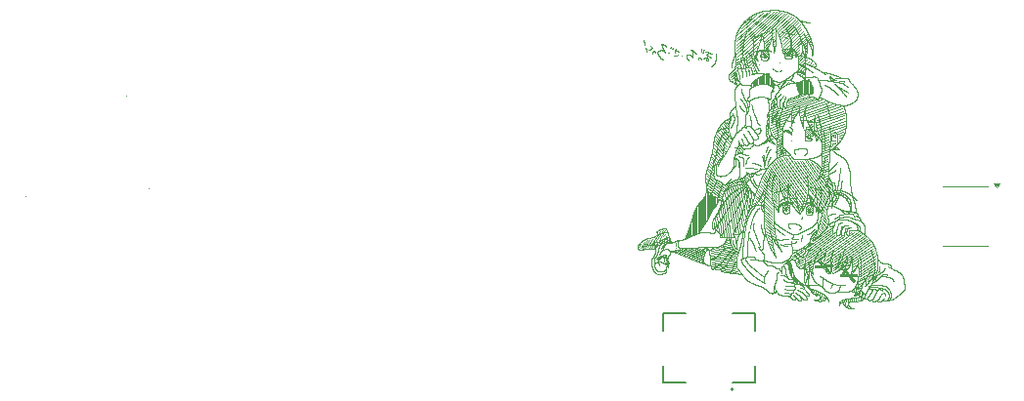
<source format=gbr>
%TF.GenerationSoftware,KiCad,Pcbnew,9.0.0+1*%
%TF.CreationDate,2025-08-24T22:54:41+08:00*%
%TF.ProjectId,cube,63756265-2e6b-4696-9361-645f70636258,rev?*%
%TF.SameCoordinates,Original*%
%TF.FileFunction,Legend,Bot*%
%TF.FilePolarity,Positive*%
%FSLAX46Y46*%
G04 Gerber Fmt 4.6, Leading zero omitted, Abs format (unit mm)*
G04 Created by KiCad (PCBNEW 9.0.0+1) date 2025-08-24 22:54:41*
%MOMM*%
%LPD*%
G01*
G04 APERTURE LIST*
%ADD10C,0.100000*%
%ADD11C,0.120000*%
%ADD12C,0.127000*%
%ADD13C,0.200000*%
G04 APERTURE END LIST*
D10*
X96885000Y-87320000D02*
X96888663Y-87318213D01*
X96892352Y-87316501D01*
X96896067Y-87314865D01*
X96899809Y-87313303D01*
X96903579Y-87311816D01*
X96907375Y-87310404D01*
X96911199Y-87309066D01*
X96915051Y-87307802D01*
X96918931Y-87306612D01*
X96922839Y-87305497D01*
X96926775Y-87304456D01*
X96930739Y-87303489D01*
X96934732Y-87302597D01*
X96938753Y-87301780D01*
X96942804Y-87301037D01*
X96946882Y-87300370D01*
X96950989Y-87299779D01*
X96955125Y-87299263D01*
X96959289Y-87298823D01*
X96963480Y-87298459D01*
X96967700Y-87298173D01*
X96971946Y-87297964D01*
X96976218Y-87297832D01*
X96980517Y-87297779D01*
X96984840Y-87297804D01*
X96989187Y-87297908D01*
X96993556Y-87298091D01*
X96997947Y-87298354D01*
X97002357Y-87298697D01*
X97006784Y-87299120D01*
X97011226Y-87299622D01*
X97015680Y-87300205D01*
X97020143Y-87300868D01*
X97024612Y-87301611D01*
X97029081Y-87302432D01*
X97033545Y-87303332D01*
X97037999Y-87304309D01*
X97042435Y-87305361D01*
X97046843Y-87306485D01*
X97051214Y-87307679D01*
X97055535Y-87308938D01*
X97059788Y-87310257D01*
X97063953Y-87311627D01*
X97068002Y-87313037D01*
X97071900Y-87314471D01*
X97075593Y-87315907D01*
X97079002Y-87317305D01*
X97081990Y-87318601D01*
X97084270Y-87319647D01*
X97085000Y-87320000D01*
X99235000Y-95120000D02*
X97585000Y-96345000D01*
X91710000Y-80970000D02*
X91711605Y-80976258D01*
X91713302Y-80982555D01*
X91715090Y-80988890D01*
X91716971Y-80995260D01*
X91718944Y-81001664D01*
X91721009Y-81008100D01*
X91723166Y-81014565D01*
X91725414Y-81021056D01*
X91727753Y-81027569D01*
X91730183Y-81034101D01*
X91732701Y-81040648D01*
X91735307Y-81047204D01*
X91737998Y-81053764D01*
X91740773Y-81060321D01*
X91743627Y-81066868D01*
X91746558Y-81073395D01*
X91749560Y-81079893D01*
X91752628Y-81086349D01*
X91755754Y-81092748D01*
X91758929Y-81099073D01*
X91762141Y-81105303D01*
X91765376Y-81111410D01*
X91768612Y-81117362D01*
X91771822Y-81123112D01*
X91774969Y-81128601D01*
X91777997Y-81133738D01*
X91780812Y-81138384D01*
X91783245Y-81142281D01*
X91785000Y-81145000D01*
X102985000Y-97582500D02*
X101610000Y-98507500D01*
X100840000Y-94290000D02*
X100836060Y-94287830D01*
X100832001Y-94285685D01*
X100827820Y-94283565D01*
X100823514Y-94281472D01*
X100819081Y-94279406D01*
X100814520Y-94277368D01*
X100809826Y-94275359D01*
X100804999Y-94273379D01*
X100800035Y-94271429D01*
X100794932Y-94269510D01*
X100789688Y-94267624D01*
X100784301Y-94265771D01*
X100778767Y-94263951D01*
X100773085Y-94262167D01*
X100767251Y-94260419D01*
X100761265Y-94258708D01*
X100755122Y-94257035D01*
X100748822Y-94255402D01*
X100742361Y-94253810D01*
X100735738Y-94252259D01*
X100728950Y-94250752D01*
X100721996Y-94249289D01*
X100714872Y-94247872D01*
X100707578Y-94246502D01*
X100700111Y-94245181D01*
X100692470Y-94243909D01*
X100684652Y-94242689D01*
X100676658Y-94241521D01*
X100668484Y-94240407D01*
X100660130Y-94239349D01*
X100651595Y-94238348D01*
X100642879Y-94237406D01*
X100633980Y-94236523D01*
X100624899Y-94235702D01*
X100615635Y-94234943D01*
X100606190Y-94234250D01*
X100596564Y-94233622D01*
X100586759Y-94233061D01*
X100576776Y-94232570D01*
X100566618Y-94232149D01*
X100556289Y-94231799D01*
X100545793Y-94231522D01*
X100535134Y-94231320D01*
X100524320Y-94231193D01*
X100513358Y-94231143D01*
X100502256Y-94231170D01*
X100491027Y-94231275D01*
X100479684Y-94231460D01*
X100468244Y-94231723D01*
X100456725Y-94232066D01*
X100445153Y-94232488D01*
X100433557Y-94232987D01*
X100421975Y-94233562D01*
X100410454Y-94234210D01*
X100399055Y-94234926D01*
X100387858Y-94235704D01*
X100376972Y-94236533D01*
X100366558Y-94237399D01*
X100356858Y-94238274D01*
X100348301Y-94239109D01*
X100341815Y-94239795D01*
X100340000Y-94240000D01*
X98610000Y-89195000D02*
X98607287Y-89206016D01*
X98604536Y-89217520D01*
X98601748Y-89229523D01*
X98598922Y-89242038D01*
X98596060Y-89255078D01*
X98593162Y-89268656D01*
X98590228Y-89282783D01*
X98587259Y-89297473D01*
X98584254Y-89312736D01*
X98581216Y-89328585D01*
X98578144Y-89345031D01*
X98575040Y-89362085D01*
X98571903Y-89379757D01*
X98568736Y-89398056D01*
X98565539Y-89416993D01*
X98562314Y-89436575D01*
X98559062Y-89456810D01*
X98555783Y-89477703D01*
X98552481Y-89499259D01*
X98549157Y-89521482D01*
X98545812Y-89544372D01*
X98542450Y-89567929D01*
X98539073Y-89592149D01*
X98535683Y-89617024D01*
X98532285Y-89642545D01*
X98528882Y-89668697D01*
X98525478Y-89695457D01*
X98522079Y-89722799D01*
X98518690Y-89750686D01*
X98515319Y-89779071D01*
X98511974Y-89807893D01*
X98508664Y-89837075D01*
X98505402Y-89866512D01*
X98502203Y-89896071D01*
X98499085Y-89925569D01*
X98496075Y-89954757D01*
X98493206Y-89983276D01*
X98490531Y-90010583D01*
X98488129Y-90035776D01*
X98486156Y-90057099D01*
X98485000Y-90070000D01*
X91385000Y-87420000D02*
X91394067Y-87438223D01*
X91403119Y-87456591D01*
X91412152Y-87475098D01*
X91421159Y-87493733D01*
X91430137Y-87512487D01*
X91439080Y-87531349D01*
X91447980Y-87550306D01*
X91456832Y-87569342D01*
X91465627Y-87588441D01*
X91474357Y-87607585D01*
X91483011Y-87626751D01*
X91491579Y-87645915D01*
X91500048Y-87665046D01*
X91508403Y-87684112D01*
X91516628Y-87703073D01*
X91524703Y-87721879D01*
X91532604Y-87740475D01*
X91540303Y-87758788D01*
X91547765Y-87776731D01*
X91554945Y-87794189D01*
X91561784Y-87811011D01*
X91568202Y-87826988D01*
X91574080Y-87841805D01*
X91579222Y-87854945D01*
X91583244Y-87865376D01*
X91585000Y-87870000D01*
X85100000Y-96305000D02*
X85100000Y-96430000D01*
X100135000Y-98795000D02*
X100155529Y-98816479D01*
X100176042Y-98838056D01*
X100196534Y-98859726D01*
X100217005Y-98881490D01*
X100237453Y-98903344D01*
X100257874Y-98925286D01*
X100278266Y-98947314D01*
X100298627Y-98969424D01*
X100318954Y-98991614D01*
X100339244Y-99013882D01*
X100359493Y-99036222D01*
X100379700Y-99058634D01*
X100399860Y-99081112D01*
X100419971Y-99103653D01*
X100440028Y-99126253D01*
X100460027Y-99148907D01*
X100479965Y-99171611D01*
X100499837Y-99194360D01*
X100519639Y-99217149D01*
X100539366Y-99239971D01*
X100559013Y-99262822D01*
X100578574Y-99285694D01*
X100598044Y-99308581D01*
X100617417Y-99331476D01*
X100636686Y-99354369D01*
X100655844Y-99377253D01*
X100674885Y-99400119D01*
X100693799Y-99422956D01*
X100712578Y-99445753D01*
X100731213Y-99468499D01*
X100749694Y-99491180D01*
X100768010Y-99513783D01*
X100786150Y-99536292D01*
X100804099Y-99558690D01*
X100821845Y-99580957D01*
X100839370Y-99603074D01*
X100856658Y-99625016D01*
X100873689Y-99646757D01*
X100890441Y-99668268D01*
X100906889Y-99689513D01*
X100923004Y-99710455D01*
X100938753Y-99731046D01*
X100954098Y-99751234D01*
X100968992Y-99770955D01*
X100983379Y-99790129D01*
X100997190Y-99808660D01*
X101010336Y-99826422D01*
X101022700Y-99843249D01*
X101034115Y-99858904D01*
X101044330Y-99873027D01*
X101052907Y-99884992D01*
X101058871Y-99893395D01*
X101060000Y-99895000D01*
X97560000Y-86920000D02*
X97554146Y-86911290D01*
X97548299Y-86902732D01*
X97542460Y-86894325D01*
X97536632Y-86886072D01*
X97530816Y-86877972D01*
X97525015Y-86870028D01*
X97519230Y-86862239D01*
X97513463Y-86854606D01*
X97507718Y-86847132D01*
X97501996Y-86839817D01*
X97496301Y-86832663D01*
X97490635Y-86825672D01*
X97485001Y-86818844D01*
X97479403Y-86812183D01*
X97473844Y-86805690D01*
X97468329Y-86799367D01*
X97462861Y-86793217D01*
X97457446Y-86787244D01*
X97452089Y-86781449D01*
X97446795Y-86775837D01*
X97441571Y-86770412D01*
X97436424Y-86765178D01*
X97431363Y-86760142D01*
X97426398Y-86755308D01*
X97421539Y-86750684D01*
X97416799Y-86746278D01*
X97412194Y-86742101D01*
X97407744Y-86738166D01*
X97403473Y-86734486D01*
X97399410Y-86731084D01*
X97395599Y-86727986D01*
X97392100Y-86725231D01*
X97389009Y-86722881D01*
X97386504Y-86721050D01*
X97385000Y-86720000D01*
X83728750Y-96132500D02*
X83260000Y-96870000D01*
X95560000Y-101045000D02*
X95548509Y-101047114D01*
X95537046Y-101049142D01*
X95525612Y-101051085D01*
X95514204Y-101052942D01*
X95502824Y-101054714D01*
X95491471Y-101056402D01*
X95480143Y-101058005D01*
X95468841Y-101059525D01*
X95457564Y-101060962D01*
X95446312Y-101062315D01*
X95435083Y-101063585D01*
X95423877Y-101064773D01*
X95412694Y-101065878D01*
X95401533Y-101066902D01*
X95390393Y-101067844D01*
X95379273Y-101068705D01*
X95368173Y-101069484D01*
X95357091Y-101070183D01*
X95346027Y-101070801D01*
X95334980Y-101071339D01*
X95323949Y-101071797D01*
X95312932Y-101072175D01*
X95301928Y-101072473D01*
X95290937Y-101072691D01*
X95279957Y-101072830D01*
X95268985Y-101072890D01*
X95258021Y-101072871D01*
X95247063Y-101072772D01*
X95236109Y-101072594D01*
X95225157Y-101072338D01*
X95214203Y-101072002D01*
X95203246Y-101071587D01*
X95192283Y-101071092D01*
X95181310Y-101070519D01*
X95170324Y-101069865D01*
X95159320Y-101069132D01*
X95148293Y-101068318D01*
X95137239Y-101067422D01*
X95126150Y-101066446D01*
X95115019Y-101065386D01*
X95103838Y-101064243D01*
X95092595Y-101063014D01*
X95081280Y-101061699D01*
X95069876Y-101060295D01*
X95058366Y-101058799D01*
X95046724Y-101057207D01*
X95034923Y-101055515D01*
X95022921Y-101053715D01*
X95010666Y-101051800D01*
X94998080Y-101049755D01*
X94985052Y-101047561D01*
X94971399Y-101045185D01*
X94956797Y-101042568D01*
X94940548Y-101039584D01*
X94919091Y-101035573D01*
X94902095Y-101032392D01*
X94893957Y-101030887D01*
X94886059Y-101029449D01*
X94878401Y-101028085D01*
X94870983Y-101026801D01*
X94863805Y-101025606D01*
X94856867Y-101024506D01*
X94850169Y-101023509D01*
X94846910Y-101023051D01*
X94843710Y-101022621D01*
X94840571Y-101022220D01*
X94837492Y-101021850D01*
X94834473Y-101021511D01*
X94831514Y-101021203D01*
X94828615Y-101020928D01*
X94825775Y-101020688D01*
X94822996Y-101020481D01*
X94820277Y-101020310D01*
X94817618Y-101020176D01*
X94815019Y-101020079D01*
X94812479Y-101020020D01*
X94810000Y-101020000D01*
X91925000Y-91705000D02*
X91905134Y-91747963D01*
X91885163Y-91790961D01*
X91865089Y-91833993D01*
X91844912Y-91877058D01*
X91824631Y-91920156D01*
X91804247Y-91963285D01*
X91783760Y-92006445D01*
X91763172Y-92049635D01*
X91742481Y-92092853D01*
X91721689Y-92136100D01*
X91700795Y-92179372D01*
X91679801Y-92222671D01*
X91658706Y-92265993D01*
X91637511Y-92309340D01*
X91616217Y-92352708D01*
X91594824Y-92396098D01*
X91573332Y-92439508D01*
X91551741Y-92482936D01*
X91530053Y-92526382D01*
X91508268Y-92569844D01*
X91486387Y-92613321D01*
X91464410Y-92656811D01*
X91442337Y-92700313D01*
X91420170Y-92743826D01*
X91397908Y-92787348D01*
X91375553Y-92830878D01*
X91353106Y-92874414D01*
X91330567Y-92917955D01*
X91307936Y-92961498D01*
X91285215Y-93005043D01*
X91262405Y-93048587D01*
X91239506Y-93092129D01*
X91216520Y-93135667D01*
X91193446Y-93179198D01*
X91170287Y-93222722D01*
X91147043Y-93266236D01*
X91123715Y-93309738D01*
X91100305Y-93353226D01*
X91076812Y-93396698D01*
X91053240Y-93440151D01*
X91029588Y-93483584D01*
X91005859Y-93526993D01*
X90982052Y-93570377D01*
X90958171Y-93613732D01*
X90934216Y-93657057D01*
X90910188Y-93700349D01*
X90886090Y-93743604D01*
X90861922Y-93786820D01*
X90837687Y-93829995D01*
X90813386Y-93873124D01*
X90789022Y-93916205D01*
X90764595Y-93959235D01*
X90740108Y-94002210D01*
X90715562Y-94045126D01*
X90690961Y-94087981D01*
X90666306Y-94130770D01*
X90641600Y-94173489D01*
X90616845Y-94216135D01*
X90592043Y-94258702D01*
X90567197Y-94301188D01*
X90542310Y-94343587D01*
X90517385Y-94385895D01*
X90492425Y-94428106D01*
X90467432Y-94470216D01*
X90442411Y-94512220D01*
X90417364Y-94554112D01*
X90392296Y-94595885D01*
X90367209Y-94637535D01*
X90342109Y-94679055D01*
X90316999Y-94720439D01*
X90291883Y-94761678D01*
X90266767Y-94802768D01*
X90241655Y-94843699D01*
X90216552Y-94884464D01*
X90191464Y-94925055D01*
X90166396Y-94965463D01*
X90141355Y-95005679D01*
X90116346Y-95045693D01*
X90091378Y-95085495D01*
X90066456Y-95125075D01*
X90041588Y-95164420D01*
X90016783Y-95203520D01*
X89992050Y-95242361D01*
X89967397Y-95280929D01*
X89942834Y-95319211D01*
X89918372Y-95357190D01*
X89894023Y-95394852D01*
X89869797Y-95432177D01*
X89845709Y-95469149D01*
X89821771Y-95505746D01*
X89797999Y-95541949D01*
X89774409Y-95577735D01*
X89751016Y-95613081D01*
X89727838Y-95647962D01*
X89704894Y-95682355D01*
X89682199Y-95716236D01*
X89659768Y-95749587D01*
X89637609Y-95782399D01*
X89615715Y-95814689D01*
X89594036Y-95846532D01*
X89572407Y-95878178D01*
X89550227Y-95910519D01*
X89541652Y-95923002D01*
X89527434Y-95943712D01*
X89521865Y-95951853D01*
X89517341Y-95958504D01*
X89513879Y-95963654D01*
X89511491Y-95967294D01*
X89510705Y-95968544D01*
X89510193Y-95969413D01*
X89510041Y-95969703D01*
X89509958Y-95969898D01*
X89509944Y-95969997D01*
X89509963Y-95970011D01*
X89510000Y-95970000D01*
X87740000Y-80415000D02*
X87738231Y-80414688D01*
X87736484Y-80414401D01*
X87734769Y-80414139D01*
X87733075Y-80413901D01*
X87731413Y-80413687D01*
X87729771Y-80413496D01*
X87728159Y-80413328D01*
X87726569Y-80413182D01*
X87725006Y-80413060D01*
X87723465Y-80412958D01*
X87721951Y-80412879D01*
X87720457Y-80412821D01*
X87718990Y-80412783D01*
X87717542Y-80412766D01*
X87716120Y-80412769D01*
X87714717Y-80412792D01*
X87713339Y-80412835D01*
X87711980Y-80412897D01*
X87710645Y-80412978D01*
X87709328Y-80413077D01*
X87708033Y-80413195D01*
X87706758Y-80413332D01*
X87705503Y-80413486D01*
X87704267Y-80413657D01*
X87703051Y-80413846D01*
X87701853Y-80414053D01*
X87700675Y-80414276D01*
X87699514Y-80414516D01*
X87698372Y-80414773D01*
X87697247Y-80415046D01*
X87696140Y-80415335D01*
X87695050Y-80415641D01*
X87693977Y-80415962D01*
X87692920Y-80416299D01*
X87691880Y-80416652D01*
X87690856Y-80417021D01*
X87689847Y-80417405D01*
X87688854Y-80417804D01*
X87687876Y-80418219D01*
X87686914Y-80418648D01*
X87685966Y-80419093D01*
X87685033Y-80419553D01*
X87683210Y-80420518D01*
X87681442Y-80421544D01*
X87679728Y-80422629D01*
X87678067Y-80423776D01*
X87676457Y-80424983D01*
X87674898Y-80426251D01*
X87673388Y-80427582D01*
X87671926Y-80428977D01*
X87670512Y-80430435D01*
X87669145Y-80431959D01*
X87667824Y-80433550D01*
X87666550Y-80435209D01*
X87665323Y-80436938D01*
X87664142Y-80438739D01*
X87663008Y-80440613D01*
X87661921Y-80442563D01*
X87660882Y-80444589D01*
X87659892Y-80446695D01*
X87658952Y-80448882D01*
X87658062Y-80451152D01*
X87657224Y-80453507D01*
X87656439Y-80455948D01*
X87655710Y-80458479D01*
X87655036Y-80461099D01*
X87654421Y-80463811D01*
X87653866Y-80466617D01*
X87653374Y-80469516D01*
X87652945Y-80472511D01*
X87652582Y-80475600D01*
X87652288Y-80478785D01*
X87652064Y-80482065D01*
X87651913Y-80485438D01*
X87651837Y-80488902D01*
X87651837Y-80492455D01*
X87651916Y-80496091D01*
X87652074Y-80499804D01*
X87652314Y-80503588D01*
X87652636Y-80507431D01*
X87653041Y-80511321D01*
X87653526Y-80515241D01*
X87654090Y-80519170D01*
X87654731Y-80523083D01*
X87655441Y-80526946D01*
X87656212Y-80530718D01*
X87657032Y-80534350D01*
X87657458Y-80536104D01*
X87657886Y-80537781D01*
X87658319Y-80539406D01*
X87658750Y-80540945D01*
X87659178Y-80542403D01*
X87659600Y-80543768D01*
X87660000Y-80545000D01*
X84960000Y-96520000D02*
X84958388Y-96519741D01*
X84956782Y-96519504D01*
X84955180Y-96519287D01*
X84953583Y-96519091D01*
X84951988Y-96518916D01*
X84950399Y-96518761D01*
X84947232Y-96518512D01*
X84944080Y-96518344D01*
X84940942Y-96518257D01*
X84937817Y-96518249D01*
X84934704Y-96518321D01*
X84931602Y-96518473D01*
X84928510Y-96518703D01*
X84925428Y-96519013D01*
X84922355Y-96519401D01*
X84919289Y-96519869D01*
X84916230Y-96520416D01*
X84913177Y-96521044D01*
X84910129Y-96521751D01*
X84907086Y-96522539D01*
X84904046Y-96523408D01*
X84901009Y-96524360D01*
X84897974Y-96525394D01*
X84894941Y-96526512D01*
X84891908Y-96527714D01*
X84888876Y-96529002D01*
X84885843Y-96530376D01*
X84882809Y-96531839D01*
X84879774Y-96533390D01*
X84876737Y-96535032D01*
X84873698Y-96536765D01*
X84870656Y-96538592D01*
X84867610Y-96540514D01*
X84864562Y-96542531D01*
X84861510Y-96544647D01*
X84858454Y-96546862D01*
X84855394Y-96549178D01*
X84852329Y-96551597D01*
X84849261Y-96554121D01*
X84846189Y-96556751D01*
X84843112Y-96559489D01*
X84840032Y-96562337D01*
X84836948Y-96565297D01*
X84833860Y-96568370D01*
X84830769Y-96571558D01*
X84827675Y-96574864D01*
X84824579Y-96578288D01*
X84821481Y-96581833D01*
X84818381Y-96585500D01*
X84815281Y-96589290D01*
X84812181Y-96593205D01*
X84809082Y-96597247D01*
X84805985Y-96601416D01*
X84802891Y-96605713D01*
X84799801Y-96610140D01*
X84796717Y-96614698D01*
X84793640Y-96619385D01*
X84790571Y-96624203D01*
X84787513Y-96629151D01*
X84784468Y-96634229D01*
X84781437Y-96639435D01*
X84778423Y-96644768D01*
X84775429Y-96650225D01*
X84772457Y-96655803D01*
X84769513Y-96661497D01*
X84766598Y-96667303D01*
X84763718Y-96673212D01*
X84760878Y-96679217D01*
X84758084Y-96685305D01*
X84755343Y-96691463D01*
X84752662Y-96697673D01*
X84750052Y-96703910D01*
X84747525Y-96710145D01*
X84745096Y-96716336D01*
X84742786Y-96722427D01*
X84740621Y-96728335D01*
X84738643Y-96733937D01*
X84736918Y-96739021D01*
X84735575Y-96743152D01*
X84735000Y-96745000D01*
X103485000Y-99395000D02*
X103499762Y-99395011D01*
X103514599Y-99395045D01*
X103527497Y-99395096D01*
X103540446Y-99395169D01*
X103552224Y-99395257D01*
X103564039Y-99395367D01*
X103575030Y-99395490D01*
X103586049Y-99395634D01*
X103596440Y-99395791D01*
X103606853Y-99395970D01*
X103616761Y-99396160D01*
X103626686Y-99396371D01*
X103636192Y-99396594D01*
X103645712Y-99396839D01*
X103654873Y-99397094D01*
X103664045Y-99397371D01*
X103672906Y-99397658D01*
X103681774Y-99397967D01*
X103690367Y-99398286D01*
X103698967Y-99398626D01*
X103707319Y-99398977D01*
X103715676Y-99399348D01*
X103723810Y-99399730D01*
X103731947Y-99400132D01*
X103739879Y-99400545D01*
X103747814Y-99400978D01*
X103755560Y-99401422D01*
X103763308Y-99401886D01*
X103770881Y-99402359D01*
X103778454Y-99402853D01*
X103785865Y-99403357D01*
X103793275Y-99403882D01*
X103800533Y-99404415D01*
X103807789Y-99404969D01*
X103814903Y-99405533D01*
X103822014Y-99406116D01*
X103828991Y-99406709D01*
X103835963Y-99407322D01*
X103842809Y-99407944D01*
X103849651Y-99408586D01*
X103856372Y-99409237D01*
X103863088Y-99409908D01*
X103869690Y-99410588D01*
X103876285Y-99411288D01*
X103882772Y-99411996D01*
X103889252Y-99412724D01*
X103895628Y-99413461D01*
X103901998Y-99414217D01*
X103908267Y-99414982D01*
X103914529Y-99415766D01*
X103920695Y-99416559D01*
X103926854Y-99417370D01*
X103932920Y-99418191D01*
X103938978Y-99419030D01*
X103944948Y-99419878D01*
X103950909Y-99420744D01*
X103956785Y-99421619D01*
X103962652Y-99422513D01*
X103968436Y-99423414D01*
X103974211Y-99424335D01*
X103979907Y-99425263D01*
X103985593Y-99426211D01*
X103991202Y-99427166D01*
X103996801Y-99428139D01*
X104002326Y-99429120D01*
X104007841Y-99430120D01*
X104013283Y-99431127D01*
X104018715Y-99432153D01*
X104024077Y-99433186D01*
X104029428Y-99434238D01*
X104034711Y-99435297D01*
X104039984Y-99436374D01*
X104045191Y-99437458D01*
X104050386Y-99438561D01*
X104055517Y-99439670D01*
X104060638Y-99440798D01*
X104065695Y-99441933D01*
X104070742Y-99443085D01*
X104075727Y-99444245D01*
X104080701Y-99445422D01*
X104085615Y-99446606D01*
X104090519Y-99447808D01*
X104095364Y-99449017D01*
X104100197Y-99450243D01*
X104104974Y-99451476D01*
X104109740Y-99452726D01*
X104114450Y-99453983D01*
X104119148Y-99455258D01*
X104123792Y-99456539D01*
X104128425Y-99457837D01*
X104133005Y-99459142D01*
X104137573Y-99460464D01*
X104142089Y-99461792D01*
X104146594Y-99463138D01*
X104151048Y-99464489D01*
X104155491Y-99465858D01*
X104159883Y-99467233D01*
X104164264Y-99468625D01*
X104168597Y-99470023D01*
X104172917Y-99471438D01*
X104177190Y-99472859D01*
X104181452Y-99474297D01*
X104185666Y-99475740D01*
X104189869Y-99477201D01*
X104194027Y-99478667D01*
X104198172Y-99480150D01*
X104202273Y-99481639D01*
X104206361Y-99483145D01*
X104210406Y-99484656D01*
X104214439Y-99486184D01*
X104218430Y-99487717D01*
X104222408Y-99489267D01*
X104226344Y-99490822D01*
X104230268Y-99492394D01*
X104234151Y-99493972D01*
X104238021Y-99495566D01*
X104241852Y-99497165D01*
X104245670Y-99498781D01*
X104249448Y-99500402D01*
X104253215Y-99502040D01*
X104256942Y-99503682D01*
X104260658Y-99505342D01*
X104264335Y-99507006D01*
X104268000Y-99508687D01*
X104271628Y-99510372D01*
X104275243Y-99512074D01*
X104278822Y-99513782D01*
X104282388Y-99515505D01*
X104285919Y-99517234D01*
X104289437Y-99518978D01*
X104292920Y-99520728D01*
X104296391Y-99522494D01*
X104299827Y-99524265D01*
X104303250Y-99526052D01*
X104306640Y-99527844D01*
X104310017Y-99529652D01*
X104313361Y-99531465D01*
X104316692Y-99533295D01*
X104319991Y-99535129D01*
X104323277Y-99536979D01*
X104326531Y-99538834D01*
X104329773Y-99540705D01*
X104332983Y-99542582D01*
X104336180Y-99544474D01*
X104339347Y-99546371D01*
X104342501Y-99548284D01*
X104345624Y-99550202D01*
X104348735Y-99552136D01*
X104351817Y-99554075D01*
X104354885Y-99556029D01*
X104357924Y-99557989D01*
X104360951Y-99559965D01*
X104363949Y-99561945D01*
X104366934Y-99563942D01*
X104369891Y-99565944D01*
X104372835Y-99567961D01*
X104375752Y-99569984D01*
X104378655Y-99572022D01*
X104381532Y-99574066D01*
X104384396Y-99576125D01*
X104387233Y-99578190D01*
X104390057Y-99580270D01*
X104392855Y-99582355D01*
X104395640Y-99584457D01*
X104398399Y-99586563D01*
X104401145Y-99588686D01*
X104403866Y-99590814D01*
X104406574Y-99592957D01*
X104409257Y-99595106D01*
X104411927Y-99597271D01*
X104414573Y-99599441D01*
X104417205Y-99601627D01*
X104419814Y-99603819D01*
X104422409Y-99606026D01*
X104424981Y-99608240D01*
X104427540Y-99610468D01*
X104430075Y-99612703D01*
X104432598Y-99614953D01*
X104435097Y-99617210D01*
X104437583Y-99619482D01*
X104440047Y-99621760D01*
X104442498Y-99624054D01*
X104444926Y-99626354D01*
X104447342Y-99628669D01*
X104449735Y-99630991D01*
X104452116Y-99633329D01*
X104454474Y-99635673D01*
X104456820Y-99638033D01*
X104459144Y-99640399D01*
X104461455Y-99642781D01*
X104463745Y-99645170D01*
X104466022Y-99647574D01*
X104468279Y-99649986D01*
X104470522Y-99652412D01*
X104472745Y-99654847D01*
X104474954Y-99657296D01*
X104477144Y-99659753D01*
X104479320Y-99662226D01*
X104481476Y-99664706D01*
X104483619Y-99667202D01*
X104485742Y-99669705D01*
X104487853Y-99672224D01*
X104489943Y-99674751D01*
X104492021Y-99677293D01*
X104494079Y-99679844D01*
X104496124Y-99682410D01*
X104498150Y-99684984D01*
X104500163Y-99687574D01*
X104502157Y-99690173D01*
X104504138Y-99692787D01*
X104506100Y-99695410D01*
X104508049Y-99698048D01*
X104509979Y-99700695D01*
X104511896Y-99703358D01*
X104513795Y-99706030D01*
X104515681Y-99708718D01*
X104517548Y-99711415D01*
X104519402Y-99714128D01*
X104521239Y-99716850D01*
X104523061Y-99719588D01*
X104524866Y-99722336D01*
X104526658Y-99725099D01*
X104528432Y-99727873D01*
X104530192Y-99730662D01*
X104531936Y-99733462D01*
X104533665Y-99736277D01*
X104535377Y-99739104D01*
X104537076Y-99741945D01*
X104538758Y-99744798D01*
X104540425Y-99747666D01*
X104542076Y-99750546D01*
X104543713Y-99753441D01*
X104545333Y-99756348D01*
X104546940Y-99759270D01*
X104548529Y-99762205D01*
X104550105Y-99765155D01*
X104551664Y-99768117D01*
X104553209Y-99771095D01*
X104554738Y-99774085D01*
X104556252Y-99777091D01*
X104557750Y-99780110D01*
X104559234Y-99783144D01*
X104560702Y-99786191D01*
X104562155Y-99789255D01*
X104563592Y-99792331D01*
X104565015Y-99795424D01*
X104566422Y-99798530D01*
X104567814Y-99801652D01*
X104569190Y-99804787D01*
X104570551Y-99807939D01*
X104571897Y-99811105D01*
X104573228Y-99814287D01*
X104574543Y-99817483D01*
X104575843Y-99820696D01*
X104577127Y-99823923D01*
X104578396Y-99827166D01*
X104579650Y-99830425D01*
X104580888Y-99833699D01*
X104582111Y-99836989D01*
X104583318Y-99840296D01*
X104585000Y-99845000D01*
X103735000Y-99195000D02*
X103729874Y-99196323D01*
X103724737Y-99197730D01*
X103719588Y-99199224D01*
X103714426Y-99200804D01*
X103709250Y-99202473D01*
X103704058Y-99204230D01*
X103698849Y-99206077D01*
X103693622Y-99208015D01*
X103688375Y-99210045D01*
X103683108Y-99212168D01*
X103677819Y-99214387D01*
X103672506Y-99216702D01*
X103667169Y-99219114D01*
X103661805Y-99221626D01*
X103656413Y-99224239D01*
X103650991Y-99226955D01*
X103645538Y-99229776D01*
X103640051Y-99232704D01*
X103634530Y-99235740D01*
X103628971Y-99238888D01*
X103623374Y-99242150D01*
X103617735Y-99245528D01*
X103612052Y-99249025D01*
X103606323Y-99252644D01*
X103600545Y-99256388D01*
X103594715Y-99260260D01*
X103588831Y-99264264D01*
X103582888Y-99268404D01*
X103576883Y-99272684D01*
X103570812Y-99277109D01*
X103564671Y-99281683D01*
X103558455Y-99286412D01*
X103552159Y-99291302D01*
X103545776Y-99296360D01*
X103539301Y-99301592D01*
X103532725Y-99307007D01*
X103526041Y-99312615D01*
X103519238Y-99318425D01*
X103512305Y-99324450D01*
X103505230Y-99330704D01*
X103497996Y-99337203D01*
X103490587Y-99343966D01*
X103482979Y-99351017D01*
X103475146Y-99358385D01*
X103467052Y-99366104D01*
X103458655Y-99374222D01*
X103449895Y-99382798D01*
X103440693Y-99391917D01*
X103430931Y-99401699D01*
X103420427Y-99412333D01*
X103408870Y-99424140D01*
X103395628Y-99437773D01*
X103378949Y-99455043D01*
X103374103Y-99460069D01*
X103356422Y-99478392D01*
X103347626Y-99487472D01*
X103338858Y-99496483D01*
X103330115Y-99505413D01*
X103321394Y-99514250D01*
X103312695Y-99522983D01*
X103304015Y-99531601D01*
X103299681Y-99535863D01*
X103295351Y-99540092D01*
X103291025Y-99544286D01*
X103286702Y-99548444D01*
X103282383Y-99552565D01*
X103278066Y-99556646D01*
X103273752Y-99560687D01*
X103269440Y-99564686D01*
X103265131Y-99568642D01*
X103260823Y-99572554D01*
X103256517Y-99576419D01*
X103252212Y-99580236D01*
X103247908Y-99584004D01*
X103243605Y-99587722D01*
X103239302Y-99591388D01*
X103235000Y-99595000D01*
X96910000Y-97345000D02*
X96060000Y-97920000D01*
X97010000Y-91895000D02*
X95035000Y-89070000D01*
X94220000Y-93220000D02*
X94218671Y-93241876D01*
X94217369Y-93263618D01*
X94216096Y-93285224D01*
X94214851Y-93306699D01*
X94213633Y-93328039D01*
X94212443Y-93349248D01*
X94211280Y-93370325D01*
X94210145Y-93391273D01*
X94209036Y-93412090D01*
X94207954Y-93432779D01*
X94206899Y-93453340D01*
X94205870Y-93473773D01*
X94204868Y-93494080D01*
X94203892Y-93514262D01*
X94202942Y-93534318D01*
X94202017Y-93554250D01*
X94201119Y-93574059D01*
X94200245Y-93593745D01*
X94199398Y-93613310D01*
X94198575Y-93632753D01*
X94197777Y-93652077D01*
X94197005Y-93671279D01*
X94196257Y-93690365D01*
X94195534Y-93709331D01*
X94194835Y-93728182D01*
X94194160Y-93746914D01*
X94193509Y-93765533D01*
X94192883Y-93784033D01*
X94192280Y-93802424D01*
X94191701Y-93820697D01*
X94191145Y-93838861D01*
X94190613Y-93856910D01*
X94190104Y-93874851D01*
X94189618Y-93892678D01*
X94189155Y-93910400D01*
X94188714Y-93928008D01*
X94188297Y-93945514D01*
X94187901Y-93962906D01*
X94187529Y-93980198D01*
X94187178Y-93997378D01*
X94186849Y-94014459D01*
X94186543Y-94031430D01*
X94186258Y-94048303D01*
X94185995Y-94065067D01*
X94185753Y-94081736D01*
X94185533Y-94098297D01*
X94185334Y-94114765D01*
X94185156Y-94131125D01*
X94184999Y-94147394D01*
X94184863Y-94163556D01*
X94184748Y-94179630D01*
X94184653Y-94195599D01*
X94184579Y-94211480D01*
X94184525Y-94227257D01*
X94184492Y-94242949D01*
X94184478Y-94258538D01*
X94184485Y-94274044D01*
X94184511Y-94289447D01*
X94184557Y-94304770D01*
X94184623Y-94319991D01*
X94184709Y-94335134D01*
X94184813Y-94350176D01*
X94184937Y-94365142D01*
X94185081Y-94380008D01*
X94185243Y-94394800D01*
X94185424Y-94409493D01*
X94185624Y-94424114D01*
X94185843Y-94438637D01*
X94186081Y-94453091D01*
X94186337Y-94467447D01*
X94186611Y-94481737D01*
X94186904Y-94495929D01*
X94187215Y-94510057D01*
X94187544Y-94524090D01*
X94187892Y-94538060D01*
X94188257Y-94551935D01*
X94188640Y-94565750D01*
X94189041Y-94579471D01*
X94189459Y-94593135D01*
X94189895Y-94606705D01*
X94190349Y-94620221D01*
X94190820Y-94633644D01*
X94191309Y-94647015D01*
X94191814Y-94660294D01*
X94192338Y-94673523D01*
X94192878Y-94686661D01*
X94194009Y-94712754D01*
X94195208Y-94738578D01*
X94196475Y-94764142D01*
X94197808Y-94789452D01*
X94199208Y-94814515D01*
X94200673Y-94839341D01*
X94202205Y-94863935D01*
X94203802Y-94888307D01*
X94205465Y-94912466D01*
X94207192Y-94936418D01*
X94208985Y-94960175D01*
X94210844Y-94983744D01*
X94212767Y-95007136D01*
X94214757Y-95030361D01*
X94216812Y-95053430D01*
X94218934Y-95076353D01*
X94221123Y-95099145D01*
X94223380Y-95121816D01*
X94225706Y-95144381D01*
X94228102Y-95166855D01*
X94230570Y-95189254D01*
X94233110Y-95211596D01*
X94235726Y-95233899D01*
X94238419Y-95256186D01*
X94241192Y-95278481D01*
X94244049Y-95300809D01*
X94246994Y-95323202D01*
X94250031Y-95345695D01*
X94253167Y-95368328D01*
X94256408Y-95391151D01*
X94259763Y-95414219D01*
X94263243Y-95437605D01*
X94266862Y-95461396D01*
X94270639Y-95485704D01*
X94274598Y-95510676D01*
X94278773Y-95536516D01*
X94283213Y-95563516D01*
X94287996Y-95592128D01*
X94293252Y-95623120D01*
X94299249Y-95658035D01*
X94306705Y-95701049D01*
X94309399Y-95716546D01*
X94310000Y-95720000D01*
X97647500Y-100645000D02*
X97622500Y-100795000D01*
X87920000Y-95590000D02*
X87914217Y-95590649D01*
X87908145Y-95591410D01*
X87901772Y-95592291D01*
X87895091Y-95593294D01*
X87888090Y-95594427D01*
X87880759Y-95595694D01*
X87873090Y-95597100D01*
X87865071Y-95598652D01*
X87856693Y-95600355D01*
X87847946Y-95602215D01*
X87838819Y-95604236D01*
X87829303Y-95606426D01*
X87819388Y-95608789D01*
X87809064Y-95611332D01*
X87798322Y-95614060D01*
X87787153Y-95616978D01*
X87775546Y-95620093D01*
X87763494Y-95623410D01*
X87750989Y-95626934D01*
X87738022Y-95630671D01*
X87724586Y-95634625D01*
X87710674Y-95638801D01*
X87696282Y-95643205D01*
X87681404Y-95647841D01*
X87666036Y-95652711D01*
X87650177Y-95657820D01*
X87633825Y-95663171D01*
X87616982Y-95668765D01*
X87599653Y-95674603D01*
X87581843Y-95680686D01*
X87563563Y-95687013D01*
X87544828Y-95693580D01*
X87525657Y-95700381D01*
X87506076Y-95707411D01*
X87486122Y-95714657D01*
X87465840Y-95722104D01*
X87445290Y-95729731D01*
X87424553Y-95737508D01*
X87403737Y-95745396D01*
X87382988Y-95753338D01*
X87362514Y-95761253D01*
X87342622Y-95769021D01*
X87323795Y-95776446D01*
X87306893Y-95783181D01*
X87293812Y-95788450D01*
X87290000Y-95790000D01*
X98135000Y-94895000D02*
X98136587Y-94882624D01*
X98138261Y-94870185D01*
X98140023Y-94857687D01*
X98141872Y-94845135D01*
X98143809Y-94832533D01*
X98145831Y-94819885D01*
X98147940Y-94807198D01*
X98150134Y-94794477D01*
X98152413Y-94781730D01*
X98154774Y-94768963D01*
X98157217Y-94756186D01*
X98159740Y-94743408D01*
X98162341Y-94730639D01*
X98165017Y-94717892D01*
X98167765Y-94705181D01*
X98170581Y-94692520D01*
X98173461Y-94679929D01*
X98176400Y-94667428D01*
X98179391Y-94655041D01*
X98182427Y-94642798D01*
X98185497Y-94630732D01*
X98188590Y-94618885D01*
X98191689Y-94607309D01*
X98194776Y-94596069D01*
X98197824Y-94585251D01*
X98200794Y-94574971D01*
X98203634Y-94565398D01*
X98206254Y-94556800D01*
X98208489Y-94549668D01*
X98210000Y-94545000D01*
X90610000Y-97045000D02*
X89635000Y-96870000D01*
X99610000Y-92520000D02*
X99609960Y-92522161D01*
X99609837Y-92524462D01*
X99609626Y-92526909D01*
X99609321Y-92529510D01*
X99608916Y-92532272D01*
X99608405Y-92535202D01*
X99607783Y-92538308D01*
X99607041Y-92541597D01*
X99606174Y-92545077D01*
X99605175Y-92548754D01*
X99604038Y-92552636D01*
X99602755Y-92556730D01*
X99601318Y-92561044D01*
X99599723Y-92565584D01*
X99597960Y-92570358D01*
X99596023Y-92575370D01*
X99593907Y-92580628D01*
X99591602Y-92586136D01*
X99589105Y-92591901D01*
X99586407Y-92597926D01*
X99583504Y-92604214D01*
X99580390Y-92610768D01*
X99577060Y-92617591D01*
X99573511Y-92624681D01*
X99569739Y-92632039D01*
X99565742Y-92639661D01*
X99561519Y-92647543D01*
X99557070Y-92655677D01*
X99552398Y-92664055D01*
X99547505Y-92672664D01*
X99542398Y-92681490D01*
X99537085Y-92690514D01*
X99531576Y-92699714D01*
X99525885Y-92709064D01*
X99520028Y-92718533D01*
X99514025Y-92728088D01*
X99507899Y-92737690D01*
X99501677Y-92747294D01*
X99495390Y-92756855D01*
X99489069Y-92766322D01*
X99485904Y-92771009D01*
X99482752Y-92775642D01*
X99479605Y-92780232D01*
X99476476Y-92784760D01*
X99473367Y-92789225D01*
X99470281Y-92793622D01*
X99467229Y-92797934D01*
X99464205Y-92802174D01*
X99461231Y-92806308D01*
X99458289Y-92810365D01*
X99455411Y-92814298D01*
X99452569Y-92818149D01*
X99449805Y-92821861D01*
X99447079Y-92825487D01*
X99444443Y-92828961D01*
X99441849Y-92832346D01*
X99439354Y-92835568D01*
X99436904Y-92838701D01*
X99434560Y-92841664D01*
X99432263Y-92844536D01*
X99430077Y-92847236D01*
X99427939Y-92849846D01*
X99425916Y-92852283D01*
X99423941Y-92854631D01*
X99422082Y-92856809D01*
X99420269Y-92858902D01*
X99418573Y-92860829D01*
X99416923Y-92862674D01*
X99415386Y-92864361D01*
X99413893Y-92865970D01*
X99412510Y-92867431D01*
X99411169Y-92868818D01*
X99410000Y-92870000D01*
X92685000Y-80245000D02*
X92683927Y-80248251D01*
X92682885Y-80251471D01*
X92681871Y-80254668D01*
X92680888Y-80257835D01*
X92679932Y-80260979D01*
X92679007Y-80264092D01*
X92678108Y-80267184D01*
X92677239Y-80270245D01*
X92676397Y-80273284D01*
X92675584Y-80276293D01*
X92674798Y-80279281D01*
X92674040Y-80282237D01*
X92673307Y-80285173D01*
X92672603Y-80288078D01*
X92671924Y-80290963D01*
X92671273Y-80293817D01*
X92670646Y-80296652D01*
X92670047Y-80299455D01*
X92669472Y-80302239D01*
X92668924Y-80304991D01*
X92668400Y-80307725D01*
X92667901Y-80310428D01*
X92667427Y-80313112D01*
X92666978Y-80315765D01*
X92666552Y-80318400D01*
X92666151Y-80321003D01*
X92665773Y-80323589D01*
X92665420Y-80326144D01*
X92665088Y-80328681D01*
X92664781Y-80331187D01*
X92664496Y-80333675D01*
X92664235Y-80336132D01*
X92663995Y-80338573D01*
X92663778Y-80340982D01*
X92663409Y-80345736D01*
X92663126Y-80350395D01*
X92662928Y-80354959D01*
X92662813Y-80359428D01*
X92662778Y-80363804D01*
X92662822Y-80368086D01*
X92662944Y-80372275D01*
X92663142Y-80376370D01*
X92663413Y-80380373D01*
X92663757Y-80384283D01*
X92664171Y-80388100D01*
X92664653Y-80391823D01*
X92665202Y-80395454D01*
X92665815Y-80398991D01*
X92666491Y-80402433D01*
X92667228Y-80405781D01*
X92668023Y-80409033D01*
X92668874Y-80412188D01*
X92669779Y-80415245D01*
X92670735Y-80418202D01*
X92671738Y-80421057D01*
X92672786Y-80423806D01*
X92673874Y-80426448D01*
X92674999Y-80428977D01*
X92676154Y-80431389D01*
X92677333Y-80433678D01*
X92678529Y-80435835D01*
X92679729Y-80437849D01*
X92680920Y-80439707D01*
X92682081Y-80441387D01*
X92683179Y-80442856D01*
X92684154Y-80444058D01*
X92684869Y-80444864D01*
X92685000Y-80445000D01*
X104010000Y-99270000D02*
X104008125Y-99266952D01*
X104006193Y-99263964D01*
X104004205Y-99261035D01*
X104002160Y-99258164D01*
X104000058Y-99255350D01*
X103997900Y-99252592D01*
X103995683Y-99249891D01*
X103993410Y-99247244D01*
X103991078Y-99244652D01*
X103988688Y-99242114D01*
X103986239Y-99239629D01*
X103983730Y-99237197D01*
X103981162Y-99234818D01*
X103978533Y-99232491D01*
X103975842Y-99230216D01*
X103973090Y-99227993D01*
X103970275Y-99225821D01*
X103967396Y-99223701D01*
X103964453Y-99221632D01*
X103961445Y-99219614D01*
X103958371Y-99217648D01*
X103955230Y-99215733D01*
X103952021Y-99213871D01*
X103948744Y-99212060D01*
X103945397Y-99210302D01*
X103941979Y-99208596D01*
X103938490Y-99206943D01*
X103934928Y-99205344D01*
X103931293Y-99203799D01*
X103927584Y-99202309D01*
X103923799Y-99200874D01*
X103919939Y-99199495D01*
X103916001Y-99198173D01*
X103911986Y-99196909D01*
X103907891Y-99195703D01*
X103903718Y-99194556D01*
X103899465Y-99193469D01*
X103895130Y-99192444D01*
X103890715Y-99191480D01*
X103886219Y-99190580D01*
X103881640Y-99189745D01*
X103876980Y-99188975D01*
X103872237Y-99188271D01*
X103867413Y-99187635D01*
X103862507Y-99187068D01*
X103857521Y-99186571D01*
X103852454Y-99186145D01*
X103847309Y-99185792D01*
X103842087Y-99185512D01*
X103836789Y-99185307D01*
X103831418Y-99185177D01*
X103825977Y-99185125D01*
X103820470Y-99185150D01*
X103814902Y-99185253D01*
X103809277Y-99185435D01*
X103803602Y-99185697D01*
X103797886Y-99186038D01*
X103792138Y-99186459D01*
X103786371Y-99186958D01*
X103780599Y-99187535D01*
X103774841Y-99188187D01*
X103769121Y-99188911D01*
X103763470Y-99189702D01*
X103757929Y-99190552D01*
X103752555Y-99191450D01*
X103747431Y-99192379D01*
X103742687Y-99193308D01*
X103738556Y-99194181D01*
X103735572Y-99194861D01*
X103735000Y-99195000D01*
X88490000Y-95580000D02*
X88482317Y-95579312D01*
X88474683Y-95578648D01*
X88467102Y-95578008D01*
X88459567Y-95577393D01*
X88452081Y-95576801D01*
X88444640Y-95576233D01*
X88437243Y-95575689D01*
X88429888Y-95575167D01*
X88422573Y-95574669D01*
X88415299Y-95574193D01*
X88408060Y-95573739D01*
X88400861Y-95573308D01*
X88393691Y-95572898D01*
X88386559Y-95572511D01*
X88379452Y-95572145D01*
X88372382Y-95571801D01*
X88365332Y-95571478D01*
X88358317Y-95571176D01*
X88344349Y-95570635D01*
X88330467Y-95570177D01*
X88316656Y-95569800D01*
X88302903Y-95569505D01*
X88289192Y-95569290D01*
X88275510Y-95569155D01*
X88261841Y-95569100D01*
X88248167Y-95569124D01*
X88234473Y-95569227D01*
X88220740Y-95569411D01*
X88206948Y-95569674D01*
X88193076Y-95570019D01*
X88179103Y-95570445D01*
X88165002Y-95570954D01*
X88150747Y-95571549D01*
X88136308Y-95572231D01*
X88121651Y-95573002D01*
X88106736Y-95573866D01*
X88091521Y-95574827D01*
X88075953Y-95575889D01*
X88059973Y-95577059D01*
X88043509Y-95578344D01*
X88026473Y-95579752D01*
X88008757Y-95581295D01*
X87990222Y-95582989D01*
X87970684Y-95584853D01*
X87949897Y-95586915D01*
X87927499Y-95589214D01*
X87920000Y-95590000D01*
X100210000Y-101620000D02*
X100209827Y-101623104D01*
X100209675Y-101626201D01*
X100209543Y-101629290D01*
X100209432Y-101632370D01*
X100209341Y-101635444D01*
X100209270Y-101638509D01*
X100209219Y-101641567D01*
X100209188Y-101644617D01*
X100209177Y-101647659D01*
X100209187Y-101650694D01*
X100209216Y-101653722D01*
X100209265Y-101656741D01*
X100209334Y-101659754D01*
X100209423Y-101662759D01*
X100209531Y-101665757D01*
X100209660Y-101668747D01*
X100209808Y-101671730D01*
X100209975Y-101674706D01*
X100210162Y-101677675D01*
X100210369Y-101680636D01*
X100210595Y-101683591D01*
X100210841Y-101686537D01*
X100211106Y-101689478D01*
X100211391Y-101692411D01*
X100211695Y-101695337D01*
X100212018Y-101698256D01*
X100212360Y-101701169D01*
X100212722Y-101704073D01*
X100213504Y-101709863D01*
X100214362Y-101715626D01*
X100215297Y-101721362D01*
X100216309Y-101727072D01*
X100217397Y-101732755D01*
X100218561Y-101738411D01*
X100219802Y-101744042D01*
X100221118Y-101749648D01*
X100222511Y-101755227D01*
X100223979Y-101760782D01*
X100225523Y-101766311D01*
X100227144Y-101771816D01*
X100228840Y-101777296D01*
X100230612Y-101782751D01*
X100232461Y-101788182D01*
X100234385Y-101793589D01*
X100236385Y-101798971D01*
X100238462Y-101804330D01*
X100240615Y-101809664D01*
X100242845Y-101814975D01*
X100245151Y-101820262D01*
X100247535Y-101825526D01*
X100249995Y-101830766D01*
X100252532Y-101835982D01*
X100255147Y-101841175D01*
X100257839Y-101846344D01*
X100260609Y-101851489D01*
X100263457Y-101856611D01*
X100266383Y-101861709D01*
X100269388Y-101866784D01*
X100272471Y-101871835D01*
X100275633Y-101876862D01*
X100278875Y-101881865D01*
X100282196Y-101886843D01*
X100285598Y-101891798D01*
X100289079Y-101896728D01*
X100292640Y-101901633D01*
X100296283Y-101906513D01*
X100300006Y-101911369D01*
X100303811Y-101916199D01*
X100307697Y-101921003D01*
X100311665Y-101925782D01*
X100315715Y-101930534D01*
X100319847Y-101935260D01*
X100324062Y-101939959D01*
X100328360Y-101944630D01*
X100332741Y-101949275D01*
X100337206Y-101953891D01*
X100341755Y-101958478D01*
X100346387Y-101963037D01*
X100351103Y-101967566D01*
X100355904Y-101972066D01*
X100360789Y-101976535D01*
X100365759Y-101980974D01*
X100370814Y-101985381D01*
X100375954Y-101989756D01*
X100381178Y-101994098D01*
X100386488Y-101998407D01*
X100391884Y-102002683D01*
X100397364Y-102006924D01*
X100402930Y-102011130D01*
X100408581Y-102015300D01*
X100414317Y-102019434D01*
X100420139Y-102023531D01*
X100426045Y-102027590D01*
X100432037Y-102031610D01*
X100438113Y-102035591D01*
X100444274Y-102039532D01*
X100450520Y-102043431D01*
X100456849Y-102047289D01*
X100463263Y-102051105D01*
X100469759Y-102054877D01*
X100476339Y-102058605D01*
X100483001Y-102062287D01*
X100489746Y-102065924D01*
X100496572Y-102069514D01*
X100503479Y-102073056D01*
X100510466Y-102076550D01*
X100517534Y-102079994D01*
X100524680Y-102083388D01*
X100531904Y-102086730D01*
X100539207Y-102090020D01*
X100546585Y-102093257D01*
X100554040Y-102096439D01*
X100561569Y-102099567D01*
X100569171Y-102102639D01*
X100576847Y-102105653D01*
X100584594Y-102108610D01*
X100592411Y-102111509D01*
X100600297Y-102114347D01*
X100608251Y-102117125D01*
X100616272Y-102119841D01*
X100624358Y-102122495D01*
X100632507Y-102125086D01*
X100640719Y-102127613D01*
X100648991Y-102130074D01*
X100657322Y-102132470D01*
X100665710Y-102134799D01*
X100674154Y-102137060D01*
X100682652Y-102139253D01*
X100691202Y-102141377D01*
X100699802Y-102143431D01*
X100708451Y-102145414D01*
X100717146Y-102147325D01*
X100725885Y-102149165D01*
X100734667Y-102150932D01*
X100743490Y-102152625D01*
X100752350Y-102154244D01*
X100761247Y-102155789D01*
X100770178Y-102157258D01*
X100779140Y-102158651D01*
X100788133Y-102159968D01*
X100797152Y-102161209D01*
X100806197Y-102162371D01*
X100815265Y-102163457D01*
X100824353Y-102164463D01*
X100833459Y-102165392D01*
X100842582Y-102166242D01*
X100851717Y-102167012D01*
X100856290Y-102167368D01*
X100860865Y-102167704D01*
X100865441Y-102168019D01*
X100870021Y-102168315D01*
X100874601Y-102168591D01*
X100879183Y-102168847D01*
X100883766Y-102169083D01*
X100888350Y-102169299D01*
X100892933Y-102169495D01*
X100897518Y-102169671D01*
X100902102Y-102169827D01*
X100906686Y-102169963D01*
X100911268Y-102170079D01*
X100915851Y-102170175D01*
X100920431Y-102170251D01*
X100925011Y-102170306D01*
X100929588Y-102170342D01*
X100934164Y-102170358D01*
X100938735Y-102170353D01*
X100943306Y-102170329D01*
X100947872Y-102170285D01*
X100952437Y-102170220D01*
X100956996Y-102170136D01*
X100961554Y-102170032D01*
X100966104Y-102169908D01*
X100970653Y-102169764D01*
X100975195Y-102169600D01*
X100979735Y-102169416D01*
X100984266Y-102169212D01*
X100988795Y-102168989D01*
X100993315Y-102168746D01*
X100997832Y-102168483D01*
X101002340Y-102168200D01*
X101006844Y-102167898D01*
X101011338Y-102167576D01*
X101015829Y-102167235D01*
X101020309Y-102166874D01*
X101024785Y-102166493D01*
X101029249Y-102166093D01*
X101033710Y-102165674D01*
X101038157Y-102165236D01*
X101042601Y-102164778D01*
X101047031Y-102164301D01*
X101051457Y-102163804D01*
X101055869Y-102163289D01*
X101060276Y-102162754D01*
X101064669Y-102162201D01*
X101069057Y-102161628D01*
X101073429Y-102161038D01*
X101077796Y-102160427D01*
X101082148Y-102159799D01*
X101086493Y-102159151D01*
X101090823Y-102158485D01*
X101095147Y-102157800D01*
X101099453Y-102157098D01*
X101103754Y-102156376D01*
X101108037Y-102155636D01*
X101112314Y-102154878D01*
X101116573Y-102154102D01*
X101120825Y-102153307D01*
X101125059Y-102152495D01*
X101129286Y-102151664D01*
X101133494Y-102150817D01*
X101137695Y-102149950D01*
X101141876Y-102149067D01*
X101146050Y-102148165D01*
X101150205Y-102147247D01*
X101154351Y-102146310D01*
X101160000Y-102145000D01*
X94460000Y-92770000D02*
X94085000Y-92295000D01*
X97360000Y-78982500D02*
X97285000Y-79057500D01*
X96935000Y-81170000D02*
X96929537Y-81166597D01*
X96924136Y-81163257D01*
X96918782Y-81159969D01*
X96913490Y-81156741D01*
X96908242Y-81153564D01*
X96903054Y-81150447D01*
X96897907Y-81147377D01*
X96892819Y-81144366D01*
X96887770Y-81141401D01*
X96882779Y-81138492D01*
X96877823Y-81135627D01*
X96872924Y-81132818D01*
X96868057Y-81130050D01*
X96863247Y-81127337D01*
X96858464Y-81124663D01*
X96853737Y-81122042D01*
X96844387Y-81116925D01*
X96835187Y-81111980D01*
X96826126Y-81107199D01*
X96817195Y-81102575D01*
X96808382Y-81098100D01*
X96799674Y-81093767D01*
X96791059Y-81089568D01*
X96782522Y-81085494D01*
X96774046Y-81081535D01*
X96765612Y-81077683D01*
X96757198Y-81073926D01*
X96748779Y-81070251D01*
X96740321Y-81066644D01*
X96731784Y-81063088D01*
X96723114Y-81059560D01*
X96714239Y-81056032D01*
X96705052Y-81052462D01*
X96695385Y-81048787D01*
X96684937Y-81044894D01*
X96673060Y-81040545D01*
X96658946Y-81035437D01*
X96646322Y-81030870D01*
X96640093Y-81028599D01*
X96633908Y-81026323D01*
X96627758Y-81024032D01*
X96621635Y-81021717D01*
X96615531Y-81019367D01*
X96609436Y-81016972D01*
X96603342Y-81014522D01*
X96597241Y-81012007D01*
X96591124Y-81009418D01*
X96584983Y-81006744D01*
X96578808Y-81003975D01*
X96575706Y-81002552D01*
X96572592Y-81001101D01*
X96569465Y-80999622D01*
X96566325Y-80998113D01*
X96563171Y-80996573D01*
X96560000Y-80995000D01*
X90335000Y-96470000D02*
X90035000Y-96420000D01*
X94060000Y-93770000D02*
X93460000Y-93170000D01*
X97410000Y-87570000D02*
X97410725Y-87568895D01*
X97411428Y-87567787D01*
X97412109Y-87566675D01*
X97412769Y-87565560D01*
X97413409Y-87564441D01*
X97414027Y-87563320D01*
X97414624Y-87562194D01*
X97415200Y-87561065D01*
X97415756Y-87559933D01*
X97416292Y-87558797D01*
X97416807Y-87557657D01*
X97417302Y-87556514D01*
X97417777Y-87555366D01*
X97418232Y-87554216D01*
X97419082Y-87551902D01*
X97419854Y-87549572D01*
X97420547Y-87547225D01*
X97421162Y-87544861D01*
X97421700Y-87542479D01*
X97422160Y-87540079D01*
X97422542Y-87537660D01*
X97422847Y-87535221D01*
X97423074Y-87532762D01*
X97423223Y-87530283D01*
X97423293Y-87527782D01*
X97423284Y-87525259D01*
X97423196Y-87522714D01*
X97423026Y-87520146D01*
X97422775Y-87517555D01*
X97422442Y-87514940D01*
X97422025Y-87512301D01*
X97421524Y-87509639D01*
X97420936Y-87506952D01*
X97420262Y-87504242D01*
X97419499Y-87501507D01*
X97418647Y-87498748D01*
X97417704Y-87495965D01*
X97416668Y-87493160D01*
X97415539Y-87490331D01*
X97414315Y-87487480D01*
X97412995Y-87484608D01*
X97411578Y-87481715D01*
X97410061Y-87478803D01*
X97408446Y-87475872D01*
X97406729Y-87472924D01*
X97404912Y-87469962D01*
X97402991Y-87466985D01*
X97400969Y-87463996D01*
X97398843Y-87460998D01*
X97396613Y-87457992D01*
X97394280Y-87454980D01*
X97391843Y-87451966D01*
X97389304Y-87448951D01*
X97386663Y-87445939D01*
X97383920Y-87442933D01*
X97381076Y-87439936D01*
X97378135Y-87436951D01*
X97375096Y-87433981D01*
X97371962Y-87431031D01*
X97368736Y-87428103D01*
X97365420Y-87425202D01*
X97362016Y-87422331D01*
X97358530Y-87419494D01*
X97354963Y-87416695D01*
X97351319Y-87413937D01*
X97347604Y-87411226D01*
X97343820Y-87408563D01*
X97339973Y-87405954D01*
X97336067Y-87403402D01*
X97332107Y-87400910D01*
X97330108Y-87399688D01*
X97328098Y-87398482D01*
X97326077Y-87397293D01*
X97324046Y-87396121D01*
X97322005Y-87394967D01*
X97319955Y-87393830D01*
X97317897Y-87392712D01*
X97315830Y-87391612D01*
X97313759Y-87390532D01*
X97311678Y-87389471D01*
X97309595Y-87388430D01*
X97307503Y-87387407D01*
X97305411Y-87386407D01*
X97303311Y-87385425D01*
X97301212Y-87384465D01*
X97299106Y-87383525D01*
X97297004Y-87382608D01*
X97294895Y-87381710D01*
X97292790Y-87380835D01*
X97290681Y-87379981D01*
X97288578Y-87379150D01*
X97286470Y-87378339D01*
X97284370Y-87377553D01*
X97282266Y-87376787D01*
X97280172Y-87376046D01*
X97278074Y-87375324D01*
X97275987Y-87374628D01*
X97273898Y-87373952D01*
X97271821Y-87373301D01*
X97269742Y-87372671D01*
X97267677Y-87372066D01*
X97265611Y-87371481D01*
X97263559Y-87370921D01*
X97261507Y-87370382D01*
X97260000Y-87370000D01*
X98910000Y-90750000D02*
X98914527Y-90754752D01*
X98919091Y-90759660D01*
X98923692Y-90764726D01*
X98928328Y-90769950D01*
X98932998Y-90775333D01*
X98937700Y-90780876D01*
X98942433Y-90786580D01*
X98947195Y-90792445D01*
X98951986Y-90798473D01*
X98956802Y-90804662D01*
X98961644Y-90811015D01*
X98966509Y-90817531D01*
X98971395Y-90824210D01*
X98976301Y-90831053D01*
X98981225Y-90838059D01*
X98986166Y-90845228D01*
X98991122Y-90852561D01*
X98996091Y-90860056D01*
X99001071Y-90867715D01*
X99006061Y-90875536D01*
X99011059Y-90883519D01*
X99016063Y-90891663D01*
X99021072Y-90899968D01*
X99023578Y-90904182D01*
X99026083Y-90908433D01*
X99028590Y-90912727D01*
X99031095Y-90917058D01*
X99033601Y-90921431D01*
X99036106Y-90925842D01*
X99038611Y-90930294D01*
X99041115Y-90934783D01*
X99043618Y-90939314D01*
X99046119Y-90943881D01*
X99048620Y-90948490D01*
X99051118Y-90953136D01*
X99053615Y-90957823D01*
X99056109Y-90962546D01*
X99058601Y-90967309D01*
X99061090Y-90972109D01*
X99063577Y-90976950D01*
X99066061Y-90981826D01*
X99068542Y-90986742D01*
X99071019Y-90991695D01*
X99073493Y-90996687D01*
X99075963Y-91001715D01*
X99078429Y-91006781D01*
X99080891Y-91011884D01*
X99083348Y-91017024D01*
X99085801Y-91022201D01*
X99088250Y-91027416D01*
X99090693Y-91032666D01*
X99093131Y-91037953D01*
X99095564Y-91043277D01*
X99097991Y-91048637D01*
X99100412Y-91054032D01*
X99102828Y-91059464D01*
X99105238Y-91064931D01*
X99107641Y-91070433D01*
X99110038Y-91075972D01*
X99112428Y-91081545D01*
X99114811Y-91087153D01*
X99117188Y-91092796D01*
X99119557Y-91098474D01*
X99121919Y-91104185D01*
X99124273Y-91109933D01*
X99126620Y-91115712D01*
X99128959Y-91121528D01*
X99131289Y-91127375D01*
X99133612Y-91133258D01*
X99135926Y-91139173D01*
X99138232Y-91145122D01*
X99140529Y-91151103D01*
X99142818Y-91157119D01*
X99145096Y-91163165D01*
X99147367Y-91169247D01*
X99149627Y-91175358D01*
X99151879Y-91181504D01*
X99154120Y-91187679D01*
X99156352Y-91193889D01*
X99158574Y-91200128D01*
X99160786Y-91206401D01*
X99162987Y-91212702D01*
X99165179Y-91219038D01*
X99167359Y-91225402D01*
X99169530Y-91231800D01*
X99171688Y-91238224D01*
X99173837Y-91244683D01*
X99175974Y-91251169D01*
X99178101Y-91257688D01*
X99180215Y-91264234D01*
X99182319Y-91270813D01*
X99184410Y-91277418D01*
X99186491Y-91284056D01*
X99188558Y-91290719D01*
X99190615Y-91297416D01*
X99192658Y-91304137D01*
X99194691Y-91310892D01*
X99196709Y-91317670D01*
X99198717Y-91324482D01*
X99200711Y-91331317D01*
X99202693Y-91338185D01*
X99204661Y-91345076D01*
X99206618Y-91352000D01*
X99208560Y-91358946D01*
X99210490Y-91365925D01*
X99212406Y-91372925D01*
X99214310Y-91379958D01*
X99216198Y-91387013D01*
X99218075Y-91394100D01*
X99219936Y-91401208D01*
X99221785Y-91408348D01*
X99223619Y-91415508D01*
X99225440Y-91422701D01*
X99227246Y-91429914D01*
X99229039Y-91437158D01*
X99230816Y-91444422D01*
X99232580Y-91451718D01*
X99234328Y-91459032D01*
X99236063Y-91466379D01*
X99237782Y-91473744D01*
X99239487Y-91481140D01*
X99241176Y-91488555D01*
X99242852Y-91496000D01*
X99244511Y-91503464D01*
X99246156Y-91510959D01*
X99247785Y-91518470D01*
X99249400Y-91526013D01*
X99250998Y-91533573D01*
X99252582Y-91541164D01*
X99254149Y-91548771D01*
X99255701Y-91556408D01*
X99257237Y-91564062D01*
X99258758Y-91571746D01*
X99260262Y-91579446D01*
X99261751Y-91587177D01*
X99263223Y-91594922D01*
X99264680Y-91602698D01*
X99266120Y-91610488D01*
X99267544Y-91618309D01*
X99268951Y-91626144D01*
X99270343Y-91634009D01*
X99271717Y-91641888D01*
X99273076Y-91649797D01*
X99274417Y-91657720D01*
X99275742Y-91665672D01*
X99277050Y-91673638D01*
X99278342Y-91681633D01*
X99279616Y-91689642D01*
X99280874Y-91697679D01*
X99282113Y-91705729D01*
X99283337Y-91713809D01*
X99284543Y-91721901D01*
X99285732Y-91730021D01*
X99286903Y-91738154D01*
X99288058Y-91746316D01*
X99289195Y-91754490D01*
X99290315Y-91762692D01*
X99291416Y-91770905D01*
X99292501Y-91779147D01*
X99293567Y-91787401D01*
X99294617Y-91795682D01*
X99295648Y-91803975D01*
X99296662Y-91812296D01*
X99297657Y-91820628D01*
X99298635Y-91828987D01*
X99299595Y-91837357D01*
X99300537Y-91845754D01*
X99301460Y-91854162D01*
X99302367Y-91862598D01*
X99303254Y-91871043D01*
X99304123Y-91879516D01*
X99304974Y-91887999D01*
X99305807Y-91896508D01*
X99306621Y-91905028D01*
X99307417Y-91913574D01*
X99308195Y-91922130D01*
X99308954Y-91930713D01*
X99309694Y-91939304D01*
X99310416Y-91947923D01*
X99311119Y-91956550D01*
X99311804Y-91965204D01*
X99312469Y-91973866D01*
X99313117Y-91982555D01*
X99313745Y-91991252D01*
X99314354Y-91999976D01*
X99314944Y-92008708D01*
X99315516Y-92017466D01*
X99316068Y-92026232D01*
X99316602Y-92035023D01*
X99317116Y-92043823D01*
X99317612Y-92052649D01*
X99318088Y-92061482D01*
X99318545Y-92070340D01*
X99318982Y-92079207D01*
X99319401Y-92088098D01*
X99319800Y-92096997D01*
X99320180Y-92105922D01*
X99320540Y-92114853D01*
X99320881Y-92123810D01*
X99321203Y-92132773D01*
X99321505Y-92141762D01*
X99321787Y-92150757D01*
X99322050Y-92159777D01*
X99322293Y-92168804D01*
X99322517Y-92177855D01*
X99322721Y-92186913D01*
X99322905Y-92195996D01*
X99323070Y-92205085D01*
X99323214Y-92214198D01*
X99323339Y-92223318D01*
X99323444Y-92232461D01*
X99323530Y-92241611D01*
X99323595Y-92250785D01*
X99323640Y-92259965D01*
X99323665Y-92269168D01*
X99323671Y-92278378D01*
X99323656Y-92287611D01*
X99323621Y-92296850D01*
X99323566Y-92306113D01*
X99323491Y-92315381D01*
X99323396Y-92324673D01*
X99323281Y-92333970D01*
X99323145Y-92343291D01*
X99322989Y-92352617D01*
X99322813Y-92361966D01*
X99322616Y-92371320D01*
X99322399Y-92380697D01*
X99322162Y-92390080D01*
X99321904Y-92399485D01*
X99321626Y-92408896D01*
X99321328Y-92418329D01*
X99321009Y-92427767D01*
X99320669Y-92437228D01*
X99320309Y-92446693D01*
X99319928Y-92456181D01*
X99319527Y-92465674D01*
X99319104Y-92475189D01*
X99318662Y-92484709D01*
X99318198Y-92494251D01*
X99317714Y-92503798D01*
X99317209Y-92513366D01*
X99316684Y-92522939D01*
X99316137Y-92532534D01*
X99315570Y-92542134D01*
X99314982Y-92551755D01*
X99314373Y-92561381D01*
X99313743Y-92571028D01*
X99313092Y-92580679D01*
X99312420Y-92590352D01*
X99311727Y-92600030D01*
X99311013Y-92609728D01*
X99310279Y-92619431D01*
X99309522Y-92629155D01*
X99308746Y-92638883D01*
X99307947Y-92648632D01*
X99307128Y-92658385D01*
X99306287Y-92668159D01*
X99305426Y-92677937D01*
X99304543Y-92687736D01*
X99303639Y-92697539D01*
X99302713Y-92707363D01*
X99301767Y-92717190D01*
X99300798Y-92727038D01*
X99299809Y-92736890D01*
X99298798Y-92746762D01*
X99297767Y-92756638D01*
X99296713Y-92766534D01*
X99295638Y-92776434D01*
X99294541Y-92786354D01*
X99293424Y-92796278D01*
X99292284Y-92806222D01*
X99291123Y-92816169D01*
X99289940Y-92826137D01*
X99288737Y-92836108D01*
X99287510Y-92846099D01*
X99286264Y-92856093D01*
X99284994Y-92866107D01*
X99283704Y-92876124D01*
X99282391Y-92886162D01*
X99281058Y-92896202D01*
X99279701Y-92906262D01*
X99278324Y-92916325D01*
X99276924Y-92926408D01*
X99275504Y-92936494D01*
X99274060Y-92946600D01*
X99272596Y-92956708D01*
X99271108Y-92966836D01*
X99269600Y-92976967D01*
X99268069Y-92987118D01*
X99266517Y-92997271D01*
X99264942Y-93007444D01*
X99263346Y-93017619D01*
X99261727Y-93027813D01*
X99260087Y-93038011D01*
X99258424Y-93048227D01*
X99256740Y-93058447D01*
X99255032Y-93068685D01*
X99253304Y-93078926D01*
X99251552Y-93089186D01*
X99249780Y-93099448D01*
X99247984Y-93109730D01*
X99246167Y-93120014D01*
X99244326Y-93130316D01*
X99242465Y-93140622D01*
X99240579Y-93150946D01*
X99238673Y-93161272D01*
X99236743Y-93171617D01*
X99234793Y-93181965D01*
X99232818Y-93192331D01*
X99230823Y-93202700D01*
X99228803Y-93213087D01*
X99226763Y-93223476D01*
X99224698Y-93233884D01*
X99222613Y-93244294D01*
X99220504Y-93254722D01*
X99218374Y-93265153D01*
X99216219Y-93275602D01*
X99214044Y-93286053D01*
X99211844Y-93296523D01*
X99209623Y-93306994D01*
X99207379Y-93317484D01*
X99205113Y-93327976D01*
X99202822Y-93338486D01*
X99200511Y-93348998D01*
X99198175Y-93359528D01*
X99195819Y-93370060D01*
X99193437Y-93380610D01*
X99191035Y-93391162D01*
X99188608Y-93401732D01*
X99186160Y-93412304D01*
X99183688Y-93422893D01*
X99181194Y-93433485D01*
X99178676Y-93444094D01*
X99176136Y-93454706D01*
X99173572Y-93465334D01*
X99170000Y-93480000D01*
X93560000Y-76495000D02*
X91035000Y-78695000D01*
X99910000Y-87670000D02*
X99897301Y-87684801D01*
X99884961Y-87699151D01*
X99873231Y-87712762D01*
X99861828Y-87725963D01*
X99850968Y-87738504D01*
X99840405Y-87750672D01*
X99830326Y-87762251D01*
X99820517Y-87773491D01*
X99811139Y-87784206D01*
X99802006Y-87794611D01*
X99793256Y-87804549D01*
X99784729Y-87814203D01*
X99776541Y-87823444D01*
X99768557Y-87832424D01*
X99760873Y-87841038D01*
X99753373Y-87849414D01*
X99746136Y-87857467D01*
X99739069Y-87865302D01*
X99732229Y-87872855D01*
X99725543Y-87880208D01*
X99719054Y-87887316D01*
X99712704Y-87894241D01*
X99706520Y-87900956D01*
X99700462Y-87907504D01*
X99694541Y-87913876D01*
X99688735Y-87920095D01*
X99683035Y-87926172D01*
X99677439Y-87932108D01*
X99671920Y-87937935D01*
X99666494Y-87943634D01*
X99655816Y-87954765D01*
X99645318Y-87965595D01*
X99634904Y-87976227D01*
X99624463Y-87986775D01*
X99613860Y-87997375D01*
X99602920Y-88008203D01*
X99591395Y-88019503D01*
X99578893Y-88031653D01*
X99564697Y-88045346D01*
X99547098Y-88062220D01*
X99534067Y-88074682D01*
X99518914Y-88089174D01*
X99503047Y-88104382D01*
X99486326Y-88120473D01*
X99468610Y-88137612D01*
X99459335Y-88146628D01*
X99449760Y-88155968D01*
X99439865Y-88165654D01*
X99429635Y-88175706D01*
X99419050Y-88186147D01*
X99408095Y-88196995D01*
X99396751Y-88208272D01*
X99385000Y-88220000D01*
X97685000Y-101420000D02*
X97689701Y-101420713D01*
X97694373Y-101421402D01*
X97699033Y-101422068D01*
X97703664Y-101422711D01*
X97708281Y-101423332D01*
X97712871Y-101423928D01*
X97721996Y-101425055D01*
X97731038Y-101426091D01*
X97739998Y-101427038D01*
X97748876Y-101427897D01*
X97757673Y-101428668D01*
X97766388Y-101429352D01*
X97775021Y-101429951D01*
X97783574Y-101430464D01*
X97792045Y-101430893D01*
X97800436Y-101431239D01*
X97808746Y-101431502D01*
X97816976Y-101431683D01*
X97825125Y-101431783D01*
X97833194Y-101431803D01*
X97841183Y-101431744D01*
X97849091Y-101431605D01*
X97856920Y-101431390D01*
X97864668Y-101431097D01*
X97872337Y-101430728D01*
X97879926Y-101430283D01*
X97887435Y-101429764D01*
X97894864Y-101429171D01*
X97902212Y-101428506D01*
X97909481Y-101427768D01*
X97916670Y-101426958D01*
X97923778Y-101426079D01*
X97930805Y-101425129D01*
X97937752Y-101424111D01*
X97944618Y-101423025D01*
X97951403Y-101421871D01*
X97958106Y-101420652D01*
X97964727Y-101419367D01*
X97971266Y-101418018D01*
X97977722Y-101416605D01*
X97984095Y-101415130D01*
X97990384Y-101413593D01*
X97996589Y-101411996D01*
X98002708Y-101410340D01*
X98008742Y-101408625D01*
X98014688Y-101406853D01*
X98020547Y-101405025D01*
X98026317Y-101403143D01*
X98031997Y-101401208D01*
X98037586Y-101399220D01*
X98043082Y-101397183D01*
X98048484Y-101395097D01*
X98053789Y-101392964D01*
X98058997Y-101390786D01*
X98064105Y-101388565D01*
X98069110Y-101386304D01*
X98074010Y-101384005D01*
X98078802Y-101381671D01*
X98083482Y-101379304D01*
X98088047Y-101376910D01*
X98092493Y-101374490D01*
X98096813Y-101372051D01*
X98101004Y-101369597D01*
X98105057Y-101367135D01*
X98108966Y-101364671D01*
X98112720Y-101362216D01*
X98116308Y-101359778D01*
X98119716Y-101357373D01*
X98122927Y-101355017D01*
X98125915Y-101352734D01*
X98128647Y-101350557D01*
X98131075Y-101348536D01*
X98133112Y-101346757D01*
X98134583Y-101345404D01*
X98135000Y-101345000D01*
X92020000Y-91640000D02*
X92013330Y-91631040D01*
X92006709Y-91622014D01*
X92000138Y-91612921D01*
X91993617Y-91603762D01*
X91987149Y-91594539D01*
X91980732Y-91585253D01*
X91974369Y-91575905D01*
X91968061Y-91566495D01*
X91961808Y-91557026D01*
X91955612Y-91547499D01*
X91949473Y-91537914D01*
X91943393Y-91528275D01*
X91937374Y-91518583D01*
X91931415Y-91508838D01*
X91925520Y-91499045D01*
X91919688Y-91489205D01*
X91913922Y-91479320D01*
X91908224Y-91469393D01*
X91902594Y-91459427D01*
X91897034Y-91449424D01*
X91891547Y-91439389D01*
X91886134Y-91429324D01*
X91880797Y-91419235D01*
X91875538Y-91409123D01*
X91870359Y-91398996D01*
X91865263Y-91388856D01*
X91860252Y-91378710D01*
X91855329Y-91368564D01*
X91850496Y-91358423D01*
X91845757Y-91348294D01*
X91841114Y-91338186D01*
X91836570Y-91328106D01*
X91832129Y-91318064D01*
X91827796Y-91308068D01*
X91823573Y-91298131D01*
X91819464Y-91288263D01*
X91815476Y-91278477D01*
X91811611Y-91268789D01*
X91807875Y-91259213D01*
X91804274Y-91249766D01*
X91800813Y-91240469D01*
X91797499Y-91231340D01*
X91794337Y-91222405D01*
X91791335Y-91213687D01*
X91788500Y-91205214D01*
X91787143Y-91201067D01*
X91785838Y-91197016D01*
X91784572Y-91193020D01*
X91783358Y-91189124D01*
X91782186Y-91185297D01*
X91781066Y-91181574D01*
X91779991Y-91177934D01*
X91778969Y-91174401D01*
X91777996Y-91170966D01*
X91777074Y-91167643D01*
X91776204Y-91164432D01*
X91775386Y-91161335D01*
X91774621Y-91158366D01*
X91773907Y-91155514D01*
X91773249Y-91152804D01*
X91772640Y-91150211D01*
X91772087Y-91147774D01*
X91771581Y-91145452D01*
X91771131Y-91143297D01*
X91770726Y-91141254D01*
X91770375Y-91139384D01*
X91770064Y-91137622D01*
X91769805Y-91136035D01*
X91769582Y-91134549D01*
X91769405Y-91133233D01*
X91769262Y-91132012D01*
X91769157Y-91130951D01*
X91769081Y-91129974D01*
X91769037Y-91129144D01*
X91769017Y-91128388D01*
X91769020Y-91127761D01*
X91769044Y-91127197D01*
X91769084Y-91126742D01*
X91769140Y-91126338D01*
X91769204Y-91126023D01*
X91769281Y-91125749D01*
X91769360Y-91125543D01*
X91769449Y-91125369D01*
X91769536Y-91125244D01*
X91769630Y-91125144D01*
X91769722Y-91125076D01*
X91769821Y-91125030D01*
X91770000Y-91125000D01*
X97385000Y-87195000D02*
X97535000Y-87195000D01*
X99735000Y-87545000D02*
X99734990Y-87551696D01*
X99734960Y-87558313D01*
X99734911Y-87564801D01*
X99734842Y-87571213D01*
X99734755Y-87577502D01*
X99734648Y-87583716D01*
X99734524Y-87589812D01*
X99734381Y-87595836D01*
X99734221Y-87601748D01*
X99734043Y-87607589D01*
X99733848Y-87613323D01*
X99733635Y-87618989D01*
X99733406Y-87624551D01*
X99733160Y-87630049D01*
X99732898Y-87635446D01*
X99732620Y-87640782D01*
X99732326Y-87646021D01*
X99732016Y-87651200D01*
X99731691Y-87656288D01*
X99731350Y-87661317D01*
X99730995Y-87666258D01*
X99730624Y-87671143D01*
X99730239Y-87675944D01*
X99729838Y-87680691D01*
X99729425Y-87685357D01*
X99728996Y-87689970D01*
X99728554Y-87694507D01*
X99728097Y-87698993D01*
X99727627Y-87703405D01*
X99727142Y-87707768D01*
X99726645Y-87712061D01*
X99726134Y-87716306D01*
X99725611Y-87720484D01*
X99725073Y-87724616D01*
X99724523Y-87728685D01*
X99723960Y-87732709D01*
X99723384Y-87736672D01*
X99722795Y-87740592D01*
X99722194Y-87744454D01*
X99721580Y-87748275D01*
X99720954Y-87752041D01*
X99720314Y-87755766D01*
X99719664Y-87759439D01*
X99719000Y-87763073D01*
X99718324Y-87766659D01*
X99717636Y-87770206D01*
X99716936Y-87773707D01*
X99716224Y-87777171D01*
X99715500Y-87780591D01*
X99714763Y-87783976D01*
X99714014Y-87787320D01*
X99713253Y-87790629D01*
X99712480Y-87793900D01*
X99711695Y-87797138D01*
X99710898Y-87800340D01*
X99710089Y-87803509D01*
X99709267Y-87806645D01*
X99708433Y-87809750D01*
X99707587Y-87812824D01*
X99706728Y-87815868D01*
X99705857Y-87818884D01*
X99704973Y-87821869D01*
X99704076Y-87824830D01*
X99703168Y-87827762D01*
X99702245Y-87830672D01*
X99701310Y-87833553D01*
X99700361Y-87836414D01*
X99699400Y-87839248D01*
X99697436Y-87844855D01*
X99695417Y-87850380D01*
X99693340Y-87855832D01*
X99691204Y-87861216D01*
X99689006Y-87866541D01*
X99686744Y-87871814D01*
X99684415Y-87877044D01*
X99682015Y-87882237D01*
X99679540Y-87887404D01*
X99676985Y-87892554D01*
X99674346Y-87897697D01*
X99671615Y-87902844D01*
X99668786Y-87908007D01*
X99665851Y-87913201D01*
X99662799Y-87918440D01*
X99659618Y-87923744D01*
X99656294Y-87929134D01*
X99652808Y-87934635D01*
X99649139Y-87940279D01*
X99645257Y-87946106D01*
X99641124Y-87952170D01*
X99636686Y-87958543D01*
X99631866Y-87965328D01*
X99626544Y-87972688D01*
X99620509Y-87980904D01*
X99613328Y-87990556D01*
X99610000Y-87995000D01*
X99660000Y-92095000D02*
X99610000Y-92245000D01*
X95060000Y-86220000D02*
X95056949Y-86225359D01*
X95053942Y-86230682D01*
X95050974Y-86235975D01*
X95048049Y-86241233D01*
X95045164Y-86246460D01*
X95042321Y-86251652D01*
X95039516Y-86256815D01*
X95036753Y-86261943D01*
X95034029Y-86267041D01*
X95031346Y-86272105D01*
X95028701Y-86277140D01*
X95026096Y-86282140D01*
X95023528Y-86287112D01*
X95021001Y-86292049D01*
X95018510Y-86296959D01*
X95016059Y-86301834D01*
X95013644Y-86306681D01*
X95011269Y-86311495D01*
X95008929Y-86316281D01*
X95006627Y-86321034D01*
X95004361Y-86325760D01*
X95002133Y-86330452D01*
X94999939Y-86335117D01*
X94997783Y-86339750D01*
X94995661Y-86344356D01*
X94993577Y-86348929D01*
X94991526Y-86353477D01*
X94989511Y-86357991D01*
X94987530Y-86362481D01*
X94985584Y-86366937D01*
X94983672Y-86371369D01*
X94981795Y-86375768D01*
X94979949Y-86380143D01*
X94978140Y-86384485D01*
X94976361Y-86388804D01*
X94974618Y-86393090D01*
X94972905Y-86397353D01*
X94971227Y-86401584D01*
X94969579Y-86405791D01*
X94967965Y-86409967D01*
X94966382Y-86414121D01*
X94964831Y-86418242D01*
X94963310Y-86422342D01*
X94961822Y-86426409D01*
X94960363Y-86430456D01*
X94958936Y-86434470D01*
X94957538Y-86438464D01*
X94956172Y-86442426D01*
X94954834Y-86446369D01*
X94953528Y-86450279D01*
X94952249Y-86454170D01*
X94951002Y-86458029D01*
X94949781Y-86461870D01*
X94948591Y-86465678D01*
X94947428Y-86469469D01*
X94946295Y-86473228D01*
X94945189Y-86476969D01*
X94944112Y-86480679D01*
X94943061Y-86484372D01*
X94942039Y-86488033D01*
X94941043Y-86491678D01*
X94940076Y-86495291D01*
X94939133Y-86498889D01*
X94938219Y-86502455D01*
X94937330Y-86506007D01*
X94936469Y-86509527D01*
X94934822Y-86516506D01*
X94933278Y-86523396D01*
X94931835Y-86530198D01*
X94930490Y-86536912D01*
X94929243Y-86543541D01*
X94928093Y-86550086D01*
X94927036Y-86556549D01*
X94926073Y-86562932D01*
X94925201Y-86569236D01*
X94924419Y-86575463D01*
X94923727Y-86581615D01*
X94923121Y-86587694D01*
X94922602Y-86593703D01*
X94922167Y-86599644D01*
X94921816Y-86605519D01*
X94921547Y-86611331D01*
X94921360Y-86617082D01*
X94921253Y-86622777D01*
X94921225Y-86628419D01*
X94921276Y-86634011D01*
X94921405Y-86639559D01*
X94921611Y-86645069D01*
X94921893Y-86650546D01*
X94922252Y-86655998D01*
X94922688Y-86661436D01*
X94923202Y-86666872D01*
X94923794Y-86672321D01*
X94924468Y-86677807D01*
X94925226Y-86683359D01*
X94926077Y-86689024D01*
X94927032Y-86694881D01*
X94928116Y-86701070D01*
X94929386Y-86707920D01*
X94930689Y-86714705D01*
X94931563Y-86719244D01*
X94932375Y-86723554D01*
X94933107Y-86727642D01*
X94933744Y-86731515D01*
X94934021Y-86733373D01*
X94934269Y-86735180D01*
X94934483Y-86736937D01*
X94934664Y-86738645D01*
X94934808Y-86740304D01*
X94934913Y-86741916D01*
X94934978Y-86743481D01*
X94935000Y-86745000D01*
X90410000Y-81795000D02*
X90407681Y-81797334D01*
X90405393Y-81799663D01*
X90403135Y-81801991D01*
X90400909Y-81804315D01*
X90398711Y-81806638D01*
X90396545Y-81808956D01*
X90394407Y-81811273D01*
X90392301Y-81813586D01*
X90390222Y-81815898D01*
X90388173Y-81818206D01*
X90386152Y-81820513D01*
X90384161Y-81822816D01*
X90382197Y-81825118D01*
X90380263Y-81827415D01*
X90378355Y-81829712D01*
X90376477Y-81832005D01*
X90374625Y-81834298D01*
X90372802Y-81836585D01*
X90371005Y-81838873D01*
X90369236Y-81841156D01*
X90367492Y-81843440D01*
X90365778Y-81845719D01*
X90364087Y-81847998D01*
X90362425Y-81850272D01*
X90360787Y-81852548D01*
X90359177Y-81854818D01*
X90357590Y-81857089D01*
X90356032Y-81859355D01*
X90354496Y-81861623D01*
X90352988Y-81863886D01*
X90351503Y-81866150D01*
X90350045Y-81868409D01*
X90347200Y-81872925D01*
X90344453Y-81877436D01*
X90341803Y-81881941D01*
X90339247Y-81886441D01*
X90336785Y-81890936D01*
X90334415Y-81895427D01*
X90332137Y-81899915D01*
X90329949Y-81904400D01*
X90327850Y-81908883D01*
X90325840Y-81913364D01*
X90323916Y-81917845D01*
X90322079Y-81922326D01*
X90320327Y-81926807D01*
X90318659Y-81931291D01*
X90317075Y-81935777D01*
X90315573Y-81940266D01*
X90314153Y-81944760D01*
X90312815Y-81949259D01*
X90311557Y-81953765D01*
X90310379Y-81958279D01*
X90309280Y-81962803D01*
X90308259Y-81967337D01*
X90307317Y-81971883D01*
X90306453Y-81976443D01*
X90305666Y-81981018D01*
X90304956Y-81985612D01*
X90304322Y-81990225D01*
X90303765Y-81994861D01*
X90303285Y-81999522D01*
X90302880Y-82004211D01*
X90302552Y-82008933D01*
X90302299Y-82013691D01*
X90302123Y-82018491D01*
X90302024Y-82023339D01*
X90302002Y-82028241D01*
X90302057Y-82033209D01*
X90302191Y-82038252D01*
X90302405Y-82043387D01*
X90302702Y-82048634D01*
X90303083Y-82054022D01*
X90303554Y-82059593D01*
X90304122Y-82065413D01*
X90304801Y-82071599D01*
X90305618Y-82078384D01*
X90306652Y-82086415D01*
X90307047Y-82089409D01*
X90308182Y-82098128D01*
X90308683Y-82102227D01*
X90309122Y-82106147D01*
X90309487Y-82109887D01*
X90309637Y-82111689D01*
X90309763Y-82113445D01*
X90309864Y-82115154D01*
X90309939Y-82116816D01*
X90309984Y-82118432D01*
X90310000Y-82120000D01*
X97385000Y-86670000D02*
X97380068Y-86667579D01*
X97375061Y-86665209D01*
X97369977Y-86662891D01*
X97364817Y-86660626D01*
X97359580Y-86658414D01*
X97354265Y-86656256D01*
X97348872Y-86654152D01*
X97343400Y-86652103D01*
X97337850Y-86650109D01*
X97332221Y-86648172D01*
X97326513Y-86646291D01*
X97320725Y-86644468D01*
X97314857Y-86642704D01*
X97308909Y-86640998D01*
X97302881Y-86639353D01*
X97296774Y-86637768D01*
X97290586Y-86636245D01*
X97284319Y-86634783D01*
X97277972Y-86633386D01*
X97271547Y-86632052D01*
X97265043Y-86630783D01*
X97258461Y-86629579D01*
X97251802Y-86628443D01*
X97245067Y-86627374D01*
X97238256Y-86626374D01*
X97231371Y-86625443D01*
X97224414Y-86624582D01*
X97217386Y-86623793D01*
X97210288Y-86623076D01*
X97203124Y-86622431D01*
X97195894Y-86621861D01*
X97188602Y-86621365D01*
X97181251Y-86620945D01*
X97173843Y-86620601D01*
X97166383Y-86620334D01*
X97158875Y-86620144D01*
X97151321Y-86620033D01*
X97143729Y-86620000D01*
X97136102Y-86620047D01*
X97128448Y-86620172D01*
X97120771Y-86620377D01*
X97113080Y-86620662D01*
X97105382Y-86621026D01*
X97097685Y-86621469D01*
X97089999Y-86621991D01*
X97082334Y-86622590D01*
X97074701Y-86623266D01*
X97067111Y-86624018D01*
X97059577Y-86624843D01*
X97052113Y-86625740D01*
X97044734Y-86626706D01*
X97037455Y-86627738D01*
X97030293Y-86628834D01*
X97023265Y-86629988D01*
X97019802Y-86630587D01*
X97016390Y-86631198D01*
X97013011Y-86631822D01*
X97009686Y-86632457D01*
X97006402Y-86633104D01*
X97003172Y-86633760D01*
X96999992Y-86634426D01*
X96996869Y-86635101D01*
X96993803Y-86635784D01*
X96990796Y-86636474D01*
X96987853Y-86637170D01*
X96984971Y-86637871D01*
X96982160Y-86638576D01*
X96979412Y-86639285D01*
X96976743Y-86639995D01*
X96974137Y-86640708D01*
X96971617Y-86641419D01*
X96969160Y-86642132D01*
X96966795Y-86642840D01*
X96964495Y-86643549D01*
X96962290Y-86644249D01*
X96960150Y-86644950D01*
X96960000Y-86645000D01*
X97110000Y-82095000D02*
X97105533Y-82095010D01*
X97101133Y-82095040D01*
X97096804Y-82095089D01*
X97092541Y-82095157D01*
X97088348Y-82095244D01*
X97084219Y-82095349D01*
X97080159Y-82095473D01*
X97076162Y-82095615D01*
X97072233Y-82095774D01*
X97068366Y-82095950D01*
X97064565Y-82096143D01*
X97060825Y-82096353D01*
X97057150Y-82096580D01*
X97053534Y-82096822D01*
X97049982Y-82097081D01*
X97046488Y-82097354D01*
X97043057Y-82097643D01*
X97039682Y-82097947D01*
X97036369Y-82098266D01*
X97033112Y-82098599D01*
X97029915Y-82098946D01*
X97026773Y-82099307D01*
X97023689Y-82099681D01*
X97020659Y-82100068D01*
X97017686Y-82100469D01*
X97014765Y-82100882D01*
X97011901Y-82101307D01*
X97009088Y-82101745D01*
X97006330Y-82102195D01*
X97003622Y-82102656D01*
X97000967Y-82103128D01*
X96998362Y-82103612D01*
X96995809Y-82104106D01*
X96993304Y-82104611D01*
X96990850Y-82105126D01*
X96988444Y-82105652D01*
X96986086Y-82106187D01*
X96983775Y-82106731D01*
X96981512Y-82107285D01*
X96979295Y-82107848D01*
X96977124Y-82108420D01*
X96974997Y-82109001D01*
X96972916Y-82109589D01*
X96970879Y-82110186D01*
X96968885Y-82110791D01*
X96966934Y-82111403D01*
X96965026Y-82112023D01*
X96963160Y-82112650D01*
X96961335Y-82113285D01*
X96959551Y-82113925D01*
X96957807Y-82114573D01*
X96956103Y-82115227D01*
X96954437Y-82115887D01*
X96952811Y-82116553D01*
X96951223Y-82117225D01*
X96949672Y-82117902D01*
X96948158Y-82118585D01*
X96946682Y-82119273D01*
X96945240Y-82119966D01*
X96943835Y-82120664D01*
X96942464Y-82121366D01*
X96941129Y-82122073D01*
X96939827Y-82122785D01*
X96938559Y-82123500D01*
X96937323Y-82124220D01*
X96936122Y-82124943D01*
X96934950Y-82125671D01*
X96933813Y-82126401D01*
X96932704Y-82127136D01*
X96931628Y-82127873D01*
X96930581Y-82128615D01*
X96929565Y-82129357D01*
X96928576Y-82130105D01*
X96927619Y-82130854D01*
X96926688Y-82131607D01*
X96925788Y-82132361D01*
X96924913Y-82133119D01*
X96924068Y-82133878D01*
X96923246Y-82134641D01*
X96922455Y-82135404D01*
X96921686Y-82136172D01*
X96920947Y-82136938D01*
X96919540Y-82138480D01*
X96918233Y-82140030D01*
X96917022Y-82141586D01*
X96915906Y-82143147D01*
X96914881Y-82144715D01*
X96913945Y-82146286D01*
X96913098Y-82147862D01*
X96912337Y-82149442D01*
X96911661Y-82151023D01*
X96911068Y-82152606D01*
X96910557Y-82154189D01*
X96910128Y-82155769D01*
X96909779Y-82157344D01*
X96909511Y-82158912D01*
X96909321Y-82160466D01*
X96909209Y-82162002D01*
X96909174Y-82163509D01*
X96909212Y-82164975D01*
X96909321Y-82166381D01*
X96909492Y-82167695D01*
X96909708Y-82168860D01*
X96909925Y-82169750D01*
X96910000Y-82170000D01*
X99310000Y-95210000D02*
X99308836Y-95221802D01*
X99307597Y-95233571D01*
X99306281Y-95245305D01*
X99304891Y-95257000D01*
X99303426Y-95268654D01*
X99301887Y-95280263D01*
X99300276Y-95291823D01*
X99298592Y-95303330D01*
X99296837Y-95314781D01*
X99295012Y-95326169D01*
X99293119Y-95337491D01*
X99291157Y-95348741D01*
X99289130Y-95359913D01*
X99287039Y-95371000D01*
X99284886Y-95381995D01*
X99282672Y-95392891D01*
X99280401Y-95403679D01*
X99278075Y-95414349D01*
X99275697Y-95424890D01*
X99273272Y-95435291D01*
X99270804Y-95445538D01*
X99268296Y-95455616D01*
X99265756Y-95465506D01*
X99263191Y-95475188D01*
X99260608Y-95484637D01*
X99258018Y-95493826D01*
X99255434Y-95502717D01*
X99252871Y-95511267D01*
X99250351Y-95519419D01*
X99247902Y-95527097D01*
X99245564Y-95534193D01*
X99243401Y-95540542D01*
X99241527Y-95545852D01*
X99240000Y-95550000D01*
X95210000Y-86795000D02*
X95216084Y-86795040D01*
X95222146Y-86795158D01*
X95228186Y-86795355D01*
X95234204Y-86795631D01*
X95240198Y-86795984D01*
X95246169Y-86796415D01*
X95252114Y-86796924D01*
X95258033Y-86797509D01*
X95263925Y-86798171D01*
X95269788Y-86798909D01*
X95275622Y-86799723D01*
X95281425Y-86800612D01*
X95287195Y-86801576D01*
X95292931Y-86802613D01*
X95298630Y-86803724D01*
X95304292Y-86804908D01*
X95309913Y-86806163D01*
X95315490Y-86807488D01*
X95321022Y-86808884D01*
X95326505Y-86810348D01*
X95331935Y-86811878D01*
X95337309Y-86813474D01*
X95342622Y-86815133D01*
X95347869Y-86816853D01*
X95353046Y-86818631D01*
X95358144Y-86820464D01*
X95363158Y-86822349D01*
X95368078Y-86824281D01*
X95372895Y-86826254D01*
X95377596Y-86828263D01*
X95382168Y-86830299D01*
X95386593Y-86832352D01*
X95390849Y-86834409D01*
X95394907Y-86836452D01*
X95398729Y-86838457D01*
X95402260Y-86840389D01*
X95405415Y-86842192D01*
X95408043Y-86843764D01*
X95410000Y-86845000D01*
X91860000Y-77095000D02*
X91849166Y-77103384D01*
X91838384Y-77111828D01*
X91827655Y-77120332D01*
X91816979Y-77128894D01*
X91806356Y-77137516D01*
X91795789Y-77146195D01*
X91785277Y-77154931D01*
X91774822Y-77163722D01*
X91764425Y-77172569D01*
X91754086Y-77181470D01*
X91743808Y-77190424D01*
X91733590Y-77199431D01*
X91723434Y-77208488D01*
X91713342Y-77217595D01*
X91703314Y-77226750D01*
X91693352Y-77235952D01*
X91683457Y-77245200D01*
X91673631Y-77254492D01*
X91663875Y-77263826D01*
X91654191Y-77273201D01*
X91644581Y-77282615D01*
X91635046Y-77292065D01*
X91625588Y-77301550D01*
X91616210Y-77311068D01*
X91606913Y-77320615D01*
X91597699Y-77330190D01*
X91588571Y-77339789D01*
X91579532Y-77349409D01*
X91570584Y-77359048D01*
X91561730Y-77368701D01*
X91552972Y-77378364D01*
X91544315Y-77388035D01*
X91535761Y-77397707D01*
X91527315Y-77407376D01*
X91518980Y-77417037D01*
X91510761Y-77426684D01*
X91502662Y-77436310D01*
X91494689Y-77445908D01*
X91486846Y-77455470D01*
X91479141Y-77464988D01*
X91471581Y-77474451D01*
X91464172Y-77483848D01*
X91456923Y-77493168D01*
X91449843Y-77502395D01*
X91442945Y-77511513D01*
X91436240Y-77520502D01*
X91429742Y-77529341D01*
X91423469Y-77538002D01*
X91417442Y-77546453D01*
X91411685Y-77554653D01*
X91406231Y-77562551D01*
X91401122Y-77570077D01*
X91396415Y-77577138D01*
X91392196Y-77583591D01*
X91388604Y-77589200D01*
X91385928Y-77593481D01*
X91385000Y-77595000D01*
X99185000Y-95370000D02*
X97135000Y-96870000D01*
X98010000Y-93670000D02*
X97995385Y-93650138D01*
X97980972Y-93630682D01*
X97966762Y-93611633D01*
X97952755Y-93592988D01*
X97938954Y-93574748D01*
X97925359Y-93556911D01*
X97911973Y-93539477D01*
X97898795Y-93522445D01*
X97885830Y-93505814D01*
X97873077Y-93489584D01*
X97860539Y-93473755D01*
X97848218Y-93458325D01*
X97836116Y-93443296D01*
X97824235Y-93428666D01*
X97812578Y-93414436D01*
X97801147Y-93400606D01*
X97789946Y-93387175D01*
X97778977Y-93374146D01*
X97768244Y-93361517D01*
X97757750Y-93349290D01*
X97747499Y-93337466D01*
X97737496Y-93326047D01*
X97727746Y-93315033D01*
X97718253Y-93304427D01*
X97709024Y-93294232D01*
X97700065Y-93284450D01*
X97691384Y-93275085D01*
X97682988Y-93266142D01*
X97674888Y-93257625D01*
X97667095Y-93249540D01*
X97659620Y-93241896D01*
X97652480Y-93234702D01*
X97645692Y-93227970D01*
X97639279Y-93221714D01*
X97633270Y-93215954D01*
X97627700Y-93210716D01*
X97622620Y-93206036D01*
X97618104Y-93201969D01*
X97614270Y-93198602D01*
X97611348Y-93196112D01*
X97610000Y-93195000D01*
X99760000Y-82920000D02*
X99777932Y-82931907D01*
X99797057Y-82944511D01*
X99817419Y-82957834D01*
X99839061Y-82971900D01*
X99862024Y-82986730D01*
X99886351Y-83002346D01*
X99912078Y-83018767D01*
X99939241Y-83036011D01*
X99967873Y-83054093D01*
X99998000Y-83073026D01*
X100029643Y-83092819D01*
X100062817Y-83113477D01*
X100097525Y-83134998D01*
X100133759Y-83157374D01*
X100171494Y-83180584D01*
X100210684Y-83204599D01*
X100251255Y-83229370D01*
X100293094Y-83254825D01*
X100336035Y-83280861D01*
X100379833Y-83307329D01*
X100424128Y-83334010D01*
X100468372Y-83360576D01*
X100511695Y-83386506D01*
X100552596Y-83410908D01*
X100588056Y-83431995D01*
X100610000Y-83445000D01*
X92185000Y-83045000D02*
X92196113Y-83037857D01*
X92207283Y-83030771D01*
X92218509Y-83023744D01*
X92229792Y-83016776D01*
X92241131Y-83009866D01*
X92252525Y-83003016D01*
X92263974Y-82996225D01*
X92275478Y-82989495D01*
X92287036Y-82982825D01*
X92298647Y-82976215D01*
X92310312Y-82969667D01*
X92322028Y-82963181D01*
X92333797Y-82956757D01*
X92345617Y-82950396D01*
X92357487Y-82944097D01*
X92369407Y-82937862D01*
X92381376Y-82931691D01*
X92393393Y-82925585D01*
X92405457Y-82919544D01*
X92417567Y-82913568D01*
X92429723Y-82907658D01*
X92441923Y-82901816D01*
X92454165Y-82896040D01*
X92466450Y-82890333D01*
X92478775Y-82884694D01*
X92491140Y-82879124D01*
X92503542Y-82873624D01*
X92515981Y-82868195D01*
X92528455Y-82862837D01*
X92540961Y-82857551D01*
X92553499Y-82852338D01*
X92566065Y-82847198D01*
X92578659Y-82842133D01*
X92591278Y-82837143D01*
X92603920Y-82832229D01*
X92616582Y-82827392D01*
X92629261Y-82822633D01*
X92641954Y-82817953D01*
X92654659Y-82813353D01*
X92667372Y-82808833D01*
X92680090Y-82804396D01*
X92692808Y-82800042D01*
X92705523Y-82795773D01*
X92718231Y-82791589D01*
X92730925Y-82787492D01*
X92743602Y-82783483D01*
X92756256Y-82779565D01*
X92768880Y-82775737D01*
X92781468Y-82772003D01*
X92794012Y-82768363D01*
X92806504Y-82764819D01*
X92818936Y-82761374D01*
X92831298Y-82758030D01*
X92843578Y-82754788D01*
X92855765Y-82751651D01*
X92867845Y-82748622D01*
X92879803Y-82745704D01*
X92891620Y-82742899D01*
X92903276Y-82740211D01*
X92914749Y-82737645D01*
X92926011Y-82735204D01*
X92937028Y-82732894D01*
X92947762Y-82730721D01*
X92958163Y-82728691D01*
X92968169Y-82726814D01*
X92977699Y-82725100D01*
X92986640Y-82723565D01*
X92994825Y-82722230D01*
X93001984Y-82721128D01*
X93007577Y-82720323D01*
X93010000Y-82720000D01*
X100510000Y-98170000D02*
X100507752Y-98175145D01*
X100505493Y-98180265D01*
X100503221Y-98185367D01*
X100500938Y-98190444D01*
X100498641Y-98195503D01*
X100496333Y-98200537D01*
X100494012Y-98205553D01*
X100491680Y-98210544D01*
X100489334Y-98215518D01*
X100486978Y-98220467D01*
X100482228Y-98230306D01*
X100477430Y-98240062D01*
X100472583Y-98249735D01*
X100467689Y-98259327D01*
X100462746Y-98268837D01*
X100457756Y-98278266D01*
X100452718Y-98287616D01*
X100447632Y-98296886D01*
X100442498Y-98306077D01*
X100437317Y-98315191D01*
X100432088Y-98324226D01*
X100426812Y-98333185D01*
X100421488Y-98342068D01*
X100416116Y-98350875D01*
X100410697Y-98359607D01*
X100405231Y-98368265D01*
X100399717Y-98376848D01*
X100394155Y-98385359D01*
X100388545Y-98393797D01*
X100382888Y-98402163D01*
X100377183Y-98410457D01*
X100371431Y-98418681D01*
X100365630Y-98426834D01*
X100359781Y-98434918D01*
X100353883Y-98442932D01*
X100347938Y-98450878D01*
X100341944Y-98458755D01*
X100335901Y-98466566D01*
X100329809Y-98474309D01*
X100323668Y-98481986D01*
X100317478Y-98489597D01*
X100311238Y-98497143D01*
X100304948Y-98504625D01*
X100298609Y-98512042D01*
X100292219Y-98519396D01*
X100285778Y-98526686D01*
X100279286Y-98533914D01*
X100272743Y-98541080D01*
X100266148Y-98548185D01*
X100259501Y-98555229D01*
X100252802Y-98562213D01*
X100246050Y-98569136D01*
X100239244Y-98576001D01*
X100232384Y-98582807D01*
X100225470Y-98589555D01*
X100218501Y-98596245D01*
X100211477Y-98602879D01*
X100204396Y-98609455D01*
X100197259Y-98615977D01*
X100190064Y-98622442D01*
X100182811Y-98628853D01*
X100175499Y-98635211D01*
X100168128Y-98641514D01*
X100160696Y-98647765D01*
X100153202Y-98653964D01*
X100145647Y-98660111D01*
X100138027Y-98666207D01*
X100130344Y-98672253D01*
X100122594Y-98678249D01*
X100114778Y-98684197D01*
X100106894Y-98690097D01*
X100098940Y-98695949D01*
X100090915Y-98701756D01*
X100082817Y-98707517D01*
X100074646Y-98713233D01*
X100066398Y-98718906D01*
X100058071Y-98724536D01*
X100049665Y-98730125D01*
X100041175Y-98735673D01*
X100032601Y-98741183D01*
X100023938Y-98746655D01*
X100015185Y-98752090D01*
X100006337Y-98757491D01*
X99997391Y-98762859D01*
X99988342Y-98768197D01*
X99979187Y-98773505D01*
X99969920Y-98778786D01*
X99960536Y-98784044D01*
X99951027Y-98789281D01*
X99941387Y-98794499D01*
X99931608Y-98799704D01*
X99921679Y-98804899D01*
X99911589Y-98810089D01*
X99901325Y-98815280D01*
X99890872Y-98820478D01*
X99880210Y-98825693D01*
X99869316Y-98830934D01*
X99858163Y-98836213D01*
X99846712Y-98841546D01*
X99834918Y-98846953D01*
X99822718Y-98852461D01*
X99810025Y-98858107D01*
X99796711Y-98863945D01*
X99782579Y-98870058D01*
X99767290Y-98876590D01*
X99750159Y-98883829D01*
X99729338Y-98892555D01*
X99721366Y-98895886D01*
X99705770Y-98902406D01*
X99690612Y-98908774D01*
X99675912Y-98915011D01*
X99668740Y-98918087D01*
X99661690Y-98921139D01*
X99654765Y-98924169D01*
X99647967Y-98927181D01*
X99641299Y-98930175D01*
X99634764Y-98933157D01*
X99628364Y-98936127D01*
X99622102Y-98939089D01*
X99615979Y-98942046D01*
X99610000Y-98945000D01*
X99135000Y-99095000D02*
X99115548Y-99073721D01*
X99096061Y-99052285D01*
X99076538Y-99030693D01*
X99056983Y-99008946D01*
X99037397Y-98987047D01*
X99017783Y-98964997D01*
X98998143Y-98942798D01*
X98978480Y-98920453D01*
X98958795Y-98897965D01*
X98939093Y-98875335D01*
X98919375Y-98852567D01*
X98899645Y-98829664D01*
X98879906Y-98806629D01*
X98860162Y-98783466D01*
X98840415Y-98760179D01*
X98820671Y-98736772D01*
X98800933Y-98713249D01*
X98781205Y-98689616D01*
X98761493Y-98665878D01*
X98741800Y-98642040D01*
X98722134Y-98618109D01*
X98702498Y-98594092D01*
X98682899Y-98569996D01*
X98663344Y-98545828D01*
X98643840Y-98521598D01*
X98624394Y-98497314D01*
X98605014Y-98472987D01*
X98585709Y-98448629D01*
X98566488Y-98424250D01*
X98547363Y-98399865D01*
X98528344Y-98375489D01*
X98509443Y-98351137D01*
X98490674Y-98326828D01*
X98472052Y-98302581D01*
X98453594Y-98278420D01*
X98435318Y-98254368D01*
X98417244Y-98230454D01*
X98399396Y-98206711D01*
X98381800Y-98183175D01*
X98364487Y-98159888D01*
X98347492Y-98136900D01*
X98330855Y-98114268D01*
X98314626Y-98092062D01*
X98298863Y-98070367D01*
X98283640Y-98049288D01*
X98269049Y-98028957D01*
X98255214Y-98009553D01*
X98242302Y-97991322D01*
X98230565Y-97974632D01*
X98220422Y-97960096D01*
X98212728Y-97948976D01*
X98210000Y-97945000D01*
X90270000Y-91730000D02*
X90910000Y-95545000D01*
X95285000Y-82370000D02*
X95283834Y-82370055D01*
X95282384Y-82370185D01*
X95280361Y-82370439D01*
X95279137Y-82370626D01*
X95277771Y-82370858D01*
X95276265Y-82371142D01*
X95274618Y-82371483D01*
X95272832Y-82371886D01*
X95270906Y-82372355D01*
X95268842Y-82372897D01*
X95266641Y-82373516D01*
X95264302Y-82374217D01*
X95261826Y-82375006D01*
X95259214Y-82375887D01*
X95256466Y-82376866D01*
X95253583Y-82377949D01*
X95250566Y-82379139D01*
X95247415Y-82380443D01*
X95244131Y-82381865D01*
X95240714Y-82383411D01*
X95237164Y-82385086D01*
X95233484Y-82386894D01*
X95229672Y-82388842D01*
X95225729Y-82390933D01*
X95221657Y-82393174D01*
X95217455Y-82395570D01*
X95213125Y-82398125D01*
X95208666Y-82400845D01*
X95204080Y-82403735D01*
X95201740Y-82405245D01*
X95199367Y-82406800D01*
X95196963Y-82408400D01*
X95194528Y-82410045D01*
X95192061Y-82411737D01*
X95189562Y-82413476D01*
X95187032Y-82415262D01*
X95184471Y-82417097D01*
X95181879Y-82418981D01*
X95179256Y-82420914D01*
X95176601Y-82422897D01*
X95173916Y-82424932D01*
X95171200Y-82427017D01*
X95168453Y-82429155D01*
X95165675Y-82431346D01*
X95162866Y-82433590D01*
X95160027Y-82435888D01*
X95157158Y-82438241D01*
X95154257Y-82440650D01*
X95151327Y-82443114D01*
X95148366Y-82445635D01*
X95145375Y-82448213D01*
X95142354Y-82450849D01*
X95139302Y-82453544D01*
X95136221Y-82456298D01*
X95133109Y-82459112D01*
X95129968Y-82461986D01*
X95126797Y-82464922D01*
X95123596Y-82467919D01*
X95120365Y-82470979D01*
X95117105Y-82474102D01*
X95113815Y-82477288D01*
X95110496Y-82480539D01*
X95107148Y-82483855D01*
X95103770Y-82487237D01*
X95100363Y-82490685D01*
X95096926Y-82494200D01*
X95093461Y-82497782D01*
X95089966Y-82501433D01*
X95086443Y-82505152D01*
X95082890Y-82508942D01*
X95079309Y-82512801D01*
X95075699Y-82516731D01*
X95072061Y-82520732D01*
X95068393Y-82524806D01*
X95064698Y-82528952D01*
X95060973Y-82533172D01*
X95057221Y-82537466D01*
X95053440Y-82541834D01*
X95049630Y-82546278D01*
X95045793Y-82550798D01*
X95041927Y-82555394D01*
X95038034Y-82560068D01*
X95034112Y-82564819D01*
X95030163Y-82569649D01*
X95026186Y-82574559D01*
X95022181Y-82579548D01*
X95018148Y-82584617D01*
X95014088Y-82589768D01*
X95010000Y-82595000D01*
X91535000Y-82770000D02*
X91543202Y-82771327D01*
X91551726Y-82772624D01*
X91560575Y-82773890D01*
X91569752Y-82775121D01*
X91579259Y-82776316D01*
X91589098Y-82777472D01*
X91599269Y-82778586D01*
X91609772Y-82779655D01*
X91620606Y-82780678D01*
X91631769Y-82781651D01*
X91643258Y-82782573D01*
X91655070Y-82783439D01*
X91667200Y-82784249D01*
X91679642Y-82784999D01*
X91692390Y-82785688D01*
X91705436Y-82786312D01*
X91718770Y-82786869D01*
X91732384Y-82787358D01*
X91746267Y-82787777D01*
X91760406Y-82788123D01*
X91774788Y-82788395D01*
X91789401Y-82788591D01*
X91804230Y-82788710D01*
X91819259Y-82788750D01*
X91834471Y-82788711D01*
X91849851Y-82788591D01*
X91865380Y-82788389D01*
X91881041Y-82788106D01*
X91896815Y-82787741D01*
X91912683Y-82787293D01*
X91920648Y-82787038D01*
X91928628Y-82786763D01*
X91936621Y-82786467D01*
X91944628Y-82786151D01*
X91952642Y-82785815D01*
X91960666Y-82785457D01*
X91968690Y-82785080D01*
X91976722Y-82784683D01*
X91984747Y-82784265D01*
X91992777Y-82783828D01*
X92000794Y-82783371D01*
X92008813Y-82782894D01*
X92016812Y-82782398D01*
X92024812Y-82781881D01*
X92032784Y-82781347D01*
X92040755Y-82780792D01*
X92048692Y-82780220D01*
X92056625Y-82779628D01*
X92064518Y-82779019D01*
X92072406Y-82778390D01*
X92080247Y-82777744D01*
X92088081Y-82777079D01*
X92095862Y-82776399D01*
X92103634Y-82775699D01*
X92111349Y-82774984D01*
X92119051Y-82774250D01*
X92126692Y-82773502D01*
X92134319Y-82772735D01*
X92141878Y-82771954D01*
X92149422Y-82771155D01*
X92160000Y-82770000D01*
X98222500Y-95082500D02*
X98435000Y-95345000D01*
X95310000Y-80220000D02*
X95308153Y-80220010D01*
X95306287Y-80220040D01*
X95304398Y-80220091D01*
X95302492Y-80220162D01*
X95300568Y-80220254D01*
X95298627Y-80220367D01*
X95296674Y-80220501D01*
X95294705Y-80220656D01*
X95292727Y-80220832D01*
X95290735Y-80221029D01*
X95288739Y-80221247D01*
X95286731Y-80221486D01*
X95284722Y-80221746D01*
X95282703Y-80222028D01*
X95280686Y-80222330D01*
X95278661Y-80222653D01*
X95276642Y-80222995D01*
X95274616Y-80223360D01*
X95272600Y-80223743D01*
X95270578Y-80224148D01*
X95268569Y-80224570D01*
X95266555Y-80225015D01*
X95264557Y-80225476D01*
X95262555Y-80225959D01*
X95260572Y-80226458D01*
X95258587Y-80226979D01*
X95256622Y-80227515D01*
X95254656Y-80228073D01*
X95252713Y-80228645D01*
X95250770Y-80229238D01*
X95248851Y-80229845D01*
X95246933Y-80230472D01*
X95245041Y-80231113D01*
X95243152Y-80231774D01*
X95241288Y-80232447D01*
X95239429Y-80233140D01*
X95237596Y-80233845D01*
X95235768Y-80234569D01*
X95233969Y-80235304D01*
X95232175Y-80236059D01*
X95230409Y-80236824D01*
X95228650Y-80237608D01*
X95226919Y-80238401D01*
X95225196Y-80239213D01*
X95223502Y-80240033D01*
X95221816Y-80240873D01*
X95220160Y-80241720D01*
X95218511Y-80242585D01*
X95216893Y-80243458D01*
X95215283Y-80244349D01*
X95213703Y-80245247D01*
X95212133Y-80246162D01*
X95210591Y-80247084D01*
X95209060Y-80248023D01*
X95207558Y-80248968D01*
X95206067Y-80249930D01*
X95204605Y-80250898D01*
X95203153Y-80251882D01*
X95201730Y-80252872D01*
X95200319Y-80253878D01*
X95198935Y-80254889D01*
X95197564Y-80255916D01*
X95196220Y-80256948D01*
X95194889Y-80257995D01*
X95193585Y-80259047D01*
X95192293Y-80260115D01*
X95191028Y-80261187D01*
X95189776Y-80262274D01*
X95188550Y-80263365D01*
X95187338Y-80264471D01*
X95186151Y-80265581D01*
X95184978Y-80266707D01*
X95183830Y-80267835D01*
X95182696Y-80268979D01*
X95181586Y-80270126D01*
X95180491Y-80271289D01*
X95179419Y-80272454D01*
X95178362Y-80273634D01*
X95177329Y-80274817D01*
X95176310Y-80276015D01*
X95175315Y-80277216D01*
X95174333Y-80278432D01*
X95173375Y-80279651D01*
X95172432Y-80280884D01*
X95171511Y-80282121D01*
X95170605Y-80283372D01*
X95169721Y-80284626D01*
X95168851Y-80285895D01*
X95168004Y-80287167D01*
X95167172Y-80288453D01*
X95166361Y-80289742D01*
X95165565Y-80291046D01*
X95164790Y-80292354D01*
X95164031Y-80293675D01*
X95163292Y-80295001D01*
X95162569Y-80296340D01*
X95161866Y-80297684D01*
X95161179Y-80299041D01*
X95160512Y-80300403D01*
X95159861Y-80301779D01*
X95159230Y-80303159D01*
X95158615Y-80304553D01*
X95158019Y-80305953D01*
X95157439Y-80307366D01*
X95156879Y-80308784D01*
X95156336Y-80310216D01*
X95155811Y-80311654D01*
X95155303Y-80313105D01*
X95154814Y-80314562D01*
X95154342Y-80316033D01*
X95153889Y-80317510D01*
X95153453Y-80319001D01*
X95153036Y-80320499D01*
X95152636Y-80322010D01*
X95152254Y-80323528D01*
X95151890Y-80325060D01*
X95151545Y-80326600D01*
X95151218Y-80328153D01*
X95150909Y-80329714D01*
X95150618Y-80331289D01*
X95150346Y-80332872D01*
X95150092Y-80334468D01*
X95149857Y-80336074D01*
X95149641Y-80337693D01*
X95149443Y-80339322D01*
X95149264Y-80340964D01*
X95149104Y-80342616D01*
X95148963Y-80344282D01*
X95148841Y-80345958D01*
X95148739Y-80347647D01*
X95148655Y-80349348D01*
X95148592Y-80351061D01*
X95148548Y-80352787D01*
X95148523Y-80354525D01*
X95148519Y-80356276D01*
X95148535Y-80358040D01*
X95148570Y-80359817D01*
X95148627Y-80361607D01*
X95148703Y-80363410D01*
X95148801Y-80365227D01*
X95148919Y-80367057D01*
X95149058Y-80368900D01*
X95149219Y-80370758D01*
X95149400Y-80372629D01*
X95149604Y-80374515D01*
X95149828Y-80376414D01*
X95150075Y-80378328D01*
X95150344Y-80380256D01*
X95150636Y-80382199D01*
X95150949Y-80384157D01*
X95151286Y-80386130D01*
X95151645Y-80388117D01*
X95152028Y-80390120D01*
X95152434Y-80392137D01*
X95152863Y-80394171D01*
X95153316Y-80396219D01*
X95153794Y-80398284D01*
X95154295Y-80400364D01*
X95154822Y-80402461D01*
X95155372Y-80404572D01*
X95155948Y-80406702D01*
X95156549Y-80408846D01*
X95157175Y-80411008D01*
X95157827Y-80413185D01*
X95158505Y-80415381D01*
X95159209Y-80417592D01*
X95160000Y-80420000D01*
X85160000Y-97520000D02*
X85157912Y-97522102D01*
X85155770Y-97524291D01*
X85153724Y-97526411D01*
X85151633Y-97528608D01*
X85149617Y-97530757D01*
X85147564Y-97532976D01*
X85145572Y-97535160D01*
X85143549Y-97537410D01*
X85141578Y-97539633D01*
X85139580Y-97541917D01*
X85137627Y-97544181D01*
X85135651Y-97546503D01*
X85133716Y-97548810D01*
X85131761Y-97551172D01*
X85129843Y-97553522D01*
X85127908Y-97555925D01*
X85126007Y-97558319D01*
X85124091Y-97560765D01*
X85122207Y-97563203D01*
X85120310Y-97565692D01*
X85118442Y-97568175D01*
X85116564Y-97570707D01*
X85114714Y-97573235D01*
X85112855Y-97575810D01*
X85111022Y-97578384D01*
X85109181Y-97581003D01*
X85107367Y-97583622D01*
X85105545Y-97586285D01*
X85103749Y-97588949D01*
X85101947Y-97591657D01*
X85100168Y-97594366D01*
X85098386Y-97597119D01*
X85096627Y-97599873D01*
X85094864Y-97602671D01*
X85093124Y-97605470D01*
X85091381Y-97608312D01*
X85089661Y-97611158D01*
X85087939Y-97614044D01*
X85086238Y-97616935D01*
X85084537Y-97619867D01*
X85082856Y-97622803D01*
X85081176Y-97625779D01*
X85079516Y-97628761D01*
X85077858Y-97631782D01*
X85076219Y-97634810D01*
X85074582Y-97637876D01*
X85072964Y-97640949D01*
X85071349Y-97644061D01*
X85069753Y-97647180D01*
X85068161Y-97650337D01*
X85066587Y-97653501D01*
X85065017Y-97656704D01*
X85063466Y-97659914D01*
X85061918Y-97663162D01*
X85060390Y-97666418D01*
X85058866Y-97669712D01*
X85057360Y-97673014D01*
X85055860Y-97676354D01*
X85054378Y-97679702D01*
X85052902Y-97683088D01*
X85051443Y-97686482D01*
X85049991Y-97689914D01*
X85048556Y-97693355D01*
X85047129Y-97696832D01*
X85045719Y-97700320D01*
X85044316Y-97703844D01*
X85042931Y-97707378D01*
X85041553Y-97710949D01*
X85040193Y-97714530D01*
X85038840Y-97718147D01*
X85037506Y-97721775D01*
X85036179Y-97725439D01*
X85034870Y-97729114D01*
X85033569Y-97732825D01*
X85032286Y-97736547D01*
X85031012Y-97740305D01*
X85029755Y-97744075D01*
X85028508Y-97747881D01*
X85027278Y-97751698D01*
X85026057Y-97755551D01*
X85024854Y-97759417D01*
X85023661Y-97763317D01*
X85022485Y-97767231D01*
X85021320Y-97771180D01*
X85020172Y-97775141D01*
X85019034Y-97779138D01*
X85017914Y-97783148D01*
X85016805Y-97787193D01*
X85015713Y-97791252D01*
X85014632Y-97795346D01*
X85013569Y-97799454D01*
X85012517Y-97803596D01*
X85011483Y-97807753D01*
X85010461Y-97811945D01*
X85009456Y-97816151D01*
X85008463Y-97820392D01*
X85007487Y-97824648D01*
X85006525Y-97828938D01*
X85005579Y-97833244D01*
X85004646Y-97837584D01*
X85003731Y-97841940D01*
X85002829Y-97846329D01*
X85001945Y-97850735D01*
X85001074Y-97855176D01*
X85000220Y-97859632D01*
X84999380Y-97864123D01*
X84998558Y-97868630D01*
X84997750Y-97873172D01*
X84996959Y-97877730D01*
X84996183Y-97882322D01*
X84995424Y-97886932D01*
X84994680Y-97891576D01*
X84993954Y-97896237D01*
X84993243Y-97900932D01*
X84992549Y-97905645D01*
X84991871Y-97910392D01*
X84991210Y-97915157D01*
X84990565Y-97919956D01*
X84989938Y-97924774D01*
X84989327Y-97929625D01*
X84988733Y-97934495D01*
X84988156Y-97939399D01*
X84987597Y-97944322D01*
X84987054Y-97949279D01*
X84986529Y-97954255D01*
X84986021Y-97959265D01*
X84985531Y-97964295D01*
X84985058Y-97969359D01*
X84985000Y-97970000D01*
X95250000Y-93335000D02*
X95250000Y-93335000D01*
X101360000Y-99195000D02*
X101339866Y-99196878D01*
X101318977Y-99198746D01*
X101297317Y-99200602D01*
X101274870Y-99202447D01*
X101251620Y-99204277D01*
X101227552Y-99206092D01*
X101202652Y-99207889D01*
X101176905Y-99209669D01*
X101150296Y-99211427D01*
X101122814Y-99213164D01*
X101094445Y-99214878D01*
X101065178Y-99216566D01*
X101035002Y-99218227D01*
X101003907Y-99219859D01*
X100971886Y-99221460D01*
X100938931Y-99223029D01*
X100905038Y-99224563D01*
X100870204Y-99226061D01*
X100834428Y-99227520D01*
X100797714Y-99228939D01*
X100760065Y-99230315D01*
X100721493Y-99231646D01*
X100682011Y-99232929D01*
X100641639Y-99234163D01*
X100600403Y-99235346D01*
X100558337Y-99236473D01*
X100515485Y-99237544D01*
X100471903Y-99238556D01*
X100427660Y-99239505D01*
X100382846Y-99240389D01*
X100337573Y-99241205D01*
X100291987Y-99241951D01*
X100246273Y-99242623D01*
X100200678Y-99243217D01*
X100155533Y-99243732D01*
X100111301Y-99244163D01*
X100068658Y-99244507D01*
X100028667Y-99244761D01*
X99993219Y-99244923D01*
X99966551Y-99244994D01*
X99960000Y-99245000D01*
X93390000Y-99420000D02*
X93389063Y-99422450D01*
X93388128Y-99425121D01*
X93387196Y-99428024D01*
X93386271Y-99431173D01*
X93385352Y-99434581D01*
X93384444Y-99438264D01*
X93383547Y-99442234D01*
X93382664Y-99446507D01*
X93381798Y-99451098D01*
X93380950Y-99456022D01*
X93380124Y-99461295D01*
X93379322Y-99466932D01*
X93378547Y-99472949D01*
X93377801Y-99479363D01*
X93377088Y-99486190D01*
X93376411Y-99493446D01*
X93375772Y-99501150D01*
X93375175Y-99509316D01*
X93374623Y-99517963D01*
X93374119Y-99527106D01*
X93373667Y-99536763D01*
X93373270Y-99546950D01*
X93372931Y-99557683D01*
X93372654Y-99568978D01*
X93372443Y-99580851D01*
X93372300Y-99593315D01*
X93372229Y-99606386D01*
X93372235Y-99620076D01*
X93372320Y-99634396D01*
X93372487Y-99649356D01*
X93372741Y-99664964D01*
X93373084Y-99681226D01*
X93373519Y-99698143D01*
X93374050Y-99715715D01*
X93374679Y-99733934D01*
X93375407Y-99752789D01*
X93376237Y-99772257D01*
X93377169Y-99792310D01*
X93378204Y-99812902D01*
X93379339Y-99833970D01*
X93380571Y-99855427D01*
X93381894Y-99877150D01*
X93383296Y-99898960D01*
X93384761Y-99920596D01*
X93386257Y-99941649D01*
X93387730Y-99961432D01*
X93389068Y-99978598D01*
X93390000Y-99990000D01*
X95410000Y-78695000D02*
X95085000Y-78620000D01*
X98635000Y-97370000D02*
X98630663Y-97380019D01*
X98626265Y-97389977D01*
X98621806Y-97399876D01*
X98617287Y-97409716D01*
X98612706Y-97419497D01*
X98608066Y-97429219D01*
X98603365Y-97438883D01*
X98598604Y-97448488D01*
X98593782Y-97458035D01*
X98588901Y-97467524D01*
X98583960Y-97476955D01*
X98578959Y-97486329D01*
X98573898Y-97495645D01*
X98568777Y-97504905D01*
X98563597Y-97514107D01*
X98558357Y-97523253D01*
X98553058Y-97532342D01*
X98547700Y-97541375D01*
X98542282Y-97550352D01*
X98536805Y-97559272D01*
X98531269Y-97568137D01*
X98525673Y-97576946D01*
X98520019Y-97585700D01*
X98514305Y-97594397D01*
X98508533Y-97603040D01*
X98502701Y-97611627D01*
X98496811Y-97620160D01*
X98490862Y-97628637D01*
X98484854Y-97637060D01*
X98478787Y-97645427D01*
X98472662Y-97653740D01*
X98466478Y-97661999D01*
X98460235Y-97670203D01*
X98453933Y-97678352D01*
X98447573Y-97686447D01*
X98441154Y-97694488D01*
X98434677Y-97702474D01*
X98428141Y-97710406D01*
X98421547Y-97718284D01*
X98414894Y-97726108D01*
X98408183Y-97733877D01*
X98401413Y-97741592D01*
X98394585Y-97749253D01*
X98387699Y-97756860D01*
X98380754Y-97764413D01*
X98373751Y-97771911D01*
X98366690Y-97779355D01*
X98359571Y-97786744D01*
X98352394Y-97794080D01*
X98345158Y-97801360D01*
X98337865Y-97808586D01*
X98330514Y-97815758D01*
X98323105Y-97822874D01*
X98315638Y-97829936D01*
X98308113Y-97836943D01*
X98300531Y-97843895D01*
X98292892Y-97850791D01*
X98285195Y-97857632D01*
X98277441Y-97864418D01*
X98269630Y-97871148D01*
X98261761Y-97877821D01*
X98253836Y-97884439D01*
X98245855Y-97891001D01*
X98237817Y-97897505D01*
X98229723Y-97903953D01*
X98221573Y-97910344D01*
X98213367Y-97916678D01*
X98205105Y-97922954D01*
X98196789Y-97929172D01*
X98188417Y-97935332D01*
X98179991Y-97941434D01*
X98171511Y-97947477D01*
X98162976Y-97953461D01*
X98154389Y-97959385D01*
X98145748Y-97965249D01*
X98137054Y-97971053D01*
X98128309Y-97976796D01*
X98119512Y-97982478D01*
X98110664Y-97988099D01*
X98101766Y-97993657D01*
X98092818Y-97999153D01*
X98083821Y-98004586D01*
X98074776Y-98009956D01*
X98065684Y-98015261D01*
X98056545Y-98020502D01*
X98047360Y-98025677D01*
X98038131Y-98030787D01*
X98028859Y-98035830D01*
X98019544Y-98040806D01*
X98010189Y-98045714D01*
X98000793Y-98050553D01*
X97991360Y-98055324D01*
X97981890Y-98060024D01*
X97972384Y-98064653D01*
X97962846Y-98069210D01*
X97953277Y-98073695D01*
X97943678Y-98078106D01*
X97934052Y-98082443D01*
X97924402Y-98086704D01*
X97914731Y-98090888D01*
X97905040Y-98094995D01*
X97895334Y-98099023D01*
X97885615Y-98102970D01*
X97875888Y-98106837D01*
X97866156Y-98110620D01*
X97856423Y-98114320D01*
X97846695Y-98117934D01*
X97836977Y-98121460D01*
X97827275Y-98124898D01*
X97817594Y-98128245D01*
X97807943Y-98131499D01*
X97798328Y-98134658D01*
X97788760Y-98137720D01*
X97779247Y-98140683D01*
X97769802Y-98143543D01*
X97760436Y-98146299D01*
X97751165Y-98148946D01*
X97742006Y-98151481D01*
X97732979Y-98153900D01*
X97724106Y-98156199D01*
X97715418Y-98158372D01*
X97706947Y-98160412D01*
X97698737Y-98162313D01*
X97690845Y-98164065D01*
X97683345Y-98165655D01*
X97676342Y-98167067D01*
X97669999Y-98168278D01*
X97664598Y-98169245D01*
X97660767Y-98169881D01*
X97660000Y-98170000D01*
X99310000Y-87120000D02*
X99312603Y-87118450D01*
X99315184Y-87116936D01*
X99317740Y-87115460D01*
X99320273Y-87114020D01*
X99322781Y-87112617D01*
X99325268Y-87111249D01*
X99327729Y-87109918D01*
X99330170Y-87108620D01*
X99332586Y-87107358D01*
X99334981Y-87106129D01*
X99337352Y-87104935D01*
X99339703Y-87103774D01*
X99342030Y-87102646D01*
X99344338Y-87101550D01*
X99346622Y-87100488D01*
X99348887Y-87099456D01*
X99351129Y-87098456D01*
X99353351Y-87097487D01*
X99355552Y-87096549D01*
X99357733Y-87095641D01*
X99359894Y-87094763D01*
X99362035Y-87093915D01*
X99364155Y-87093096D01*
X99366257Y-87092305D01*
X99368339Y-87091544D01*
X99370402Y-87090810D01*
X99372445Y-87090105D01*
X99374470Y-87089426D01*
X99376477Y-87088775D01*
X99378465Y-87088151D01*
X99380435Y-87087554D01*
X99382387Y-87086982D01*
X99384322Y-87086437D01*
X99386238Y-87085917D01*
X99388138Y-87085422D01*
X99390020Y-87084953D01*
X99391886Y-87084508D01*
X99393734Y-87084087D01*
X99395567Y-87083691D01*
X99397383Y-87083318D01*
X99399184Y-87082969D01*
X99400967Y-87082643D01*
X99402736Y-87082340D01*
X99404489Y-87082061D01*
X99406228Y-87081803D01*
X99407949Y-87081568D01*
X99409659Y-87081355D01*
X99411351Y-87081164D01*
X99413031Y-87080994D01*
X99414694Y-87080846D01*
X99416347Y-87080719D01*
X99417982Y-87080613D01*
X99419607Y-87080527D01*
X99421216Y-87080462D01*
X99422814Y-87080418D01*
X99424396Y-87080394D01*
X99427526Y-87080405D01*
X99430606Y-87080495D01*
X99433639Y-87080663D01*
X99436625Y-87080907D01*
X99439567Y-87081226D01*
X99442466Y-87081621D01*
X99445324Y-87082089D01*
X99448142Y-87082631D01*
X99450922Y-87083245D01*
X99453666Y-87083933D01*
X99456376Y-87084693D01*
X99459052Y-87085525D01*
X99461697Y-87086430D01*
X99464313Y-87087409D01*
X99466902Y-87088461D01*
X99469464Y-87089587D01*
X99472003Y-87090789D01*
X99474521Y-87092067D01*
X99477020Y-87093424D01*
X99479502Y-87094861D01*
X99481972Y-87096381D01*
X99484432Y-87097987D01*
X99486888Y-87099682D01*
X99489345Y-87101473D01*
X99491811Y-87103365D01*
X99494295Y-87105370D01*
X99496814Y-87107500D01*
X99499391Y-87109778D01*
X99502066Y-87112243D01*
X99504919Y-87114970D01*
X99508154Y-87118157D01*
X99510000Y-87120000D01*
X100470000Y-93750000D02*
X100478712Y-93749197D01*
X100487525Y-93748464D01*
X100496438Y-93747803D01*
X100505452Y-93747215D01*
X100514569Y-93746699D01*
X100523787Y-93746258D01*
X100533109Y-93745891D01*
X100542534Y-93745600D01*
X100552063Y-93745385D01*
X100561696Y-93745247D01*
X100571434Y-93745188D01*
X100581276Y-93745207D01*
X100591224Y-93745306D01*
X100601277Y-93745486D01*
X100611436Y-93745747D01*
X100621701Y-93746090D01*
X100632071Y-93746516D01*
X100642547Y-93747026D01*
X100653128Y-93747620D01*
X100663815Y-93748300D01*
X100674608Y-93749067D01*
X100685505Y-93749920D01*
X100696507Y-93750861D01*
X100707612Y-93751890D01*
X100718821Y-93753008D01*
X100730133Y-93754217D01*
X100741546Y-93755516D01*
X100753059Y-93756906D01*
X100764673Y-93758387D01*
X100776384Y-93759961D01*
X100788191Y-93761628D01*
X100800094Y-93763387D01*
X100812089Y-93765240D01*
X100824175Y-93767187D01*
X100836349Y-93769229D01*
X100848609Y-93771364D01*
X100860951Y-93773593D01*
X100873373Y-93775917D01*
X100885870Y-93778335D01*
X100898438Y-93780846D01*
X100911074Y-93783451D01*
X100923771Y-93786148D01*
X100936525Y-93788938D01*
X100949330Y-93791818D01*
X100962179Y-93794788D01*
X100975066Y-93797846D01*
X100987983Y-93800990D01*
X101000922Y-93804220D01*
X101013877Y-93807532D01*
X101026840Y-93810926D01*
X101039809Y-93814399D01*
X101052785Y-93817951D01*
X101065785Y-93821587D01*
X101078858Y-93825319D01*
X101092158Y-93829187D01*
X101106250Y-93833348D01*
X101108812Y-93834109D01*
X101117198Y-93836593D01*
X101123580Y-93838444D01*
X101125994Y-93839113D01*
X101127875Y-93839601D01*
X101129214Y-93839899D01*
X101129677Y-93839975D01*
X101130000Y-93840000D01*
X92990000Y-90000000D02*
X92994462Y-90002453D01*
X92998985Y-90004848D01*
X93003568Y-90007186D01*
X93008214Y-90009466D01*
X93012923Y-90011687D01*
X93017695Y-90013850D01*
X93022531Y-90015955D01*
X93027432Y-90018001D01*
X93032399Y-90019989D01*
X93037432Y-90021917D01*
X93042533Y-90023785D01*
X93047702Y-90025593D01*
X93052940Y-90027341D01*
X93058247Y-90029029D01*
X93063626Y-90030655D01*
X93069076Y-90032219D01*
X93074598Y-90033721D01*
X93080193Y-90035160D01*
X93085863Y-90036537D01*
X93091607Y-90037849D01*
X93097427Y-90039097D01*
X93103324Y-90040279D01*
X93109298Y-90041396D01*
X93115350Y-90042447D01*
X93121481Y-90043430D01*
X93127692Y-90044345D01*
X93133984Y-90045192D01*
X93140357Y-90045969D01*
X93146813Y-90046677D01*
X93153351Y-90047313D01*
X93159974Y-90047877D01*
X93166681Y-90048368D01*
X93173473Y-90048786D01*
X93180352Y-90049129D01*
X93187317Y-90049397D01*
X93194369Y-90049589D01*
X93201510Y-90049703D01*
X93208739Y-90049739D01*
X93216057Y-90049696D01*
X93223465Y-90049573D01*
X93230963Y-90049369D01*
X93238552Y-90049083D01*
X93246232Y-90048714D01*
X93254003Y-90048261D01*
X93261866Y-90047723D01*
X93269820Y-90047099D01*
X93277867Y-90046388D01*
X93286006Y-90045589D01*
X93294236Y-90044701D01*
X93302559Y-90043724D01*
X93310974Y-90042656D01*
X93319481Y-90041496D01*
X93328078Y-90040243D01*
X93336766Y-90038898D01*
X93345544Y-90037458D01*
X93354412Y-90035923D01*
X93363368Y-90034293D01*
X93372410Y-90032567D01*
X93381539Y-90030743D01*
X93390752Y-90028822D01*
X93400047Y-90026803D01*
X93409422Y-90024686D01*
X93418875Y-90022470D01*
X93428404Y-90020156D01*
X93438004Y-90017743D01*
X93447674Y-90015231D01*
X93457407Y-90012622D01*
X93467201Y-90009914D01*
X93477050Y-90007111D01*
X93486948Y-90004211D01*
X93496888Y-90001218D01*
X93506862Y-89998133D01*
X93516863Y-89994957D01*
X93526880Y-89991695D01*
X93536901Y-89988350D01*
X93546912Y-89984926D01*
X93556899Y-89981428D01*
X93566842Y-89977864D01*
X93576720Y-89974242D01*
X93586507Y-89970572D01*
X93596169Y-89966867D01*
X93605667Y-89963144D01*
X93614951Y-89959425D01*
X93623954Y-89955738D01*
X93632587Y-89952125D01*
X93640722Y-89948642D01*
X93648161Y-89945384D01*
X93654556Y-89942515D01*
X93659119Y-89940415D01*
X93660000Y-89940000D01*
X99235000Y-100045000D02*
X99234960Y-100052698D01*
X99234842Y-100060332D01*
X99234644Y-100067902D01*
X99234370Y-100075409D01*
X99234018Y-100082852D01*
X99233590Y-100090232D01*
X99233086Y-100097549D01*
X99232507Y-100104802D01*
X99231853Y-100111993D01*
X99231126Y-100119121D01*
X99230325Y-100126187D01*
X99229451Y-100133190D01*
X99228506Y-100140130D01*
X99227489Y-100147008D01*
X99226401Y-100153823D01*
X99225243Y-100160576D01*
X99224016Y-100167266D01*
X99222719Y-100173893D01*
X99221354Y-100180458D01*
X99219921Y-100186960D01*
X99218421Y-100193399D01*
X99216855Y-100199776D01*
X99215223Y-100206088D01*
X99213525Y-100212338D01*
X99211763Y-100218523D01*
X99209937Y-100224645D01*
X99208047Y-100230702D01*
X99206096Y-100236694D01*
X99204082Y-100242620D01*
X99202007Y-100248481D01*
X99199873Y-100254276D01*
X99197678Y-100260004D01*
X99195426Y-100265663D01*
X99193115Y-100271255D01*
X99190749Y-100276777D01*
X99188326Y-100282229D01*
X99185849Y-100287610D01*
X99183319Y-100292918D01*
X99180737Y-100298153D01*
X99178104Y-100303313D01*
X99175423Y-100308396D01*
X99172694Y-100313401D01*
X99169919Y-100318327D01*
X99167100Y-100323170D01*
X99164240Y-100327929D01*
X99161341Y-100332602D01*
X99158406Y-100337185D01*
X99155438Y-100341676D01*
X99152439Y-100346070D01*
X99149416Y-100350365D01*
X99146371Y-100354555D01*
X99143310Y-100358636D01*
X99140239Y-100362602D01*
X99137166Y-100366446D01*
X99134099Y-100370160D01*
X99131049Y-100373734D01*
X99128029Y-100377157D01*
X99125055Y-100380415D01*
X99122149Y-100383489D01*
X99119339Y-100386355D01*
X99116667Y-100388980D01*
X99114196Y-100391311D01*
X99112035Y-100393264D01*
X99110421Y-100394654D01*
X99110000Y-100395000D01*
X89860000Y-86195000D02*
X90185000Y-86595000D01*
X99535000Y-84570000D02*
X97110000Y-85420000D01*
X96560000Y-80120000D02*
X96435000Y-80245000D01*
X94260000Y-95995000D02*
X94060000Y-95845000D01*
X90360000Y-87670000D02*
X89510000Y-86670000D01*
X97760000Y-86970000D02*
X97757082Y-86965694D01*
X97754024Y-86961325D01*
X97750824Y-86956892D01*
X97747480Y-86952395D01*
X97743987Y-86947832D01*
X97740343Y-86943202D01*
X97736545Y-86938506D01*
X97732589Y-86933742D01*
X97728474Y-86928910D01*
X97724195Y-86924009D01*
X97719749Y-86919038D01*
X97715134Y-86913998D01*
X97710347Y-86908887D01*
X97705384Y-86903705D01*
X97700242Y-86898452D01*
X97694920Y-86893127D01*
X97689413Y-86887731D01*
X97683720Y-86882263D01*
X97677837Y-86876723D01*
X97671762Y-86871112D01*
X97665493Y-86865429D01*
X97659027Y-86859675D01*
X97652363Y-86853850D01*
X97645498Y-86847955D01*
X97638430Y-86841991D01*
X97631159Y-86835959D01*
X97623683Y-86829860D01*
X97616001Y-86823695D01*
X97608114Y-86817465D01*
X97600020Y-86811174D01*
X97591721Y-86804823D01*
X97583218Y-86798415D01*
X97574512Y-86791953D01*
X97565606Y-86785440D01*
X97556504Y-86778881D01*
X97547211Y-86772281D01*
X97537732Y-86765646D01*
X97528076Y-86758981D01*
X97518252Y-86752295D01*
X97508272Y-86745597D01*
X97498150Y-86738897D01*
X97487906Y-86732209D01*
X97477562Y-86725548D01*
X97467147Y-86718932D01*
X97456698Y-86712385D01*
X97446262Y-86705935D01*
X97435902Y-86699621D01*
X97425702Y-86693490D01*
X97415779Y-86687611D01*
X97406311Y-86682082D01*
X97397582Y-86677063D01*
X97390128Y-86672847D01*
X97385000Y-86670000D01*
X99360000Y-92295000D02*
X99380359Y-92308528D01*
X99401159Y-92322260D01*
X99422931Y-92336547D01*
X99447015Y-92352271D01*
X99462270Y-92362205D01*
X99485493Y-92377337D01*
X99496147Y-92384308D01*
X99506186Y-92390913D01*
X99515629Y-92397175D01*
X99524493Y-92403116D01*
X99532796Y-92408760D01*
X99536743Y-92411477D01*
X99540555Y-92414129D01*
X99544237Y-92416718D01*
X99547789Y-92419246D01*
X99551215Y-92421718D01*
X99554515Y-92424134D01*
X99557694Y-92426500D01*
X99560752Y-92428816D01*
X99563691Y-92431087D01*
X99566515Y-92433315D01*
X99569226Y-92435503D01*
X99571825Y-92437653D01*
X99574315Y-92439770D01*
X99576697Y-92441854D01*
X99578976Y-92443910D01*
X99581151Y-92445940D01*
X99583227Y-92447947D01*
X99585204Y-92449934D01*
X99587085Y-92451904D01*
X99588873Y-92453860D01*
X99590570Y-92455803D01*
X99592177Y-92457739D01*
X99593697Y-92459668D01*
X99595133Y-92461594D01*
X99596486Y-92463521D01*
X99597759Y-92465450D01*
X99598954Y-92467384D01*
X99600073Y-92469327D01*
X99601118Y-92471282D01*
X99602092Y-92473250D01*
X99602997Y-92475236D01*
X99603834Y-92477242D01*
X99604607Y-92479270D01*
X99605318Y-92481324D01*
X99605968Y-92483406D01*
X99606561Y-92485520D01*
X99607097Y-92487668D01*
X99607580Y-92489853D01*
X99608011Y-92492077D01*
X99608393Y-92494345D01*
X99608729Y-92496658D01*
X99609019Y-92499020D01*
X99609267Y-92501433D01*
X99609475Y-92503900D01*
X99609645Y-92506424D01*
X99609778Y-92509008D01*
X99609879Y-92511655D01*
X99609948Y-92514367D01*
X99609987Y-92517148D01*
X99610000Y-92520000D01*
X87885000Y-96970000D02*
X86635000Y-97595000D01*
X99370000Y-95060000D02*
X99369391Y-95063413D01*
X99368712Y-95066774D01*
X99367961Y-95070091D01*
X99367137Y-95073373D01*
X99366239Y-95076629D01*
X99365263Y-95079868D01*
X99364208Y-95083101D01*
X99363067Y-95086342D01*
X99361836Y-95089605D01*
X99360506Y-95092909D01*
X99359066Y-95096275D01*
X99357502Y-95099735D01*
X99355793Y-95103328D01*
X99353906Y-95107115D01*
X99351788Y-95111194D01*
X99349344Y-95115740D01*
X99346347Y-95121165D01*
X99343619Y-95126032D01*
X99341055Y-95130606D01*
X99338486Y-95135240D01*
X99335925Y-95139958D01*
X99334652Y-95142357D01*
X99333386Y-95144786D01*
X99332131Y-95147248D01*
X99330886Y-95149747D01*
X99329654Y-95152284D01*
X99328437Y-95154864D01*
X99327237Y-95157490D01*
X99326055Y-95160164D01*
X99324894Y-95162889D01*
X99323754Y-95165668D01*
X99322638Y-95168505D01*
X99321548Y-95171402D01*
X99320486Y-95174363D01*
X99319453Y-95177390D01*
X99318451Y-95180487D01*
X99317482Y-95183656D01*
X99316547Y-95186901D01*
X99315649Y-95190224D01*
X99314790Y-95193629D01*
X99313971Y-95197118D01*
X99313193Y-95200695D01*
X99312460Y-95204363D01*
X99311772Y-95208124D01*
X99311131Y-95211982D01*
X99310540Y-95215940D01*
X99310000Y-95220000D01*
X101435000Y-83745000D02*
X101434960Y-83750013D01*
X101434840Y-83755132D01*
X101434638Y-83760357D01*
X101434352Y-83765691D01*
X101433981Y-83771135D01*
X101433522Y-83776690D01*
X101432975Y-83782357D01*
X101432337Y-83788137D01*
X101431606Y-83794030D01*
X101430781Y-83800039D01*
X101429861Y-83806163D01*
X101428843Y-83812402D01*
X101427725Y-83818758D01*
X101426507Y-83825230D01*
X101425186Y-83831817D01*
X101423762Y-83838521D01*
X101422233Y-83845339D01*
X101420597Y-83852271D01*
X101418853Y-83859315D01*
X101417001Y-83866470D01*
X101415040Y-83873732D01*
X101412969Y-83881099D01*
X101410788Y-83888568D01*
X101408498Y-83896132D01*
X101406098Y-83903788D01*
X101403590Y-83911528D01*
X101400975Y-83919343D01*
X101398256Y-83927224D01*
X101395437Y-83935159D01*
X101392522Y-83943133D01*
X101389517Y-83951127D01*
X101386431Y-83959121D01*
X101383275Y-83967085D01*
X101380063Y-83974984D01*
X101376815Y-83982771D01*
X101373561Y-83990384D01*
X101370338Y-83997737D01*
X101367210Y-84004699D01*
X101364277Y-84011064D01*
X101361734Y-84016439D01*
X101360000Y-84020000D01*
X95850000Y-97080000D02*
X95849620Y-97085479D01*
X95849221Y-97090939D01*
X95848803Y-97096387D01*
X95848366Y-97101815D01*
X95847437Y-97112631D01*
X95846432Y-97123386D01*
X95845354Y-97134079D01*
X95844201Y-97144713D01*
X95842975Y-97155286D01*
X95841675Y-97165800D01*
X95840303Y-97176255D01*
X95838858Y-97186650D01*
X95837340Y-97196986D01*
X95835751Y-97207264D01*
X95834090Y-97217484D01*
X95832358Y-97227646D01*
X95830555Y-97237750D01*
X95828681Y-97247797D01*
X95826737Y-97257787D01*
X95824723Y-97267720D01*
X95822639Y-97277597D01*
X95820485Y-97287417D01*
X95818262Y-97297182D01*
X95815971Y-97306890D01*
X95813610Y-97316544D01*
X95811181Y-97326142D01*
X95808683Y-97335685D01*
X95806118Y-97345174D01*
X95803485Y-97354608D01*
X95800784Y-97363988D01*
X95798016Y-97373314D01*
X95795181Y-97382586D01*
X95792279Y-97391804D01*
X95789311Y-97400970D01*
X95786275Y-97410082D01*
X95783174Y-97419141D01*
X95780006Y-97428147D01*
X95776773Y-97437101D01*
X95773474Y-97446003D01*
X95770109Y-97454852D01*
X95766679Y-97463649D01*
X95763184Y-97472395D01*
X95759623Y-97481088D01*
X95755998Y-97489730D01*
X95752308Y-97498321D01*
X95748554Y-97506860D01*
X95744735Y-97515348D01*
X95740851Y-97523785D01*
X95736904Y-97532171D01*
X95732893Y-97540506D01*
X95728817Y-97548790D01*
X95724679Y-97557024D01*
X95720476Y-97565207D01*
X95716210Y-97573339D01*
X95711881Y-97581420D01*
X95707488Y-97589451D01*
X95703033Y-97597432D01*
X95698515Y-97605362D01*
X95693934Y-97613241D01*
X95689290Y-97621070D01*
X95684584Y-97628849D01*
X95679815Y-97636576D01*
X95674984Y-97644254D01*
X95670092Y-97651880D01*
X95665137Y-97659456D01*
X95660121Y-97666981D01*
X95655043Y-97674455D01*
X95649903Y-97681878D01*
X95644703Y-97689249D01*
X95639441Y-97696570D01*
X95634118Y-97703838D01*
X95628735Y-97711056D01*
X95623292Y-97718221D01*
X95617788Y-97725334D01*
X95612224Y-97732395D01*
X95606601Y-97739403D01*
X95600918Y-97746359D01*
X95595177Y-97753261D01*
X95589376Y-97760110D01*
X95583517Y-97766905D01*
X95577600Y-97773646D01*
X95571625Y-97780332D01*
X95565593Y-97786963D01*
X95559504Y-97793539D01*
X95553358Y-97800060D01*
X95547157Y-97806524D01*
X95540900Y-97812931D01*
X95534588Y-97819281D01*
X95528223Y-97825572D01*
X95521804Y-97831806D01*
X95515332Y-97837980D01*
X95508808Y-97844094D01*
X95502233Y-97850148D01*
X95495608Y-97856140D01*
X95488934Y-97862070D01*
X95482212Y-97867937D01*
X95475442Y-97873740D01*
X95468627Y-97879478D01*
X95461768Y-97885150D01*
X95454866Y-97890756D01*
X95447922Y-97896293D01*
X95440939Y-97901760D01*
X95433918Y-97907158D01*
X95426861Y-97912483D01*
X95419771Y-97917734D01*
X95412650Y-97922911D01*
X95405500Y-97928011D01*
X95398325Y-97933033D01*
X95391128Y-97937974D01*
X95383912Y-97942833D01*
X95376682Y-97947608D01*
X95369440Y-97952295D01*
X95362193Y-97956893D01*
X95354946Y-97961399D01*
X95347704Y-97965810D01*
X95340474Y-97970122D01*
X95333264Y-97974331D01*
X95326082Y-97978435D01*
X95318938Y-97982427D01*
X95311843Y-97986303D01*
X95304811Y-97990058D01*
X95297856Y-97993685D01*
X95290996Y-97997175D01*
X95284254Y-98000521D01*
X95277656Y-98003710D01*
X95271236Y-98006731D01*
X95265036Y-98009567D01*
X95259115Y-98012195D01*
X95253553Y-98014587D01*
X95248473Y-98016696D01*
X95244087Y-98018449D01*
X95240852Y-98019687D01*
X95240000Y-98020000D01*
X94960000Y-87870000D02*
X94959725Y-87871428D01*
X94958975Y-87875566D01*
X94958455Y-87878583D01*
X94957858Y-87882195D01*
X94957196Y-87886374D01*
X94956484Y-87891094D01*
X94955736Y-87896326D01*
X94954965Y-87902043D01*
X94954184Y-87908219D01*
X94953408Y-87914824D01*
X94952651Y-87921833D01*
X94951925Y-87929216D01*
X94951579Y-87933040D01*
X94951245Y-87936948D01*
X94950927Y-87940936D01*
X94950625Y-87945000D01*
X94950341Y-87949138D01*
X94950078Y-87953345D01*
X94949836Y-87957619D01*
X94949618Y-87961956D01*
X94949425Y-87966352D01*
X94949259Y-87970804D01*
X94949121Y-87975309D01*
X94949014Y-87979863D01*
X94948938Y-87984463D01*
X94948897Y-87989106D01*
X94948891Y-87993787D01*
X94948922Y-87998503D01*
X94948992Y-88003252D01*
X94949103Y-88008029D01*
X94949256Y-88012832D01*
X94949453Y-88017656D01*
X94949696Y-88022499D01*
X94949986Y-88027356D01*
X94950326Y-88032225D01*
X94950717Y-88037102D01*
X94951160Y-88041984D01*
X94951657Y-88046866D01*
X94952211Y-88051746D01*
X94952822Y-88056621D01*
X94953493Y-88061487D01*
X94954225Y-88066339D01*
X94955020Y-88071176D01*
X94955880Y-88075994D01*
X94956806Y-88080788D01*
X94957800Y-88085556D01*
X94958864Y-88090295D01*
X94960000Y-88095000D01*
X93390000Y-80095000D02*
X93390000Y-80095000D01*
X97170000Y-93435000D02*
X97170000Y-93435000D01*
X93735000Y-83945000D02*
X93725497Y-83941656D01*
X93716051Y-83938355D01*
X93706830Y-83935153D01*
X93697664Y-83931992D01*
X93688707Y-83928924D01*
X93679800Y-83925895D01*
X93671089Y-83922953D01*
X93662426Y-83920049D01*
X93653944Y-83917227D01*
X93645508Y-83914442D01*
X93637242Y-83911734D01*
X93629019Y-83909061D01*
X93620955Y-83906461D01*
X93612933Y-83903896D01*
X93605060Y-83901399D01*
X93597226Y-83898936D01*
X93589532Y-83896539D01*
X93581875Y-83894174D01*
X93574351Y-83891870D01*
X93566861Y-83889599D01*
X93559497Y-83887387D01*
X93552165Y-83885205D01*
X93544952Y-83883080D01*
X93537770Y-83880985D01*
X93530699Y-83878943D01*
X93523659Y-83876931D01*
X93516724Y-83874970D01*
X93509818Y-83873038D01*
X93503011Y-83871154D01*
X93496231Y-83869300D01*
X93489546Y-83867491D01*
X93482887Y-83865711D01*
X93476317Y-83863975D01*
X93469772Y-83862267D01*
X93463312Y-83860602D01*
X93456876Y-83858963D01*
X93450519Y-83857366D01*
X93444186Y-83855795D01*
X93437928Y-83854263D01*
X93431693Y-83852758D01*
X93425529Y-83851290D01*
X93419386Y-83849849D01*
X93413312Y-83848443D01*
X93407258Y-83847063D01*
X93401268Y-83845719D01*
X93395297Y-83844399D01*
X93389388Y-83843114D01*
X93383497Y-83841853D01*
X93377664Y-83840624D01*
X93371849Y-83839420D01*
X93366089Y-83838249D01*
X93360345Y-83837100D01*
X93354654Y-83835983D01*
X93348978Y-83834889D01*
X93343352Y-83833826D01*
X93337741Y-83832785D01*
X93332177Y-83831774D01*
X93326628Y-83830785D01*
X93321123Y-83829825D01*
X93315631Y-83828888D01*
X93310181Y-83827978D01*
X93304745Y-83827091D01*
X93299348Y-83826230D01*
X93293963Y-83825392D01*
X93288616Y-83824580D01*
X93283280Y-83823789D01*
X93277979Y-83823025D01*
X93272690Y-83822282D01*
X93267433Y-83821564D01*
X93262187Y-83820867D01*
X93256972Y-83820195D01*
X93251767Y-83819545D01*
X93246591Y-83818918D01*
X93241424Y-83818313D01*
X93236285Y-83817731D01*
X93231154Y-83817170D01*
X93226048Y-83816632D01*
X93220950Y-83816115D01*
X93215876Y-83815620D01*
X93210810Y-83815147D01*
X93205765Y-83814695D01*
X93200727Y-83814264D01*
X93195709Y-83813855D01*
X93190698Y-83813467D01*
X93185705Y-83813100D01*
X93180717Y-83812754D01*
X93175747Y-83812429D01*
X93170782Y-83812124D01*
X93165832Y-83811840D01*
X93160887Y-83811577D01*
X93155955Y-83811334D01*
X93151028Y-83811112D01*
X93146112Y-83810910D01*
X93141200Y-83810728D01*
X93136299Y-83810567D01*
X93131401Y-83810426D01*
X93126512Y-83810305D01*
X93121626Y-83810205D01*
X93116746Y-83810124D01*
X93111870Y-83810064D01*
X93106999Y-83810023D01*
X93102130Y-83810003D01*
X93097265Y-83810002D01*
X93092401Y-83810022D01*
X93087540Y-83810062D01*
X93082680Y-83810121D01*
X93072964Y-83810300D01*
X93063246Y-83810559D01*
X93053525Y-83810899D01*
X93043796Y-83811318D01*
X93034054Y-83811819D01*
X93024297Y-83812400D01*
X93014519Y-83813062D01*
X93004717Y-83813806D01*
X92994886Y-83814633D01*
X92985023Y-83815543D01*
X92975123Y-83816536D01*
X92965183Y-83817614D01*
X92955196Y-83818778D01*
X92945160Y-83820028D01*
X92935069Y-83821365D01*
X92924919Y-83822790D01*
X92914705Y-83824306D01*
X92904423Y-83825913D01*
X92894067Y-83827612D01*
X92883631Y-83829405D01*
X92873112Y-83831294D01*
X92862503Y-83833280D01*
X92851798Y-83835365D01*
X92840992Y-83837552D01*
X92830079Y-83839842D01*
X92819052Y-83842238D01*
X92807905Y-83844741D01*
X92796631Y-83847355D01*
X92785223Y-83850083D01*
X92773673Y-83852926D01*
X92761974Y-83855889D01*
X92750117Y-83858974D01*
X92738094Y-83862185D01*
X92725895Y-83865526D01*
X92713512Y-83869000D01*
X92710000Y-83870000D01*
X98160000Y-95770000D02*
X98154904Y-95775040D01*
X98149429Y-95780341D01*
X98143560Y-95785914D01*
X98137277Y-95791768D01*
X98130562Y-95797915D01*
X98123398Y-95804365D01*
X98115765Y-95811130D01*
X98107643Y-95818222D01*
X98099011Y-95825652D01*
X98089850Y-95833433D01*
X98080137Y-95841577D01*
X98069850Y-95850099D01*
X98058965Y-95859013D01*
X98047459Y-95868333D01*
X98035306Y-95878074D01*
X98022478Y-95888254D01*
X98008948Y-95898891D01*
X97994685Y-95910003D01*
X97979655Y-95921612D01*
X97963822Y-95933741D01*
X97947144Y-95946419D01*
X97929573Y-95959676D01*
X97911055Y-95973550D01*
X97891522Y-95988086D01*
X97870890Y-96003343D01*
X97849048Y-96019398D01*
X97825846Y-96036357D01*
X97801059Y-96054379D01*
X97774331Y-96073718D01*
X97745019Y-96094837D01*
X97711709Y-96118747D01*
X97670467Y-96148276D01*
X97634598Y-96173957D01*
X97617870Y-96185960D01*
X97602047Y-96197345D01*
X97587202Y-96208071D01*
X97573412Y-96218092D01*
X97560751Y-96227366D01*
X97554867Y-96231709D01*
X97549294Y-96235849D01*
X97544041Y-96239780D01*
X97539117Y-96243497D01*
X97534531Y-96246994D01*
X97530294Y-96250267D01*
X97526413Y-96253309D01*
X97522900Y-96256115D01*
X97519763Y-96258679D01*
X97517011Y-96260997D01*
X97514654Y-96263063D01*
X97513627Y-96263999D01*
X97512701Y-96264871D01*
X97511880Y-96265676D01*
X97511162Y-96266415D01*
X97510551Y-96267087D01*
X97510046Y-96267691D01*
X97509650Y-96268227D01*
X97509363Y-96268693D01*
X97509186Y-96269090D01*
X97509139Y-96269261D01*
X97509121Y-96269416D01*
X97509131Y-96269552D01*
X97509169Y-96269670D01*
X97509235Y-96269771D01*
X97509330Y-96269853D01*
X97509454Y-96269917D01*
X97509607Y-96269963D01*
X97509789Y-96269991D01*
X97510000Y-96270000D01*
X95035000Y-98370000D02*
X95033825Y-98371189D01*
X95032678Y-98372378D01*
X95031554Y-98373572D01*
X95030457Y-98374765D01*
X95029383Y-98375963D01*
X95028337Y-98377161D01*
X95027312Y-98378363D01*
X95026314Y-98379564D01*
X95024387Y-98381976D01*
X95022555Y-98384396D01*
X95020816Y-98386824D01*
X95019168Y-98389260D01*
X95017610Y-98391704D01*
X95016140Y-98394156D01*
X95014757Y-98396616D01*
X95013460Y-98399083D01*
X95012248Y-98401559D01*
X95011120Y-98404042D01*
X95010074Y-98406534D01*
X95009111Y-98409033D01*
X95008228Y-98411540D01*
X95007426Y-98414055D01*
X95006705Y-98416577D01*
X95006062Y-98419107D01*
X95005499Y-98421643D01*
X95005015Y-98424186D01*
X95004609Y-98426735D01*
X95004282Y-98429288D01*
X95004033Y-98431846D01*
X95003862Y-98434406D01*
X95003769Y-98436967D01*
X95003754Y-98439526D01*
X95003816Y-98442082D01*
X95003955Y-98444631D01*
X95004171Y-98447169D01*
X95004463Y-98449691D01*
X95004829Y-98452191D01*
X95005267Y-98454660D01*
X95005774Y-98457087D01*
X95006346Y-98459459D01*
X95006976Y-98461757D01*
X95007652Y-98463951D01*
X95008357Y-98466002D01*
X95009056Y-98467836D01*
X95009680Y-98469313D01*
X95010000Y-98470000D01*
X91285000Y-80645000D02*
X91284141Y-80652818D01*
X91283303Y-80660635D01*
X91282490Y-80668405D01*
X91281698Y-80676172D01*
X91280931Y-80683886D01*
X91280185Y-80691594D01*
X91279464Y-80699245D01*
X91278765Y-80706888D01*
X91278091Y-80714468D01*
X91277439Y-80722038D01*
X91276812Y-80729541D01*
X91276207Y-80737031D01*
X91275627Y-80744450D01*
X91275069Y-80751855D01*
X91274537Y-80759184D01*
X91274026Y-80766498D01*
X91273541Y-80773731D01*
X91273077Y-80780948D01*
X91272638Y-80788081D01*
X91272221Y-80795196D01*
X91271829Y-80802225D01*
X91271459Y-80809233D01*
X91271113Y-80816153D01*
X91270788Y-80823051D01*
X91270488Y-80829858D01*
X91270209Y-80836641D01*
X91269954Y-80843332D01*
X91269720Y-80849998D01*
X91269509Y-80856570D01*
X91269320Y-80863116D01*
X91269153Y-80869565D01*
X91269007Y-80875988D01*
X91268884Y-80882314D01*
X91268781Y-80888612D01*
X91268700Y-80894812D01*
X91268639Y-80900983D01*
X91268600Y-80907055D01*
X91268581Y-80913097D01*
X91268582Y-80919040D01*
X91268603Y-80924954D01*
X91268644Y-80930767D01*
X91268705Y-80936549D01*
X91268786Y-80942232D01*
X91268885Y-80947883D01*
X91269004Y-80953434D01*
X91269141Y-80958954D01*
X91269297Y-80964374D01*
X91269471Y-80969762D01*
X91269662Y-80975050D01*
X91269873Y-80980306D01*
X91270099Y-80985464D01*
X91270345Y-80990589D01*
X91270606Y-80995615D01*
X91270885Y-81000609D01*
X91271179Y-81005505D01*
X91271491Y-81010369D01*
X91271817Y-81015136D01*
X91272161Y-81019869D01*
X91272518Y-81024508D01*
X91272893Y-81029113D01*
X91273281Y-81033624D01*
X91273686Y-81038102D01*
X91274102Y-81042487D01*
X91274536Y-81046838D01*
X91274981Y-81051098D01*
X91275442Y-81055324D01*
X91275914Y-81059461D01*
X91276402Y-81063564D01*
X91276900Y-81067578D01*
X91277415Y-81071559D01*
X91277938Y-81075453D01*
X91278477Y-81079314D01*
X91279025Y-81083089D01*
X91279588Y-81086831D01*
X91280159Y-81090490D01*
X91280745Y-81094115D01*
X91281338Y-81097658D01*
X91281946Y-81101169D01*
X91282560Y-81104599D01*
X91283190Y-81107997D01*
X91283825Y-81111315D01*
X91284474Y-81114602D01*
X91285129Y-81117811D01*
X91285798Y-81120989D01*
X91286471Y-81124091D01*
X91287158Y-81127162D01*
X91287849Y-81130158D01*
X91288554Y-81133124D01*
X91289263Y-81136018D01*
X91289984Y-81138881D01*
X91290709Y-81141674D01*
X91291446Y-81144436D01*
X91292186Y-81147130D01*
X91292939Y-81149794D01*
X91293694Y-81152391D01*
X91294461Y-81154959D01*
X91295229Y-81157461D01*
X91296010Y-81159934D01*
X91296792Y-81162344D01*
X91297586Y-81164725D01*
X91298380Y-81167045D01*
X91299186Y-81169336D01*
X91299992Y-81171568D01*
X91300810Y-81173771D01*
X91301627Y-81175917D01*
X91302456Y-81178035D01*
X91303283Y-81180096D01*
X91304122Y-81182131D01*
X91304960Y-81184110D01*
X91305809Y-81186064D01*
X91306656Y-81187964D01*
X91307514Y-81189838D01*
X91308371Y-81191660D01*
X91309237Y-81193457D01*
X91310000Y-81195000D01*
X93610000Y-80620000D02*
X93609247Y-80621416D01*
X93608424Y-80622796D01*
X93607528Y-80624141D01*
X93606557Y-80625454D01*
X93605510Y-80626736D01*
X93604384Y-80627988D01*
X93603176Y-80629212D01*
X93601883Y-80630408D01*
X93600500Y-80631578D01*
X93599024Y-80632721D01*
X93597451Y-80633839D01*
X93595776Y-80634931D01*
X93593993Y-80635997D01*
X93592098Y-80637037D01*
X93590083Y-80638052D01*
X93587944Y-80639039D01*
X93585673Y-80639998D01*
X93583263Y-80640930D01*
X93580707Y-80641831D01*
X93577996Y-80642703D01*
X93575122Y-80643542D01*
X93572075Y-80644349D01*
X93568846Y-80645121D01*
X93565423Y-80645857D01*
X93561794Y-80646555D01*
X93557947Y-80647214D01*
X93553867Y-80647832D01*
X93549539Y-80648406D01*
X93544944Y-80648935D01*
X93540064Y-80649416D01*
X93534876Y-80649848D01*
X93529354Y-80650227D01*
X93523468Y-80650552D01*
X93517184Y-80650819D01*
X93510459Y-80651025D01*
X93503242Y-80651167D01*
X93495470Y-80651240D01*
X93487058Y-80651241D01*
X93477897Y-80651163D01*
X93467834Y-80650999D01*
X93456639Y-80650739D01*
X93443944Y-80650367D01*
X93429064Y-80649856D01*
X93410390Y-80649143D01*
X93394767Y-80648517D01*
X93378932Y-80647883D01*
X93362761Y-80647258D01*
X93346278Y-80646665D01*
X93329507Y-80646128D01*
X93321020Y-80645887D01*
X93312470Y-80645670D01*
X93303859Y-80645477D01*
X93295191Y-80645313D01*
X93286468Y-80645180D01*
X93277693Y-80645082D01*
X93268870Y-80645021D01*
X93260000Y-80645000D01*
X93910000Y-79870000D02*
X93904585Y-79865681D01*
X93899294Y-79861487D01*
X93894370Y-79857611D01*
X93889552Y-79853844D01*
X93885037Y-79850339D01*
X93880614Y-79846931D01*
X93876444Y-79843745D01*
X93872353Y-79840644D01*
X93868478Y-79837732D01*
X93864671Y-79834898D01*
X93861049Y-79832225D01*
X93857488Y-79829623D01*
X93854084Y-79827162D01*
X93850735Y-79824764D01*
X93847523Y-79822489D01*
X93844357Y-79820273D01*
X93841311Y-79818164D01*
X93838307Y-79816109D01*
X93835406Y-79814149D01*
X93832542Y-79812239D01*
X93829769Y-79810412D01*
X93827028Y-79808631D01*
X93824364Y-79806925D01*
X93821730Y-79805262D01*
X93819164Y-79803664D01*
X93816622Y-79802106D01*
X93814139Y-79800607D01*
X93811677Y-79799145D01*
X93809265Y-79797736D01*
X93806872Y-79796361D01*
X93804520Y-79795032D01*
X93802185Y-79793736D01*
X93799883Y-79792481D01*
X93797595Y-79791257D01*
X93795334Y-79790070D01*
X93793084Y-79788911D01*
X93790853Y-79787784D01*
X93788632Y-79786685D01*
X93786423Y-79785614D01*
X93784221Y-79784569D01*
X93782025Y-79783548D01*
X93779834Y-79782551D01*
X93775451Y-79780624D01*
X93771054Y-79778777D01*
X93766623Y-79777002D01*
X93762137Y-79775291D01*
X93757574Y-79773635D01*
X93752908Y-79772026D01*
X93748109Y-79770456D01*
X93743145Y-79768915D01*
X93737975Y-79767393D01*
X93732552Y-79765879D01*
X93726813Y-79764360D01*
X93720681Y-79762818D01*
X93714048Y-79761231D01*
X93706763Y-79759568D01*
X93698593Y-79757784D01*
X93689148Y-79755800D01*
X93677651Y-79753462D01*
X93661991Y-79750348D01*
X93656972Y-79749357D01*
X93635000Y-79745000D01*
X93910000Y-89070000D02*
X93905017Y-89076292D01*
X93900040Y-89082705D01*
X93895069Y-89089241D01*
X93890105Y-89095899D01*
X93885147Y-89102682D01*
X93880197Y-89109590D01*
X93875254Y-89116624D01*
X93870319Y-89123785D01*
X93865392Y-89131075D01*
X93860474Y-89138493D01*
X93855566Y-89146043D01*
X93850667Y-89153723D01*
X93845778Y-89161535D01*
X93840900Y-89169480D01*
X93836033Y-89177559D01*
X93831178Y-89185772D01*
X93826336Y-89194120D01*
X93821507Y-89202604D01*
X93816691Y-89211225D01*
X93811890Y-89219983D01*
X93807104Y-89228878D01*
X93802335Y-89237911D01*
X93797582Y-89247083D01*
X93792846Y-89256393D01*
X93788130Y-89265842D01*
X93783432Y-89275430D01*
X93778755Y-89285157D01*
X93774099Y-89295022D01*
X93769466Y-89305026D01*
X93764856Y-89315168D01*
X93760271Y-89325447D01*
X93755712Y-89335862D01*
X93751179Y-89346413D01*
X93746676Y-89357099D01*
X93742201Y-89367918D01*
X93737759Y-89378868D01*
X93733348Y-89389947D01*
X93728973Y-89401154D01*
X93724633Y-89412485D01*
X93720332Y-89423938D01*
X93716070Y-89435508D01*
X93711850Y-89447193D01*
X93707675Y-89458987D01*
X93703545Y-89470886D01*
X93699465Y-89482884D01*
X93695437Y-89494973D01*
X93691463Y-89507146D01*
X93687546Y-89519395D01*
X93683691Y-89531710D01*
X93679900Y-89544079D01*
X93676179Y-89556489D01*
X93672531Y-89568924D01*
X93668961Y-89581367D01*
X93665476Y-89593797D01*
X93662081Y-89606190D01*
X93658784Y-89618515D01*
X93655594Y-89630737D01*
X93652520Y-89642814D01*
X93649575Y-89654689D01*
X93646774Y-89666295D01*
X93644137Y-89677538D01*
X93641687Y-89688293D01*
X93639463Y-89698376D01*
X93637521Y-89707492D01*
X93635962Y-89715095D01*
X93635000Y-89720000D01*
X97485000Y-98770000D02*
X97410000Y-98820000D01*
X100385000Y-89295000D02*
X100391013Y-89301740D01*
X100396964Y-89308531D01*
X100402854Y-89315373D01*
X100408684Y-89322266D01*
X100414451Y-89329209D01*
X100420158Y-89336203D01*
X100425803Y-89343247D01*
X100431386Y-89350341D01*
X100436907Y-89357485D01*
X100442366Y-89364678D01*
X100447763Y-89371921D01*
X100453097Y-89379212D01*
X100458369Y-89386553D01*
X100463577Y-89393942D01*
X100468722Y-89401379D01*
X100473804Y-89408864D01*
X100478822Y-89416396D01*
X100483776Y-89423975D01*
X100488665Y-89431600D01*
X100493490Y-89439272D01*
X100498250Y-89446989D01*
X100502944Y-89454750D01*
X100507572Y-89462556D01*
X100512133Y-89470406D01*
X100516628Y-89478298D01*
X100521056Y-89486233D01*
X100525416Y-89494209D01*
X100529708Y-89502225D01*
X100533931Y-89510280D01*
X100538085Y-89518374D01*
X100542169Y-89526505D01*
X100546182Y-89534672D01*
X100550125Y-89542874D01*
X100553995Y-89551108D01*
X100557794Y-89559375D01*
X100561519Y-89567672D01*
X100565170Y-89575997D01*
X100568747Y-89584348D01*
X100572248Y-89592724D01*
X100575673Y-89601121D01*
X100579021Y-89609538D01*
X100582290Y-89617972D01*
X100585481Y-89626419D01*
X100588591Y-89634877D01*
X100591620Y-89643342D01*
X100594567Y-89651810D01*
X100597431Y-89660277D01*
X100600210Y-89668738D01*
X100602902Y-89677188D01*
X100605508Y-89685620D01*
X100608024Y-89694030D01*
X100610450Y-89702409D01*
X100612783Y-89710749D01*
X100615023Y-89719042D01*
X100617166Y-89727276D01*
X100619211Y-89735440D01*
X100621156Y-89743521D01*
X100622998Y-89751501D01*
X100624734Y-89759363D01*
X100626361Y-89767084D01*
X100627875Y-89774636D01*
X100629272Y-89781986D01*
X100630546Y-89789091D01*
X100631693Y-89795895D01*
X100632702Y-89802320D01*
X100633564Y-89808254D01*
X100634262Y-89813514D01*
X100634766Y-89817751D01*
X100635000Y-89820000D01*
X94280000Y-83890000D02*
X94273050Y-83896822D01*
X94266170Y-83903688D01*
X94259360Y-83910597D01*
X94252619Y-83917549D01*
X94245946Y-83924544D01*
X94239343Y-83931582D01*
X94232809Y-83938663D01*
X94226343Y-83945788D01*
X94219946Y-83952955D01*
X94213617Y-83960165D01*
X94207357Y-83967418D01*
X94201164Y-83974714D01*
X94195040Y-83982052D01*
X94188984Y-83989434D01*
X94182996Y-83996858D01*
X94177075Y-84004325D01*
X94171223Y-84011834D01*
X94165438Y-84019386D01*
X94159720Y-84026981D01*
X94154071Y-84034618D01*
X94148489Y-84042298D01*
X94142975Y-84050019D01*
X94137528Y-84057783D01*
X94132149Y-84065590D01*
X94126837Y-84073438D01*
X94121593Y-84081329D01*
X94116417Y-84089261D01*
X94111308Y-84097235D01*
X94106268Y-84105251D01*
X94101295Y-84113308D01*
X94096389Y-84121407D01*
X94091552Y-84129548D01*
X94086783Y-84137729D01*
X94082082Y-84145952D01*
X94077449Y-84154215D01*
X94072885Y-84162519D01*
X94068389Y-84170863D01*
X94063962Y-84179248D01*
X94059603Y-84187672D01*
X94055314Y-84196136D01*
X94051093Y-84204640D01*
X94046942Y-84213182D01*
X94042861Y-84221764D01*
X94038849Y-84230384D01*
X94034907Y-84239042D01*
X94031035Y-84247737D01*
X94027233Y-84256470D01*
X94023502Y-84265239D01*
X94019842Y-84274045D01*
X94016253Y-84282886D01*
X94012735Y-84291763D01*
X94009289Y-84300674D01*
X94005915Y-84309619D01*
X94002614Y-84318597D01*
X93999385Y-84327607D01*
X93996228Y-84336649D01*
X93993145Y-84345722D01*
X93990136Y-84354824D01*
X93987201Y-84363955D01*
X93984339Y-84373114D01*
X93981553Y-84382299D01*
X93978841Y-84391509D01*
X93976206Y-84400744D01*
X93973645Y-84410000D01*
X93971162Y-84419278D01*
X93968755Y-84428575D01*
X93966425Y-84437889D01*
X93964172Y-84447219D01*
X93961998Y-84456562D01*
X93959902Y-84465916D01*
X93957884Y-84475279D01*
X93955947Y-84484648D01*
X93954089Y-84494020D01*
X93952311Y-84503393D01*
X93950614Y-84512762D01*
X93948998Y-84522124D01*
X93947463Y-84531476D01*
X93946011Y-84540812D01*
X93944641Y-84550128D01*
X93943355Y-84559418D01*
X93942151Y-84568677D01*
X93941031Y-84577899D01*
X93939996Y-84587075D01*
X93939045Y-84596199D01*
X93938178Y-84605261D01*
X93937396Y-84614250D01*
X93936700Y-84623156D01*
X93936088Y-84631964D01*
X93935562Y-84640661D01*
X93935120Y-84649228D01*
X93934762Y-84657644D01*
X93934488Y-84665884D01*
X93934297Y-84673917D01*
X93934186Y-84681707D01*
X93934153Y-84689203D01*
X93934195Y-84696344D01*
X93934306Y-84703039D01*
X93934475Y-84709155D01*
X93934687Y-84714472D01*
X93934903Y-84718535D01*
X93935000Y-84720000D01*
X93985000Y-87020000D02*
X93983806Y-87026344D01*
X93982537Y-87032657D01*
X93981193Y-87038941D01*
X93979773Y-87045195D01*
X93978278Y-87051420D01*
X93976709Y-87057618D01*
X93975064Y-87063788D01*
X93973344Y-87069931D01*
X93971548Y-87076048D01*
X93969677Y-87082139D01*
X93967731Y-87088205D01*
X93965709Y-87094247D01*
X93963611Y-87100265D01*
X93961436Y-87106259D01*
X93959186Y-87112231D01*
X93956858Y-87118180D01*
X93954454Y-87124108D01*
X93951972Y-87130015D01*
X93949413Y-87135902D01*
X93946775Y-87141769D01*
X93944059Y-87147617D01*
X93941264Y-87153446D01*
X93938389Y-87159257D01*
X93935434Y-87165051D01*
X93932398Y-87170828D01*
X93929281Y-87176589D01*
X93926081Y-87182334D01*
X93922799Y-87188065D01*
X93919434Y-87193781D01*
X93915984Y-87199484D01*
X93912449Y-87205174D01*
X93908829Y-87210852D01*
X93905121Y-87216518D01*
X93901325Y-87222174D01*
X93897440Y-87227820D01*
X93893465Y-87233457D01*
X93889399Y-87239086D01*
X93885239Y-87244707D01*
X93880986Y-87250322D01*
X93876637Y-87255932D01*
X93872191Y-87261538D01*
X93867646Y-87267141D01*
X93863001Y-87272742D01*
X93858253Y-87278342D01*
X93853399Y-87283944D01*
X93848439Y-87289549D01*
X93843369Y-87295158D01*
X93838186Y-87300774D01*
X93832888Y-87306398D01*
X93827470Y-87312034D01*
X93821929Y-87317684D01*
X93816260Y-87323352D01*
X93810458Y-87329040D01*
X93804519Y-87334754D01*
X93798433Y-87340498D01*
X93792195Y-87346278D01*
X93785795Y-87352102D01*
X93779221Y-87357977D01*
X93772459Y-87363915D01*
X93765494Y-87369927D01*
X93758303Y-87376032D01*
X93750858Y-87382249D01*
X93743122Y-87388609D01*
X93735042Y-87395152D01*
X93726541Y-87401937D01*
X93717497Y-87409057D01*
X93707700Y-87416676D01*
X93696717Y-87425125D01*
X93683340Y-87435332D01*
X93679227Y-87438461D01*
X93668673Y-87446498D01*
X93658573Y-87454235D01*
X93653708Y-87457994D01*
X93648973Y-87461682D01*
X93644374Y-87465302D01*
X93639915Y-87468853D01*
X93635604Y-87472338D01*
X93631445Y-87475758D01*
X93627444Y-87479115D01*
X93623607Y-87482410D01*
X93619938Y-87485645D01*
X93616443Y-87488820D01*
X93614763Y-87490386D01*
X93613129Y-87491938D01*
X93611541Y-87493476D01*
X93610000Y-87495000D01*
X103435000Y-98120000D02*
X103437528Y-98124136D01*
X103440105Y-98128200D01*
X103442730Y-98132192D01*
X103445404Y-98136114D01*
X103448125Y-98139965D01*
X103450895Y-98143746D01*
X103453712Y-98147459D01*
X103456576Y-98151102D01*
X103459488Y-98154678D01*
X103462446Y-98158186D01*
X103465452Y-98161626D01*
X103468504Y-98165000D01*
X103471603Y-98168306D01*
X103474748Y-98171547D01*
X103477940Y-98174722D01*
X103481177Y-98177830D01*
X103484461Y-98180873D01*
X103487790Y-98183851D01*
X103491165Y-98186763D01*
X103494585Y-98189610D01*
X103498051Y-98192392D01*
X103501561Y-98195108D01*
X103505116Y-98197759D01*
X103508716Y-98200345D01*
X103512360Y-98202865D01*
X103516047Y-98205319D01*
X103519777Y-98207707D01*
X103523550Y-98210029D01*
X103527365Y-98212284D01*
X103531221Y-98214472D01*
X103535118Y-98216592D01*
X103539054Y-98218644D01*
X103543028Y-98220627D01*
X103547040Y-98222541D01*
X103551087Y-98224385D01*
X103555168Y-98226159D01*
X103559281Y-98227860D01*
X103563423Y-98229489D01*
X103567592Y-98231045D01*
X103571785Y-98232526D01*
X103575998Y-98233932D01*
X103580227Y-98235261D01*
X103584467Y-98236512D01*
X103588712Y-98237684D01*
X103592955Y-98238775D01*
X103597187Y-98239784D01*
X103601399Y-98240709D01*
X103605577Y-98241549D01*
X103609706Y-98242302D01*
X103613767Y-98242966D01*
X103617733Y-98243539D01*
X103621568Y-98244020D01*
X103625225Y-98244405D01*
X103628627Y-98244695D01*
X103631650Y-98244887D01*
X103634035Y-98244983D01*
X103635000Y-98245000D01*
X96410000Y-93395000D02*
X93860000Y-89895000D01*
X101485000Y-100945000D02*
X101488415Y-100947185D01*
X101491781Y-100949362D01*
X101495082Y-100951521D01*
X101498335Y-100953673D01*
X101501524Y-100955806D01*
X101504666Y-100957932D01*
X101507745Y-100960039D01*
X101510779Y-100962139D01*
X101513751Y-100964221D01*
X101516677Y-100966296D01*
X101519544Y-100968352D01*
X101522366Y-100970401D01*
X101525129Y-100972432D01*
X101527849Y-100974456D01*
X101530511Y-100976462D01*
X101533130Y-100978460D01*
X101535693Y-100980441D01*
X101538214Y-100982414D01*
X101540680Y-100984370D01*
X101543105Y-100986319D01*
X101545476Y-100988249D01*
X101547806Y-100990173D01*
X101550085Y-100992079D01*
X101552323Y-100993979D01*
X101554510Y-100995860D01*
X101556658Y-100997735D01*
X101558757Y-100999593D01*
X101560817Y-101001443D01*
X101562828Y-101003276D01*
X101564802Y-101005103D01*
X101566728Y-101006912D01*
X101568618Y-101008715D01*
X101570461Y-101010500D01*
X101572269Y-101012279D01*
X101574031Y-101014042D01*
X101575758Y-101015797D01*
X101577441Y-101017536D01*
X101579089Y-101019268D01*
X101580695Y-101020984D01*
X101582266Y-101022693D01*
X101583796Y-101024387D01*
X101585293Y-101026073D01*
X101586750Y-101027744D01*
X101588174Y-101029408D01*
X101589558Y-101031056D01*
X101590911Y-101032698D01*
X101592225Y-101034325D01*
X101593509Y-101035945D01*
X101594755Y-101037549D01*
X101595970Y-101039148D01*
X101597149Y-101040731D01*
X101598299Y-101042308D01*
X101599413Y-101043871D01*
X101600498Y-101045427D01*
X101601549Y-101046969D01*
X101602572Y-101048504D01*
X101603561Y-101050026D01*
X101604522Y-101051541D01*
X101605451Y-101053043D01*
X101606352Y-101054538D01*
X101607222Y-101056020D01*
X101608066Y-101057496D01*
X101608879Y-101058959D01*
X101609666Y-101060415D01*
X101610423Y-101061859D01*
X101611154Y-101063297D01*
X101611857Y-101064723D01*
X101612535Y-101066143D01*
X101613185Y-101067550D01*
X101613810Y-101068952D01*
X101614408Y-101070342D01*
X101614982Y-101071727D01*
X101615530Y-101073100D01*
X101616054Y-101074467D01*
X101616552Y-101075824D01*
X101617027Y-101077175D01*
X101617477Y-101078516D01*
X101617904Y-101079851D01*
X101618308Y-101081176D01*
X101618688Y-101082495D01*
X101619045Y-101083806D01*
X101619380Y-101085110D01*
X101619692Y-101086406D01*
X101619983Y-101087695D01*
X101620250Y-101088977D01*
X101620497Y-101090253D01*
X101620721Y-101091521D01*
X101620924Y-101092784D01*
X101621106Y-101094039D01*
X101621267Y-101095288D01*
X101621407Y-101096531D01*
X101621526Y-101097768D01*
X101621625Y-101098999D01*
X101621703Y-101100225D01*
X101621761Y-101101445D01*
X101621798Y-101102659D01*
X101621816Y-101103868D01*
X101621813Y-101105071D01*
X101621791Y-101106270D01*
X101621749Y-101107463D01*
X101621605Y-101109835D01*
X101621382Y-101112189D01*
X101621081Y-101114526D01*
X101620702Y-101116846D01*
X101620245Y-101119151D01*
X101619710Y-101121442D01*
X101619096Y-101123719D01*
X101618402Y-101125983D01*
X101617629Y-101128235D01*
X101616776Y-101130475D01*
X101615841Y-101132705D01*
X101614824Y-101134925D01*
X101613724Y-101137136D01*
X101612539Y-101139337D01*
X101611268Y-101141529D01*
X101609910Y-101143713D01*
X101608463Y-101145889D01*
X101606926Y-101148056D01*
X101605296Y-101150214D01*
X101603573Y-101152365D01*
X101601755Y-101154507D01*
X101599839Y-101156640D01*
X101597825Y-101158763D01*
X101595709Y-101160877D01*
X101593491Y-101162980D01*
X101591168Y-101165072D01*
X101588740Y-101167153D01*
X101586203Y-101169220D01*
X101583558Y-101171273D01*
X101580801Y-101173311D01*
X101577932Y-101175333D01*
X101574950Y-101177337D01*
X101571853Y-101179322D01*
X101568641Y-101181286D01*
X101565312Y-101183228D01*
X101561866Y-101185145D01*
X101558303Y-101187036D01*
X101554623Y-101188899D01*
X101550826Y-101190732D01*
X101546913Y-101192531D01*
X101542884Y-101194296D01*
X101538741Y-101196024D01*
X101534486Y-101197712D01*
X101530121Y-101199358D01*
X101525648Y-101200959D01*
X101521071Y-101202513D01*
X101516392Y-101204017D01*
X101511617Y-101205468D01*
X101506749Y-101206864D01*
X101501793Y-101208202D01*
X101496756Y-101209479D01*
X101491642Y-101210693D01*
X101486460Y-101211842D01*
X101481215Y-101212922D01*
X101475916Y-101213932D01*
X101470570Y-101214870D01*
X101465187Y-101215733D01*
X101459773Y-101216521D01*
X101454340Y-101217230D01*
X101448895Y-101217860D01*
X101446171Y-101218146D01*
X101443449Y-101218411D01*
X101440729Y-101218655D01*
X101438011Y-101218880D01*
X101435299Y-101219084D01*
X101432590Y-101219267D01*
X101429891Y-101219430D01*
X101427197Y-101219573D01*
X101424515Y-101219694D01*
X101421840Y-101219796D01*
X101419181Y-101219877D01*
X101416530Y-101219937D01*
X101413897Y-101219978D01*
X101411274Y-101219998D01*
X101410000Y-101220000D01*
X94660000Y-76470000D02*
X91010000Y-79795000D01*
X92660000Y-81045000D02*
X92658211Y-81036256D01*
X92656300Y-81027308D01*
X92654264Y-81018155D01*
X92652102Y-81008800D01*
X92649813Y-80999244D01*
X92647396Y-80989489D01*
X92644849Y-80979540D01*
X92642173Y-80969402D01*
X92639367Y-80959080D01*
X92636433Y-80948583D01*
X92633372Y-80937921D01*
X92630185Y-80927106D01*
X92626878Y-80916155D01*
X92623454Y-80905086D01*
X92619921Y-80893925D01*
X92616288Y-80882702D01*
X92612568Y-80871457D01*
X92608777Y-80860239D01*
X92604939Y-80849117D01*
X92601087Y-80838180D01*
X92597269Y-80827556D01*
X92593556Y-80817436D01*
X92590071Y-80808130D01*
X92587046Y-80800225D01*
X92585000Y-80795000D01*
X96335000Y-77095000D02*
X96343248Y-77100290D01*
X96351575Y-77105535D01*
X96359979Y-77110735D01*
X96368462Y-77115890D01*
X96377024Y-77120999D01*
X96385665Y-77126063D01*
X96394385Y-77131082D01*
X96403185Y-77136054D01*
X96412065Y-77140979D01*
X96421026Y-77145858D01*
X96430066Y-77150691D01*
X96439188Y-77155476D01*
X96448390Y-77160213D01*
X96457674Y-77164903D01*
X96467039Y-77169545D01*
X96476485Y-77174138D01*
X96486014Y-77178682D01*
X96495624Y-77183177D01*
X96505316Y-77187623D01*
X96515091Y-77192019D01*
X96524948Y-77196365D01*
X96534888Y-77200660D01*
X96544910Y-77204904D01*
X96555015Y-77209096D01*
X96565202Y-77213237D01*
X96575473Y-77217325D01*
X96585826Y-77221361D01*
X96596261Y-77225344D01*
X96606779Y-77229273D01*
X96617380Y-77233147D01*
X96628063Y-77236968D01*
X96638828Y-77240733D01*
X96649675Y-77244442D01*
X96660604Y-77248096D01*
X96671615Y-77251693D01*
X96682706Y-77255233D01*
X96693878Y-77258715D01*
X96705131Y-77262139D01*
X96716463Y-77265504D01*
X96727874Y-77268810D01*
X96739364Y-77272056D01*
X96750932Y-77275241D01*
X96762576Y-77278365D01*
X96774298Y-77281428D01*
X96786094Y-77284428D01*
X96797965Y-77287366D01*
X96809909Y-77290239D01*
X96821925Y-77293049D01*
X96834012Y-77295794D01*
X96846167Y-77298473D01*
X96858391Y-77301086D01*
X96870680Y-77303632D01*
X96883033Y-77306110D01*
X96895449Y-77308520D01*
X96907924Y-77310861D01*
X96920456Y-77313133D01*
X96933043Y-77315334D01*
X96945682Y-77317464D01*
X96958369Y-77319522D01*
X96971102Y-77321507D01*
X96983876Y-77323419D01*
X96996688Y-77325257D01*
X97009532Y-77327020D01*
X97022405Y-77328708D01*
X97035301Y-77330319D01*
X97048213Y-77331853D01*
X97061136Y-77333309D01*
X97074063Y-77334687D01*
X97086984Y-77335985D01*
X97099893Y-77337204D01*
X97112779Y-77338341D01*
X97125631Y-77339398D01*
X97138437Y-77340372D01*
X97151182Y-77341264D01*
X97163853Y-77342073D01*
X97176430Y-77342798D01*
X97188892Y-77343439D01*
X97201217Y-77343996D01*
X97213375Y-77344469D01*
X97225334Y-77344858D01*
X97237052Y-77345163D01*
X97248481Y-77345385D01*
X97259556Y-77345526D01*
X97270197Y-77345588D01*
X97280292Y-77345574D01*
X97289681Y-77345492D01*
X97298116Y-77345350D01*
X97305140Y-77345172D01*
X97310000Y-77345000D01*
X97060000Y-79895000D02*
X97059129Y-79902483D01*
X97058177Y-79909971D01*
X97057144Y-79917461D01*
X97056032Y-79924954D01*
X97054838Y-79932450D01*
X97053564Y-79939948D01*
X97052209Y-79947448D01*
X97050773Y-79954950D01*
X97049256Y-79962453D01*
X97047658Y-79969956D01*
X97045979Y-79977459D01*
X97044219Y-79984962D01*
X97042377Y-79992463D01*
X97040455Y-79999963D01*
X97038452Y-80007459D01*
X97036367Y-80014952D01*
X97034202Y-80022441D01*
X97031955Y-80029924D01*
X97029629Y-80037400D01*
X97027221Y-80044869D01*
X97024734Y-80052328D01*
X97022166Y-80059778D01*
X97019520Y-80067215D01*
X97016794Y-80074639D01*
X97013989Y-80082048D01*
X97011107Y-80089440D01*
X97008147Y-80096813D01*
X97005111Y-80104165D01*
X97001999Y-80111494D01*
X96998814Y-80118796D01*
X96995554Y-80126069D01*
X96992224Y-80133309D01*
X96988823Y-80140515D01*
X96985354Y-80147680D01*
X96981819Y-80154803D01*
X96978221Y-80161877D01*
X96974562Y-80168898D01*
X96970845Y-80175860D01*
X96967076Y-80182757D01*
X96963257Y-80189581D01*
X96959394Y-80196325D01*
X96955493Y-80202980D01*
X96951562Y-80209534D01*
X96947608Y-80215976D01*
X96943643Y-80222291D01*
X96939678Y-80228461D01*
X96935729Y-80234468D01*
X96931815Y-80240283D01*
X96927960Y-80245877D01*
X96924199Y-80251206D01*
X96920577Y-80256214D01*
X96917161Y-80260817D01*
X96914062Y-80264883D01*
X96911490Y-80268160D01*
X96910000Y-80270000D01*
X97260000Y-96440000D02*
X97248200Y-96449073D01*
X97235877Y-96458648D01*
X97223020Y-96468739D01*
X97209620Y-96479357D01*
X97195669Y-96490512D01*
X97181161Y-96502213D01*
X97166092Y-96514468D01*
X97150460Y-96527282D01*
X97134267Y-96540658D01*
X97117517Y-96554595D01*
X97100222Y-96569087D01*
X97082397Y-96584126D01*
X97064067Y-96599692D01*
X97045264Y-96615760D01*
X97026038Y-96632292D01*
X97006453Y-96649233D01*
X96986601Y-96666505D01*
X96966610Y-96683998D01*
X96946661Y-96701551D01*
X96927027Y-96718924D01*
X96908138Y-96735731D01*
X96890742Y-96751298D01*
X96876400Y-96764207D01*
X96870000Y-96770000D01*
X90860000Y-97795000D02*
X88735000Y-97370000D01*
X99990000Y-92130000D02*
X99982774Y-92127874D01*
X99975379Y-92125781D01*
X99967813Y-92123723D01*
X99960073Y-92121700D01*
X99952158Y-92119713D01*
X99944065Y-92117764D01*
X99935792Y-92115854D01*
X99927337Y-92113984D01*
X99918698Y-92112154D01*
X99909873Y-92110367D01*
X99900859Y-92108623D01*
X99891656Y-92106923D01*
X99882261Y-92105268D01*
X99872672Y-92103661D01*
X99862889Y-92102101D01*
X99852909Y-92100591D01*
X99842731Y-92099131D01*
X99832355Y-92097723D01*
X99821778Y-92096368D01*
X99811001Y-92095068D01*
X99800022Y-92093823D01*
X99788841Y-92092635D01*
X99777458Y-92091506D01*
X99765872Y-92090436D01*
X99754085Y-92089428D01*
X99742097Y-92088481D01*
X99729908Y-92087599D01*
X99717520Y-92086781D01*
X99704936Y-92086030D01*
X99692157Y-92085347D01*
X99679187Y-92084732D01*
X99666029Y-92084188D01*
X99652687Y-92083715D01*
X99639166Y-92083315D01*
X99625473Y-92082989D01*
X99611615Y-92082738D01*
X99597600Y-92082562D01*
X99583438Y-92082464D01*
X99569140Y-92082443D01*
X99554719Y-92082500D01*
X99540191Y-92082637D01*
X99525574Y-92082852D01*
X99510889Y-92083147D01*
X99496159Y-92083521D01*
X99481415Y-92083973D01*
X99466690Y-92084502D01*
X99452023Y-92085107D01*
X99437462Y-92085785D01*
X99423064Y-92086533D01*
X99408896Y-92087346D01*
X99395040Y-92088217D01*
X99381593Y-92089140D01*
X99370000Y-92090000D01*
X97585000Y-98445000D02*
X97581326Y-98462198D01*
X97577736Y-98479117D01*
X97574831Y-98492914D01*
X97571987Y-98506529D01*
X97569513Y-98518475D01*
X97567090Y-98530284D01*
X97564915Y-98540987D01*
X97562784Y-98551579D01*
X97560837Y-98561363D01*
X97558930Y-98571054D01*
X97557167Y-98580118D01*
X97555441Y-98589103D01*
X97553833Y-98597582D01*
X97552259Y-98605992D01*
X97550785Y-98613982D01*
X97549342Y-98621912D01*
X97547985Y-98629486D01*
X97546659Y-98637006D01*
X97545407Y-98644220D01*
X97544184Y-98651386D01*
X97543028Y-98658285D01*
X97541900Y-98665140D01*
X97540830Y-98671760D01*
X97539788Y-98678341D01*
X97538800Y-98684713D01*
X97537837Y-98691049D01*
X97536924Y-98697198D01*
X97536036Y-98703314D01*
X97535193Y-98709261D01*
X97534374Y-98715179D01*
X97533598Y-98720944D01*
X97532845Y-98726681D01*
X97532131Y-98732280D01*
X97531440Y-98737853D01*
X97530786Y-98743300D01*
X97530155Y-98748723D01*
X97529557Y-98754031D01*
X97528983Y-98759317D01*
X97528440Y-98764497D01*
X97527920Y-98769656D01*
X97527430Y-98774718D01*
X97526961Y-98779761D01*
X97526522Y-98784715D01*
X97526104Y-98789651D01*
X97525714Y-98794504D01*
X97525345Y-98799341D01*
X97525002Y-98804101D01*
X97524680Y-98808846D01*
X97524384Y-98813520D01*
X97524108Y-98818181D01*
X97523857Y-98822776D01*
X97523626Y-98827358D01*
X97523419Y-98831879D01*
X97523232Y-98836389D01*
X97523068Y-98840842D01*
X97522924Y-98845284D01*
X97522802Y-98849674D01*
X97522701Y-98854055D01*
X97522620Y-98858387D01*
X97522560Y-98862710D01*
X97522521Y-98866988D01*
X97522502Y-98871258D01*
X97522503Y-98875486D01*
X97522524Y-98879707D01*
X97522566Y-98883890D01*
X97522627Y-98888067D01*
X97522708Y-98892208D01*
X97522808Y-98896343D01*
X97522928Y-98900446D01*
X97523069Y-98904543D01*
X97523228Y-98908611D01*
X97523407Y-98912675D01*
X97523605Y-98916711D01*
X97523822Y-98920743D01*
X97524059Y-98924751D01*
X97524315Y-98928756D01*
X97524591Y-98932738D01*
X97524886Y-98936717D01*
X97525199Y-98940677D01*
X97525533Y-98944635D01*
X97525885Y-98948574D01*
X97526258Y-98952513D01*
X97526649Y-98956435D01*
X97527060Y-98960357D01*
X97527490Y-98964265D01*
X97527940Y-98968172D01*
X97528408Y-98972068D01*
X97528897Y-98975965D01*
X97529405Y-98979851D01*
X97529933Y-98983738D01*
X97530481Y-98987618D01*
X97531049Y-98991498D01*
X97531636Y-98995373D01*
X97532244Y-98999250D01*
X97532871Y-99003122D01*
X97533519Y-99006997D01*
X97534187Y-99010870D01*
X97534876Y-99014745D01*
X97535585Y-99018620D01*
X97536315Y-99022498D01*
X97537066Y-99026377D01*
X97537838Y-99030261D01*
X97538630Y-99034147D01*
X97539445Y-99038038D01*
X97540280Y-99041933D01*
X97541137Y-99045833D01*
X97542917Y-99053653D01*
X97544785Y-99061499D01*
X97546744Y-99069379D01*
X97548794Y-99077295D01*
X97550938Y-99085253D01*
X97553177Y-99093257D01*
X97555514Y-99101311D01*
X97557950Y-99109422D01*
X97560489Y-99117592D01*
X97563131Y-99125829D01*
X97565881Y-99134135D01*
X97568740Y-99142517D01*
X97571711Y-99150980D01*
X97574797Y-99159529D01*
X97578002Y-99168170D01*
X97581328Y-99176909D01*
X97584780Y-99185750D01*
X97588360Y-99194701D01*
X97592073Y-99203768D01*
X97595923Y-99212957D01*
X97599914Y-99222275D01*
X97604050Y-99231729D01*
X97608336Y-99241326D01*
X97610000Y-99245000D01*
X87735000Y-93045000D02*
X87735000Y-95520000D01*
X96940000Y-86755000D02*
X96940000Y-86755000D01*
X91010000Y-82182500D02*
X90910000Y-82257500D01*
X89060000Y-90895000D02*
X89061948Y-90898874D01*
X89063878Y-90902667D01*
X89065760Y-90906322D01*
X89067626Y-90909900D01*
X89069446Y-90913350D01*
X89071251Y-90916727D01*
X89073014Y-90919983D01*
X89074762Y-90923169D01*
X89076471Y-90926242D01*
X89078166Y-90929249D01*
X89079824Y-90932150D01*
X89081469Y-90934988D01*
X89083080Y-90937726D01*
X89084679Y-90940405D01*
X89086245Y-90942990D01*
X89087800Y-90945518D01*
X89089325Y-90947959D01*
X89090839Y-90950345D01*
X89092325Y-90952649D01*
X89093801Y-90954901D01*
X89095251Y-90957077D01*
X89096692Y-90959202D01*
X89098108Y-90961256D01*
X89099516Y-90963262D01*
X89100900Y-90965201D01*
X89102277Y-90967095D01*
X89103633Y-90968925D01*
X89104981Y-90970712D01*
X89106310Y-90972440D01*
X89107633Y-90974127D01*
X89108937Y-90975758D01*
X89110235Y-90977350D01*
X89111516Y-90978889D01*
X89112792Y-90980391D01*
X89114053Y-90981844D01*
X89115309Y-90983262D01*
X89116552Y-90984633D01*
X89117789Y-90985970D01*
X89119015Y-90987265D01*
X89120237Y-90988526D01*
X89121448Y-90989748D01*
X89122655Y-90990937D01*
X89123854Y-90992090D01*
X89125049Y-90993212D01*
X89126236Y-90994300D01*
X89127421Y-90995358D01*
X89128600Y-90996384D01*
X89129776Y-90997381D01*
X89130948Y-90998349D01*
X89132118Y-90999289D01*
X89133285Y-91000202D01*
X89134451Y-91001088D01*
X89135616Y-91001948D01*
X89136780Y-91002783D01*
X89137944Y-91003594D01*
X89139108Y-91004380D01*
X89140274Y-91005145D01*
X89141440Y-91005885D01*
X89143782Y-91007301D01*
X89146139Y-91008635D01*
X89148517Y-91009889D01*
X89150921Y-91011067D01*
X89153359Y-91012175D01*
X89155839Y-91013214D01*
X89158369Y-91014189D01*
X89160960Y-91015102D01*
X89163622Y-91015957D01*
X89166371Y-91016757D01*
X89169222Y-91017505D01*
X89172197Y-91018204D01*
X89175321Y-91018858D01*
X89178631Y-91019470D01*
X89182174Y-91020046D01*
X89186022Y-91020593D01*
X89190286Y-91021121D01*
X89195168Y-91021651D01*
X89201116Y-91022222D01*
X89207741Y-91022812D01*
X89214678Y-91023431D01*
X89218237Y-91023763D01*
X89221861Y-91024120D01*
X89225551Y-91024507D01*
X89229310Y-91024931D01*
X89233142Y-91025399D01*
X89237048Y-91025917D01*
X89241031Y-91026491D01*
X89245094Y-91027128D01*
X89249240Y-91027834D01*
X89253470Y-91028615D01*
X89257789Y-91029478D01*
X89262197Y-91030430D01*
X89266699Y-91031477D01*
X89271296Y-91032625D01*
X89273632Y-91033239D01*
X89275992Y-91033880D01*
X89278377Y-91034551D01*
X89280788Y-91035250D01*
X89283225Y-91035980D01*
X89285688Y-91036740D01*
X89288178Y-91037533D01*
X89290694Y-91038357D01*
X89293238Y-91039216D01*
X89295809Y-91040108D01*
X89298408Y-91041035D01*
X89301035Y-91041998D01*
X89303691Y-91042998D01*
X89306375Y-91044034D01*
X89309089Y-91045110D01*
X89311832Y-91046224D01*
X89314605Y-91047377D01*
X89317408Y-91048572D01*
X89320242Y-91049807D01*
X89323106Y-91051085D01*
X89326002Y-91052406D01*
X89328929Y-91053770D01*
X89331887Y-91055180D01*
X89334878Y-91056634D01*
X89337901Y-91058135D01*
X89340957Y-91059682D01*
X89344046Y-91061278D01*
X89347169Y-91062922D01*
X89350325Y-91064615D01*
X89353516Y-91066359D01*
X89356740Y-91068154D01*
X89360000Y-91070000D01*
X90280000Y-91290000D02*
X90279117Y-91299603D01*
X90278235Y-91308987D01*
X90277346Y-91318228D01*
X90276458Y-91327253D01*
X90275564Y-91336137D01*
X90274673Y-91344807D01*
X90273775Y-91353340D01*
X90272880Y-91361660D01*
X90271980Y-91369848D01*
X90271083Y-91377823D01*
X90270181Y-91385671D01*
X90269284Y-91393308D01*
X90268382Y-91400821D01*
X90267485Y-91408124D01*
X90266582Y-91415309D01*
X90265687Y-91422284D01*
X90263894Y-91435798D01*
X90262107Y-91448678D01*
X90260329Y-91460936D01*
X90258563Y-91472584D01*
X90256810Y-91483637D01*
X90255072Y-91494107D01*
X90253352Y-91504012D01*
X90251650Y-91513370D01*
X90249969Y-91522206D01*
X90248305Y-91530552D01*
X90246656Y-91538462D01*
X90245005Y-91546039D01*
X90243302Y-91553560D01*
X90242572Y-91556721D01*
X90241475Y-91561503D01*
X90241034Y-91563491D01*
X90240668Y-91565230D01*
X90240379Y-91566735D01*
X90240170Y-91568022D01*
X90240043Y-91569105D01*
X90240000Y-91570000D01*
X90710000Y-87295000D02*
X90707922Y-87297135D01*
X90705738Y-87299493D01*
X90703445Y-87302087D01*
X90701038Y-87304932D01*
X90698513Y-87308041D01*
X90695865Y-87311430D01*
X90693088Y-87315112D01*
X90690180Y-87319104D01*
X90687134Y-87323420D01*
X90683946Y-87328076D01*
X90680611Y-87333088D01*
X90677125Y-87338473D01*
X90673482Y-87344246D01*
X90669678Y-87350425D01*
X90665709Y-87357025D01*
X90661569Y-87364063D01*
X90657254Y-87371557D01*
X90652759Y-87379522D01*
X90648081Y-87387975D01*
X90643215Y-87396931D01*
X90638157Y-87406408D01*
X90632903Y-87416419D01*
X90627451Y-87426979D01*
X90621797Y-87438103D01*
X90615940Y-87449802D01*
X90609877Y-87462087D01*
X90603608Y-87474968D01*
X90597133Y-87488452D01*
X90590454Y-87502543D01*
X90583574Y-87517242D01*
X90576497Y-87532545D01*
X90569231Y-87548442D01*
X90561786Y-87564917D01*
X90554178Y-87581942D01*
X90546426Y-87599478D01*
X90538557Y-87617466D01*
X90530609Y-87635825D01*
X90522633Y-87654436D01*
X90514705Y-87673123D01*
X90506935Y-87691623D01*
X90499497Y-87709512D01*
X90492699Y-87726032D01*
X90487191Y-87739564D01*
X90485000Y-87745000D01*
X94910000Y-84995000D02*
X94905892Y-84999992D01*
X94901812Y-85005075D01*
X94897761Y-85010250D01*
X94893740Y-85015517D01*
X94889747Y-85020877D01*
X94885783Y-85026332D01*
X94881849Y-85031882D01*
X94877944Y-85037529D01*
X94874069Y-85043273D01*
X94870224Y-85049115D01*
X94866410Y-85055056D01*
X94862626Y-85061097D01*
X94858872Y-85067240D01*
X94855150Y-85073485D01*
X94851459Y-85079833D01*
X94847800Y-85086285D01*
X94844173Y-85092842D01*
X94840578Y-85099505D01*
X94837016Y-85106276D01*
X94833487Y-85113154D01*
X94829992Y-85120142D01*
X94826531Y-85127240D01*
X94823105Y-85134450D01*
X94819713Y-85141771D01*
X94816357Y-85149206D01*
X94813037Y-85156755D01*
X94809753Y-85164419D01*
X94806506Y-85172199D01*
X94803297Y-85180096D01*
X94800126Y-85188111D01*
X94796994Y-85196246D01*
X94793900Y-85204500D01*
X94790847Y-85212874D01*
X94787834Y-85221371D01*
X94784862Y-85229990D01*
X94781932Y-85238732D01*
X94779044Y-85247598D01*
X94776199Y-85256589D01*
X94773399Y-85265706D01*
X94770642Y-85274949D01*
X94767931Y-85284319D01*
X94765266Y-85293817D01*
X94762647Y-85303443D01*
X94760076Y-85313197D01*
X94757553Y-85323081D01*
X94755079Y-85333095D01*
X94752654Y-85343239D01*
X94750281Y-85353513D01*
X94747958Y-85363917D01*
X94745688Y-85374453D01*
X94743471Y-85385119D01*
X94741308Y-85395916D01*
X94739200Y-85406843D01*
X94737148Y-85417902D01*
X94735152Y-85429090D01*
X94733213Y-85440408D01*
X94731333Y-85451854D01*
X94729512Y-85463430D01*
X94727752Y-85475132D01*
X94726052Y-85486961D01*
X94724415Y-85498914D01*
X94722841Y-85510992D01*
X94721330Y-85523191D01*
X94719885Y-85535509D01*
X94718505Y-85547945D01*
X94717192Y-85560496D01*
X94715947Y-85573159D01*
X94714770Y-85585930D01*
X94713663Y-85598806D01*
X94712627Y-85611783D01*
X94711661Y-85624855D01*
X94710768Y-85638017D01*
X94709949Y-85651264D01*
X94709203Y-85664589D01*
X94708531Y-85677982D01*
X94707935Y-85691437D01*
X94707416Y-85704943D01*
X94706972Y-85718488D01*
X94706607Y-85732060D01*
X94706318Y-85745643D01*
X94706108Y-85759222D01*
X94705975Y-85772775D01*
X94705920Y-85786280D01*
X94705942Y-85799710D01*
X94706041Y-85813032D01*
X94706215Y-85826207D01*
X94706463Y-85839188D01*
X94706781Y-85851915D01*
X94707165Y-85864311D01*
X94707609Y-85876276D01*
X94708104Y-85887671D01*
X94708636Y-85898293D01*
X94709178Y-85907813D01*
X94709680Y-85915602D01*
X94710000Y-85920000D01*
X100410000Y-100170000D02*
X100400290Y-100170246D01*
X100390617Y-100170470D01*
X100380966Y-100170674D01*
X100371352Y-100170858D01*
X100361760Y-100171021D01*
X100352204Y-100171164D01*
X100342671Y-100171286D01*
X100333174Y-100171388D01*
X100323700Y-100171469D01*
X100314261Y-100171531D01*
X100304844Y-100171572D01*
X100295464Y-100171594D01*
X100286105Y-100171595D01*
X100276783Y-100171576D01*
X100267482Y-100171538D01*
X100258217Y-100171479D01*
X100248973Y-100171401D01*
X100239766Y-100171303D01*
X100230579Y-100171186D01*
X100221429Y-100171049D01*
X100212299Y-100170892D01*
X100203205Y-100170716D01*
X100194132Y-100170521D01*
X100185095Y-100170306D01*
X100176079Y-100170072D01*
X100167098Y-100169819D01*
X100158137Y-100169547D01*
X100149213Y-100169255D01*
X100140308Y-100168945D01*
X100131440Y-100168616D01*
X100122590Y-100168267D01*
X100113778Y-100167900D01*
X100104984Y-100167514D01*
X100096226Y-100167109D01*
X100087487Y-100166686D01*
X100078785Y-100166244D01*
X100061453Y-100165304D01*
X100044231Y-100164291D01*
X100027118Y-100163204D01*
X100010112Y-100162045D01*
X99993214Y-100160812D01*
X99976424Y-100159508D01*
X99959740Y-100158133D01*
X99943162Y-100156686D01*
X99926690Y-100155169D01*
X99910323Y-100153581D01*
X99894061Y-100151924D01*
X99877903Y-100150197D01*
X99861848Y-100148402D01*
X99845896Y-100146537D01*
X99830047Y-100144605D01*
X99814300Y-100142605D01*
X99798655Y-100140538D01*
X99783110Y-100138404D01*
X99767666Y-100136203D01*
X99752322Y-100133936D01*
X99737077Y-100131604D01*
X99721931Y-100129206D01*
X99706883Y-100126743D01*
X99691933Y-100124216D01*
X99677080Y-100121624D01*
X99662324Y-100118969D01*
X99647664Y-100116250D01*
X99633099Y-100113468D01*
X99618629Y-100110623D01*
X99604254Y-100107716D01*
X99589973Y-100104747D01*
X99575784Y-100101715D01*
X99561689Y-100098623D01*
X99547685Y-100095469D01*
X99533773Y-100092254D01*
X99519952Y-100088979D01*
X99506221Y-100085644D01*
X99492579Y-100082248D01*
X99479026Y-100078793D01*
X99465562Y-100075278D01*
X99452185Y-100071704D01*
X99438895Y-100068072D01*
X99425691Y-100064380D01*
X99412572Y-100060630D01*
X99399538Y-100056821D01*
X99386589Y-100052955D01*
X99373722Y-100049030D01*
X99360937Y-100045047D01*
X99348234Y-100041007D01*
X99335612Y-100036909D01*
X99323070Y-100032754D01*
X99310606Y-100028541D01*
X99298220Y-100024271D01*
X99285911Y-100019943D01*
X99273677Y-100015558D01*
X99261518Y-100011116D01*
X99249433Y-100006616D01*
X99237419Y-100002058D01*
X99225477Y-99997443D01*
X99213604Y-99992769D01*
X99201798Y-99988038D01*
X99190059Y-99983247D01*
X99178385Y-99978397D01*
X99166773Y-99973488D01*
X99155222Y-99968518D01*
X99143729Y-99963488D01*
X99132292Y-99958396D01*
X99120908Y-99953241D01*
X99109575Y-99948022D01*
X99098289Y-99942738D01*
X99087047Y-99937387D01*
X99075844Y-99931968D01*
X99064675Y-99926478D01*
X99053536Y-99920915D01*
X99042421Y-99915276D01*
X99031322Y-99909557D01*
X99020232Y-99903754D01*
X99009140Y-99897862D01*
X98998036Y-99891874D01*
X98986905Y-99885783D01*
X98975731Y-99879579D01*
X98964491Y-99873250D01*
X98953160Y-99866780D01*
X98941700Y-99860148D01*
X98930065Y-99853324D01*
X98918186Y-99846269D01*
X98905962Y-99838920D01*
X98893233Y-99831179D01*
X98879717Y-99822873D01*
X98864816Y-99813631D01*
X98843822Y-99800517D01*
X98835000Y-99795000D01*
X95885000Y-100570000D02*
X95883481Y-100570965D01*
X95881829Y-100571918D01*
X95880037Y-100572860D01*
X95878096Y-100573789D01*
X95875999Y-100574704D01*
X95873736Y-100575603D01*
X95871299Y-100576484D01*
X95868679Y-100577346D01*
X95865867Y-100578186D01*
X95862852Y-100579003D01*
X95859625Y-100579794D01*
X95856177Y-100580557D01*
X95852495Y-100581289D01*
X95848570Y-100581987D01*
X95844392Y-100582649D01*
X95839947Y-100583271D01*
X95835226Y-100583851D01*
X95830217Y-100584385D01*
X95824907Y-100584871D01*
X95819285Y-100585304D01*
X95813339Y-100585683D01*
X95807055Y-100586002D01*
X95800421Y-100586259D01*
X95793424Y-100586449D01*
X95786052Y-100586570D01*
X95778290Y-100586617D01*
X95770125Y-100586586D01*
X95761543Y-100586474D01*
X95752531Y-100586275D01*
X95743074Y-100585988D01*
X95733158Y-100585606D01*
X95722768Y-100585126D01*
X95711891Y-100584544D01*
X95700510Y-100583854D01*
X95688612Y-100583054D01*
X95676182Y-100582138D01*
X95663203Y-100581101D01*
X95649662Y-100579939D01*
X95635542Y-100578649D01*
X95620828Y-100577223D01*
X95605505Y-100575659D01*
X95589556Y-100573952D01*
X95572966Y-100572096D01*
X95555720Y-100570086D01*
X95537800Y-100567919D01*
X95519190Y-100565588D01*
X95499874Y-100563090D01*
X95479833Y-100560418D01*
X95459051Y-100557567D01*
X95437508Y-100554533D01*
X95415183Y-100551310D01*
X95392054Y-100547891D01*
X95368095Y-100544271D01*
X95343273Y-100540441D01*
X95317550Y-100536395D01*
X95290873Y-100532119D01*
X95263165Y-100527601D01*
X95234310Y-100522819D01*
X95204113Y-100517739D01*
X95172202Y-100512295D01*
X95137753Y-100506347D01*
X95130000Y-100505000D01*
X96885000Y-80345000D02*
X96894383Y-80346746D01*
X96903849Y-80348589D01*
X96913398Y-80350529D01*
X96923031Y-80352567D01*
X96932746Y-80354703D01*
X96942544Y-80356940D01*
X96952424Y-80359276D01*
X96962386Y-80361713D01*
X96972429Y-80364253D01*
X96982553Y-80366894D01*
X96992758Y-80369638D01*
X97003041Y-80372486D01*
X97013403Y-80375438D01*
X97023843Y-80378494D01*
X97034358Y-80381655D01*
X97044948Y-80384921D01*
X97055612Y-80388293D01*
X97066347Y-80391771D01*
X97077152Y-80395354D01*
X97088025Y-80399043D01*
X97098963Y-80402838D01*
X97109964Y-80406738D01*
X97121025Y-80410743D01*
X97132142Y-80414853D01*
X97143313Y-80419066D01*
X97154533Y-80423382D01*
X97165797Y-80427800D01*
X97177102Y-80432318D01*
X97188441Y-80436935D01*
X97199809Y-80441648D01*
X97211198Y-80446454D01*
X97222601Y-80451352D01*
X97234010Y-80456337D01*
X97245415Y-80461406D01*
X97256804Y-80466553D01*
X97268166Y-80471773D01*
X97279486Y-80477060D01*
X97290748Y-80482405D01*
X97301932Y-80487798D01*
X97313016Y-80493229D01*
X97323973Y-80498683D01*
X97334772Y-80504143D01*
X97345373Y-80509588D01*
X97355729Y-80514992D01*
X97365777Y-80520319D01*
X97375436Y-80525524D01*
X97384595Y-80530539D01*
X97393087Y-80535270D01*
X97400646Y-80539557D01*
X97406760Y-80543090D01*
X97410000Y-80545000D01*
X96510000Y-79670000D02*
X96235000Y-79945000D01*
X95185000Y-93395000D02*
X95185949Y-93393594D01*
X95186899Y-93392223D01*
X95187843Y-93390895D01*
X95188788Y-93389601D01*
X95189727Y-93388347D01*
X95190667Y-93387127D01*
X95191601Y-93385945D01*
X95192536Y-93384796D01*
X95193465Y-93383684D01*
X95194394Y-93382604D01*
X95195319Y-93381560D01*
X95196243Y-93380547D01*
X95197162Y-93379567D01*
X95198080Y-93378618D01*
X95198995Y-93377702D01*
X95199908Y-93376815D01*
X95200818Y-93375959D01*
X95201726Y-93375132D01*
X95202631Y-93374335D01*
X95203534Y-93373566D01*
X95204434Y-93372825D01*
X95205333Y-93372111D01*
X95206228Y-93371426D01*
X95207123Y-93370766D01*
X95208014Y-93370133D01*
X95208904Y-93369525D01*
X95209792Y-93368944D01*
X95210677Y-93368386D01*
X95211562Y-93367854D01*
X95212444Y-93367346D01*
X95213325Y-93366861D01*
X95214204Y-93366400D01*
X95215083Y-93365962D01*
X95215959Y-93365547D01*
X95216835Y-93365154D01*
X95217709Y-93364784D01*
X95218584Y-93364435D01*
X95219456Y-93364109D01*
X95221200Y-93363519D01*
X95222943Y-93363012D01*
X95224686Y-93362588D01*
X95226431Y-93362245D01*
X95228178Y-93361982D01*
X95229928Y-93361799D01*
X95231684Y-93361694D01*
X95233447Y-93361668D01*
X95235217Y-93361721D01*
X95236996Y-93361853D01*
X95238786Y-93362065D01*
X95240586Y-93362358D01*
X95242400Y-93362733D01*
X95244226Y-93363191D01*
X95246067Y-93363735D01*
X95247923Y-93364364D01*
X95249795Y-93365083D01*
X95251682Y-93365892D01*
X95253585Y-93366793D01*
X95255503Y-93367788D01*
X95257437Y-93368880D01*
X95259385Y-93370069D01*
X95261346Y-93371358D01*
X95263318Y-93372748D01*
X95265298Y-93374239D01*
X95267284Y-93375830D01*
X95269271Y-93377521D01*
X95271253Y-93379309D01*
X95273222Y-93381188D01*
X95275169Y-93383150D01*
X95277080Y-93385182D01*
X95278935Y-93387262D01*
X95280707Y-93389355D01*
X95282349Y-93391402D01*
X95283781Y-93393286D01*
X95284811Y-93394724D01*
X95285000Y-93395000D01*
X93060000Y-92795000D02*
X92710000Y-92420000D01*
X96135000Y-98345000D02*
X96134137Y-98340734D01*
X96133258Y-98336494D01*
X96132363Y-98332270D01*
X96131452Y-98328072D01*
X96129583Y-98319732D01*
X96127650Y-98311473D01*
X96125655Y-98303296D01*
X96123598Y-98295200D01*
X96121479Y-98287185D01*
X96119300Y-98279249D01*
X96117059Y-98271393D01*
X96114759Y-98263616D01*
X96112399Y-98255918D01*
X96109980Y-98248298D01*
X96107502Y-98240756D01*
X96104966Y-98233291D01*
X96102372Y-98225903D01*
X96099721Y-98218592D01*
X96097013Y-98211356D01*
X96094249Y-98204197D01*
X96091428Y-98197113D01*
X96088552Y-98190104D01*
X96085621Y-98183170D01*
X96082636Y-98176311D01*
X96079595Y-98169525D01*
X96076501Y-98162814D01*
X96073354Y-98156175D01*
X96070153Y-98149610D01*
X96066900Y-98143118D01*
X96063594Y-98136699D01*
X96060236Y-98130352D01*
X96056827Y-98124078D01*
X96053367Y-98117875D01*
X96049856Y-98111745D01*
X96046294Y-98105686D01*
X96042683Y-98099699D01*
X96039022Y-98093783D01*
X96035312Y-98087938D01*
X96031554Y-98082165D01*
X96027747Y-98076463D01*
X96023892Y-98070832D01*
X96019990Y-98065272D01*
X96016042Y-98059784D01*
X96012046Y-98054366D01*
X96008005Y-98049020D01*
X96003919Y-98043745D01*
X95999787Y-98038541D01*
X95995612Y-98033409D01*
X95991393Y-98028348D01*
X95987130Y-98023359D01*
X95982825Y-98018443D01*
X95978479Y-98013599D01*
X95974092Y-98008827D01*
X95969664Y-98004129D01*
X95965197Y-97999504D01*
X95960692Y-97994953D01*
X95956149Y-97990476D01*
X95951570Y-97986074D01*
X95946955Y-97981747D01*
X95942307Y-97977497D01*
X95937625Y-97973324D01*
X95932913Y-97969228D01*
X95928171Y-97965210D01*
X95923400Y-97961272D01*
X95918604Y-97957414D01*
X95913783Y-97953638D01*
X95908941Y-97949944D01*
X95904079Y-97946334D01*
X95899201Y-97942809D01*
X95894310Y-97939371D01*
X95889409Y-97936022D01*
X95884502Y-97932763D01*
X95879593Y-97929597D01*
X95874687Y-97926525D01*
X95869791Y-97923551D01*
X95864911Y-97920677D01*
X95860053Y-97917906D01*
X95855228Y-97915242D01*
X95850445Y-97912688D01*
X95845716Y-97910251D01*
X95841057Y-97907935D01*
X95836487Y-97905747D01*
X95832027Y-97903695D01*
X95827707Y-97901789D01*
X95823569Y-97900042D01*
X95819668Y-97898472D01*
X95816089Y-97897106D01*
X95812981Y-97895988D01*
X95810659Y-97895207D01*
X95810000Y-97895000D01*
X100635000Y-84495000D02*
X100626784Y-84497336D01*
X100618489Y-84499668D01*
X100611751Y-84501539D01*
X100604955Y-84503403D01*
X100598884Y-84505045D01*
X100592762Y-84506679D01*
X100587092Y-84508170D01*
X100581375Y-84509652D01*
X100575974Y-84511030D01*
X100570528Y-84512398D01*
X100565320Y-84513685D01*
X100560068Y-84514961D01*
X100555001Y-84516171D01*
X100549891Y-84517369D01*
X100544930Y-84518512D01*
X100539927Y-84519643D01*
X100535046Y-84520726D01*
X100530123Y-84521797D01*
X100525301Y-84522825D01*
X100520438Y-84523841D01*
X100515659Y-84524818D01*
X100510841Y-84525783D01*
X100506092Y-84526712D01*
X100501304Y-84527629D01*
X100496575Y-84528514D01*
X100491807Y-84529385D01*
X100487089Y-84530227D01*
X100482331Y-84531054D01*
X100477615Y-84531854D01*
X100472860Y-84532640D01*
X100468140Y-84533400D01*
X100463381Y-84534145D01*
X100458650Y-84534866D01*
X100453880Y-84535571D01*
X100449134Y-84536253D01*
X100444348Y-84536920D01*
X100439581Y-84537564D01*
X100434775Y-84538193D01*
X100429983Y-84538799D01*
X100425151Y-84539391D01*
X100420330Y-84539960D01*
X100415469Y-84540514D01*
X100410614Y-84541047D01*
X100405720Y-84541563D01*
X100400829Y-84542059D01*
X100395898Y-84542539D01*
X100390967Y-84542999D01*
X100385996Y-84543442D01*
X100381022Y-84543865D01*
X100376008Y-84544271D01*
X100370988Y-84544657D01*
X100365927Y-84545027D01*
X100360859Y-84545376D01*
X100355749Y-84545708D01*
X100350629Y-84546021D01*
X100345467Y-84546316D01*
X100340293Y-84546592D01*
X100335077Y-84546849D01*
X100329846Y-84547087D01*
X100324573Y-84547307D01*
X100319283Y-84547507D01*
X100313950Y-84547689D01*
X100308599Y-84547852D01*
X100303204Y-84547995D01*
X100297789Y-84548119D01*
X100292330Y-84548224D01*
X100286848Y-84548309D01*
X100281323Y-84548374D01*
X100275773Y-84548420D01*
X100270179Y-84548446D01*
X100264559Y-84548452D01*
X100258893Y-84548438D01*
X100253201Y-84548403D01*
X100247462Y-84548349D01*
X100241695Y-84548273D01*
X100235881Y-84548178D01*
X100230036Y-84548061D01*
X100224145Y-84547924D01*
X100218222Y-84547765D01*
X100212251Y-84547585D01*
X100206247Y-84547384D01*
X100200194Y-84547162D01*
X100194107Y-84546918D01*
X100187971Y-84546651D01*
X100181798Y-84546363D01*
X100175577Y-84546053D01*
X100169317Y-84545721D01*
X100163007Y-84545366D01*
X100156658Y-84544988D01*
X100150259Y-84544588D01*
X100143819Y-84544164D01*
X100137328Y-84543718D01*
X100130794Y-84543248D01*
X100124210Y-84542754D01*
X100117581Y-84542237D01*
X100110900Y-84541696D01*
X100104174Y-84541130D01*
X100097396Y-84540541D01*
X100090570Y-84539927D01*
X100083692Y-84539288D01*
X100076766Y-84538624D01*
X100069785Y-84537935D01*
X100062756Y-84537221D01*
X100055671Y-84536482D01*
X100048536Y-84535716D01*
X100041346Y-84534925D01*
X100034104Y-84534108D01*
X100026806Y-84533264D01*
X100019454Y-84532394D01*
X100012046Y-84531497D01*
X100004583Y-84530573D01*
X99997062Y-84529621D01*
X99989486Y-84528643D01*
X99981852Y-84527636D01*
X99974159Y-84526602D01*
X99966409Y-84525540D01*
X99958599Y-84524449D01*
X99950731Y-84523330D01*
X99942801Y-84522182D01*
X99934812Y-84521005D01*
X99926761Y-84519798D01*
X99918650Y-84518562D01*
X99910475Y-84517297D01*
X99902239Y-84516001D01*
X99893939Y-84514675D01*
X99885576Y-84513319D01*
X99877148Y-84511931D01*
X99868657Y-84510513D01*
X99860098Y-84509064D01*
X99851476Y-84507583D01*
X99842785Y-84506070D01*
X99834030Y-84504526D01*
X99825205Y-84502949D01*
X99816315Y-84501339D01*
X99807353Y-84499697D01*
X99798326Y-84498022D01*
X99789226Y-84496313D01*
X99780059Y-84494571D01*
X99770817Y-84492795D01*
X99761509Y-84490985D01*
X99752125Y-84489140D01*
X99742672Y-84487262D01*
X99733143Y-84485347D01*
X99723544Y-84483398D01*
X99713867Y-84481413D01*
X99704120Y-84479393D01*
X99694294Y-84477336D01*
X99684396Y-84475243D01*
X99674418Y-84473113D01*
X99664367Y-84470947D01*
X99660000Y-84470000D01*
X84910000Y-79445000D02*
X84905926Y-79441271D01*
X84901699Y-79437511D01*
X84897318Y-79433719D01*
X84892778Y-79429896D01*
X84888077Y-79426042D01*
X84883212Y-79422157D01*
X84878180Y-79418240D01*
X84872980Y-79414293D01*
X84867607Y-79410315D01*
X84862059Y-79406307D01*
X84856335Y-79402270D01*
X84850430Y-79398202D01*
X84844343Y-79394106D01*
X84838072Y-79389982D01*
X84831614Y-79385830D01*
X84824967Y-79381652D01*
X84818129Y-79377447D01*
X84811100Y-79373218D01*
X84803876Y-79368965D01*
X84796458Y-79364689D01*
X84788843Y-79360392D01*
X84781032Y-79356075D01*
X84773025Y-79351740D01*
X84764820Y-79347388D01*
X84756419Y-79343023D01*
X84747824Y-79338645D01*
X84739035Y-79334257D01*
X84730055Y-79329863D01*
X84720887Y-79325465D01*
X84711536Y-79321066D01*
X84702006Y-79316671D01*
X84692303Y-79312283D01*
X84682436Y-79307907D01*
X84672412Y-79303548D01*
X84662244Y-79299212D01*
X84651944Y-79294905D01*
X84641528Y-79290634D01*
X84631013Y-79286408D01*
X84620422Y-79282236D01*
X84609779Y-79278127D01*
X84599114Y-79274093D01*
X84588461Y-79270148D01*
X84577863Y-79266306D01*
X84567367Y-79262583D01*
X84557028Y-79258998D01*
X84546910Y-79255572D01*
X84537088Y-79252328D01*
X84532296Y-79250775D01*
X84527644Y-79249289D01*
X84523082Y-79247852D01*
X84518672Y-79246483D01*
X84514389Y-79245174D01*
X84510270Y-79243936D01*
X84506318Y-79242768D01*
X84502541Y-79241673D01*
X84498970Y-79240658D01*
X84495581Y-79239714D01*
X84492435Y-79238859D01*
X84489473Y-79238075D01*
X84486784Y-79237383D01*
X84484276Y-79236759D01*
X84482056Y-79236226D01*
X84480008Y-79235756D01*
X84478248Y-79235372D01*
X84476645Y-79235044D01*
X84475314Y-79234791D01*
X84474119Y-79234586D01*
X84473165Y-79234442D01*
X84472325Y-79234337D01*
X84471683Y-79234277D01*
X84471131Y-79234246D01*
X84470733Y-79234244D01*
X84470402Y-79234264D01*
X84470179Y-79234298D01*
X84470004Y-79234346D01*
X84469897Y-79234397D01*
X84469822Y-79234457D01*
X84469783Y-79234514D01*
X84469765Y-79234577D01*
X84469790Y-79234718D01*
X84469913Y-79234907D01*
X84470000Y-79235000D01*
X90810000Y-82095000D02*
X90815440Y-82104305D01*
X90820799Y-82113432D01*
X90825949Y-82122164D01*
X90831025Y-82130730D01*
X90835911Y-82138937D01*
X90840730Y-82146989D01*
X90845375Y-82154713D01*
X90849957Y-82162293D01*
X90854380Y-82169573D01*
X90858746Y-82176717D01*
X90862966Y-82183586D01*
X90867133Y-82190328D01*
X90871166Y-82196816D01*
X90875149Y-82203186D01*
X90879009Y-82209321D01*
X90882823Y-82215345D01*
X90886524Y-82221152D01*
X90890181Y-82226854D01*
X90893734Y-82232355D01*
X90897247Y-82237758D01*
X90900662Y-82242975D01*
X90904041Y-82248098D01*
X90907330Y-82253048D01*
X90910584Y-82257911D01*
X90913755Y-82262612D01*
X90916894Y-82267230D01*
X90919956Y-82271699D01*
X90922987Y-82276089D01*
X90925947Y-82280340D01*
X90928880Y-82284515D01*
X90931745Y-82288561D01*
X90934585Y-82292536D01*
X90937363Y-82296389D01*
X90940117Y-82300175D01*
X90942813Y-82303848D01*
X90945488Y-82307457D01*
X90948109Y-82310960D01*
X90950709Y-82314402D01*
X90953260Y-82317746D01*
X90955792Y-82321031D01*
X90958278Y-82324225D01*
X90960746Y-82327363D01*
X90963172Y-82330414D01*
X90965581Y-82333413D01*
X90967952Y-82336332D01*
X90970307Y-82339200D01*
X90972627Y-82341993D01*
X90974932Y-82344737D01*
X90977205Y-82347412D01*
X90979465Y-82350040D01*
X90981694Y-82352603D01*
X90983912Y-82355122D01*
X90986103Y-82357580D01*
X90988283Y-82359995D01*
X90990439Y-82362354D01*
X90992584Y-82364672D01*
X90994708Y-82366937D01*
X90996823Y-82369164D01*
X90998919Y-82371341D01*
X91001006Y-82373481D01*
X91003077Y-82375575D01*
X91005141Y-82377634D01*
X91007190Y-82379651D01*
X91009233Y-82381633D01*
X91011264Y-82383576D01*
X91013290Y-82385486D01*
X91015307Y-82387360D01*
X91017319Y-82389202D01*
X91019324Y-82391012D01*
X91021326Y-82392791D01*
X91023323Y-82394540D01*
X91025317Y-82396259D01*
X91027310Y-82397951D01*
X91029301Y-82399615D01*
X91031293Y-82401255D01*
X91033283Y-82402867D01*
X91037271Y-82406021D01*
X91041274Y-82409085D01*
X91045298Y-82412066D01*
X91049353Y-82414971D01*
X91053448Y-82417807D01*
X91057593Y-82420581D01*
X91061798Y-82423300D01*
X91066077Y-82425972D01*
X91070442Y-82428605D01*
X91074909Y-82431207D01*
X91079496Y-82433787D01*
X91084224Y-82436356D01*
X91089117Y-82438924D01*
X91094205Y-82441506D01*
X91099525Y-82444117D01*
X91105124Y-82446777D01*
X91111063Y-82449512D01*
X91117426Y-82452355D01*
X91124331Y-82455356D01*
X91131962Y-82458588D01*
X91140630Y-82462176D01*
X91150960Y-82466372D01*
X91160000Y-82470000D01*
X98885000Y-92870000D02*
X96460000Y-89370000D01*
X91085000Y-88320000D02*
X91335000Y-88570000D01*
X100860000Y-95390000D02*
X100867112Y-95389392D01*
X100874083Y-95388815D01*
X100880918Y-95388270D01*
X100887614Y-95387755D01*
X100894177Y-95387271D01*
X100900604Y-95386816D01*
X100906901Y-95386390D01*
X100913064Y-95385994D01*
X100919100Y-95385625D01*
X100925005Y-95385284D01*
X100930785Y-95384970D01*
X100936437Y-95384683D01*
X100941967Y-95384422D01*
X100947372Y-95384186D01*
X100952657Y-95383976D01*
X100957819Y-95383790D01*
X100962866Y-95383628D01*
X100967791Y-95383490D01*
X100972604Y-95383375D01*
X100977298Y-95383282D01*
X100981882Y-95383211D01*
X100986351Y-95383162D01*
X100990712Y-95383133D01*
X100994960Y-95383125D01*
X100999103Y-95383137D01*
X101003136Y-95383168D01*
X101007067Y-95383219D01*
X101010891Y-95383287D01*
X101014615Y-95383374D01*
X101018234Y-95383477D01*
X101021757Y-95383598D01*
X101025177Y-95383735D01*
X101028504Y-95383887D01*
X101031731Y-95384055D01*
X101034867Y-95384238D01*
X101037906Y-95384435D01*
X101040857Y-95384646D01*
X101043714Y-95384870D01*
X101046485Y-95385106D01*
X101049164Y-95385355D01*
X101051761Y-95385616D01*
X101054268Y-95385887D01*
X101056695Y-95386170D01*
X101059036Y-95386462D01*
X101061300Y-95386764D01*
X101063479Y-95387075D01*
X101065584Y-95387395D01*
X101067608Y-95387722D01*
X101069560Y-95388057D01*
X101071433Y-95388399D01*
X101073238Y-95388748D01*
X101074966Y-95389102D01*
X101076628Y-95389463D01*
X101078216Y-95389827D01*
X101079741Y-95390197D01*
X101081194Y-95390569D01*
X101082588Y-95390947D01*
X101083912Y-95391325D01*
X101085179Y-95391707D01*
X101086378Y-95392089D01*
X101087524Y-95392475D01*
X101088604Y-95392858D01*
X101089634Y-95393245D01*
X101090600Y-95393627D01*
X101091519Y-95394012D01*
X101092377Y-95394392D01*
X101093189Y-95394773D01*
X101093943Y-95395147D01*
X101094655Y-95395522D01*
X101095309Y-95395887D01*
X101095925Y-95396253D01*
X101096485Y-95396608D01*
X101097479Y-95397302D01*
X101098301Y-95397962D01*
X101098957Y-95398577D01*
X101099454Y-95399135D01*
X101099795Y-95399608D01*
X101099976Y-95399941D01*
X101100000Y-95400000D01*
X93710000Y-80020000D02*
X93706338Y-80021787D01*
X93702607Y-80023520D01*
X93698809Y-80025197D01*
X93694944Y-80026818D01*
X93691012Y-80028382D01*
X93687017Y-80029887D01*
X93682958Y-80031331D01*
X93678839Y-80032714D01*
X93674663Y-80034034D01*
X93670432Y-80035290D01*
X93666151Y-80036478D01*
X93661825Y-80037599D01*
X93657461Y-80038650D01*
X93653065Y-80039629D01*
X93648648Y-80040534D01*
X93644222Y-80041362D01*
X93639802Y-80042112D01*
X93635406Y-80042781D01*
X93631062Y-80043367D01*
X93626803Y-80043867D01*
X93622677Y-80044278D01*
X93618756Y-80044598D01*
X93615156Y-80044824D01*
X93612095Y-80044956D01*
X93610000Y-80045000D01*
X93660000Y-86545000D02*
X93560000Y-86570000D01*
X93570000Y-80255000D02*
X93570000Y-80255000D01*
X93760000Y-100750000D02*
X93744170Y-100734197D01*
X93735621Y-100725712D01*
X93726641Y-100716855D01*
X93717220Y-100707640D01*
X93707354Y-100698079D01*
X93702250Y-100693172D01*
X93697032Y-100688184D01*
X93691699Y-100683116D01*
X93686250Y-100677969D01*
X93680683Y-100672745D01*
X93674999Y-100667446D01*
X93669195Y-100662073D01*
X93663271Y-100656628D01*
X93657227Y-100651113D01*
X93651061Y-100645529D01*
X93644772Y-100639877D01*
X93638359Y-100634160D01*
X93631822Y-100628379D01*
X93625160Y-100622535D01*
X93618371Y-100616630D01*
X93611455Y-100610667D01*
X93604411Y-100604645D01*
X93597238Y-100598567D01*
X93589934Y-100592435D01*
X93582500Y-100586250D01*
X93574934Y-100580014D01*
X93567235Y-100573728D01*
X93559403Y-100567394D01*
X93551436Y-100561013D01*
X93543333Y-100554588D01*
X93535094Y-100548119D01*
X93526718Y-100541609D01*
X93518203Y-100535059D01*
X93509549Y-100528470D01*
X93500756Y-100521844D01*
X93491821Y-100515183D01*
X93482744Y-100508489D01*
X93473525Y-100501762D01*
X93464161Y-100495005D01*
X93454653Y-100488219D01*
X93445000Y-100481406D01*
X93435200Y-100474568D01*
X93425253Y-100467705D01*
X93415157Y-100460820D01*
X93404912Y-100453914D01*
X93394517Y-100446988D01*
X93383971Y-100440045D01*
X93373273Y-100433087D01*
X93362422Y-100426113D01*
X93351417Y-100419127D01*
X93340258Y-100412130D01*
X93328942Y-100405123D01*
X93317471Y-100398108D01*
X93305842Y-100391087D01*
X93294054Y-100384060D01*
X93282107Y-100377031D01*
X93276074Y-100373516D01*
X93270000Y-100370000D01*
X100235000Y-82695000D02*
X100241728Y-82699083D01*
X100248947Y-82703557D01*
X100256680Y-82708445D01*
X100264951Y-82713766D01*
X100273780Y-82719542D01*
X100283191Y-82725793D01*
X100293205Y-82732540D01*
X100303843Y-82739803D01*
X100315124Y-82747603D01*
X100327069Y-82755957D01*
X100339693Y-82764882D01*
X100353012Y-82774395D01*
X100367037Y-82784510D01*
X100381776Y-82795235D01*
X100397231Y-82806579D01*
X100413399Y-82818543D01*
X100430266Y-82831122D01*
X100447809Y-82844300D01*
X100465986Y-82858051D01*
X100484733Y-82872329D01*
X100503956Y-82887064D01*
X100523509Y-82902146D01*
X100543170Y-82917404D01*
X100562584Y-82932561D01*
X100581143Y-82947137D01*
X100597656Y-82960183D01*
X100610000Y-82970000D01*
X103010000Y-99020000D02*
X102935000Y-99070000D01*
X94560000Y-86620000D02*
X94557548Y-86653775D01*
X94555061Y-86686968D01*
X94552540Y-86719557D01*
X94549990Y-86751520D01*
X94547414Y-86782831D01*
X94544817Y-86813462D01*
X94542202Y-86843381D01*
X94539575Y-86872554D01*
X94536942Y-86900940D01*
X94534309Y-86928494D01*
X94531684Y-86955163D01*
X94529076Y-86980886D01*
X94526495Y-87005588D01*
X94523955Y-87029182D01*
X94521472Y-87051554D01*
X94519067Y-87072563D01*
X94516768Y-87092016D01*
X94514615Y-87109639D01*
X94512671Y-87125002D01*
X94511053Y-87137321D01*
X94510000Y-87145000D01*
X91110000Y-86845000D02*
X91109504Y-86845969D01*
X91108996Y-86846920D01*
X91108473Y-86847854D01*
X91107939Y-86848770D01*
X91106828Y-86850554D01*
X91105663Y-86852275D01*
X91104442Y-86853939D01*
X91103163Y-86855548D01*
X91101823Y-86857106D01*
X91100419Y-86858616D01*
X91098949Y-86860082D01*
X91097407Y-86861508D01*
X91095790Y-86862895D01*
X91094092Y-86864247D01*
X91092306Y-86865568D01*
X91090425Y-86866862D01*
X91088439Y-86868131D01*
X91086338Y-86869380D01*
X91084108Y-86870614D01*
X91081733Y-86871839D01*
X91079191Y-86873061D01*
X91076454Y-86874290D01*
X91073483Y-86875538D01*
X91070220Y-86876825D01*
X91066576Y-86878180D01*
X91062388Y-86879657D01*
X91057302Y-86881373D01*
X91051417Y-86883307D01*
X91045769Y-86885162D01*
X91040030Y-86887093D01*
X91037132Y-86888100D01*
X91034218Y-86889141D01*
X91031291Y-86890222D01*
X91028351Y-86891347D01*
X91025402Y-86892522D01*
X91022446Y-86893752D01*
X91019485Y-86895041D01*
X91016521Y-86896396D01*
X91013556Y-86897821D01*
X91010593Y-86899320D01*
X91007633Y-86900901D01*
X91006155Y-86901722D01*
X91004679Y-86902566D01*
X91003205Y-86903433D01*
X91001734Y-86904322D01*
X91000264Y-86905236D01*
X90998798Y-86906174D01*
X90997335Y-86907138D01*
X90995875Y-86908127D01*
X90994419Y-86909142D01*
X90992966Y-86910185D01*
X90991518Y-86911256D01*
X90990075Y-86912354D01*
X90988636Y-86913482D01*
X90987202Y-86914640D01*
X90985773Y-86915828D01*
X90984350Y-86917046D01*
X90982933Y-86918297D01*
X90981522Y-86919579D01*
X90980117Y-86920894D01*
X90978719Y-86922243D01*
X90977328Y-86923626D01*
X90975945Y-86925044D01*
X90974568Y-86926497D01*
X90973200Y-86927986D01*
X90971839Y-86929512D01*
X90970487Y-86931075D01*
X90969143Y-86932676D01*
X90967808Y-86934316D01*
X90966482Y-86935995D01*
X90965166Y-86937714D01*
X90963859Y-86939473D01*
X90962563Y-86941273D01*
X90961276Y-86943115D01*
X90960000Y-86945000D01*
X103060000Y-100120000D02*
X103053142Y-100119183D01*
X103046182Y-100118433D01*
X103039120Y-100117753D01*
X103031955Y-100117143D01*
X103024687Y-100116604D01*
X103017315Y-100116136D01*
X103009839Y-100115742D01*
X103002258Y-100115422D01*
X102994571Y-100115177D01*
X102986779Y-100115008D01*
X102978881Y-100114916D01*
X102970877Y-100114902D01*
X102962767Y-100114967D01*
X102954552Y-100115113D01*
X102946231Y-100115340D01*
X102937805Y-100115649D01*
X102929275Y-100116041D01*
X102920641Y-100116517D01*
X102911904Y-100117077D01*
X102903066Y-100117724D01*
X102894127Y-100118458D01*
X102885090Y-100119278D01*
X102875956Y-100120187D01*
X102866728Y-100121185D01*
X102857408Y-100122271D01*
X102848000Y-100123448D01*
X102838506Y-100124714D01*
X102828932Y-100126071D01*
X102819281Y-100127517D01*
X102809559Y-100129054D01*
X102799774Y-100130680D01*
X102789930Y-100132395D01*
X102780038Y-100134198D01*
X102770107Y-100136087D01*
X102760148Y-100138061D01*
X102750173Y-100140118D01*
X102740200Y-100142253D01*
X102730245Y-100144463D01*
X102720330Y-100146742D01*
X102710482Y-100149086D01*
X102700733Y-100151483D01*
X102691122Y-100153925D01*
X102681701Y-100156396D01*
X102672536Y-100158877D01*
X102663715Y-100161339D01*
X102655368Y-100163743D01*
X102647692Y-100166025D01*
X102641030Y-100168072D01*
X102636145Y-100169625D01*
X102635000Y-100170000D01*
X98885000Y-88982500D02*
X98485000Y-89145000D01*
X89560000Y-86320000D02*
X89553573Y-86327658D01*
X89547113Y-86335477D01*
X89540622Y-86343461D01*
X89534099Y-86351610D01*
X89527545Y-86359927D01*
X89520960Y-86368411D01*
X89514343Y-86377066D01*
X89507696Y-86385892D01*
X89501019Y-86394892D01*
X89494311Y-86404065D01*
X89487574Y-86413415D01*
X89480807Y-86422941D01*
X89474012Y-86432646D01*
X89467188Y-86442531D01*
X89460336Y-86452596D01*
X89453457Y-86462843D01*
X89446552Y-86473272D01*
X89439620Y-86483886D01*
X89432663Y-86494684D01*
X89425681Y-86505668D01*
X89418675Y-86516838D01*
X89411646Y-86528194D01*
X89404595Y-86539738D01*
X89397523Y-86551469D01*
X89390430Y-86563388D01*
X89383319Y-86575495D01*
X89376189Y-86587790D01*
X89369042Y-86600272D01*
X89361881Y-86612941D01*
X89354705Y-86625797D01*
X89347516Y-86638839D01*
X89340316Y-86652066D01*
X89333107Y-86665476D01*
X89325891Y-86679069D01*
X89318668Y-86692841D01*
X89311442Y-86706792D01*
X89304215Y-86720918D01*
X89296988Y-86735218D01*
X89289764Y-86749687D01*
X89282546Y-86764322D01*
X89275337Y-86779120D01*
X89268139Y-86794075D01*
X89260956Y-86809182D01*
X89253791Y-86824437D01*
X89246647Y-86839832D01*
X89239529Y-86855361D01*
X89232440Y-86871015D01*
X89225385Y-86886787D01*
X89218368Y-86902667D01*
X89211395Y-86918645D01*
X89204471Y-86934708D01*
X89197601Y-86950846D01*
X89190791Y-86967043D01*
X89184048Y-86983285D01*
X89177380Y-86999555D01*
X89170792Y-87015835D01*
X89164293Y-87032106D01*
X89157892Y-87048346D01*
X89151597Y-87064531D01*
X89145417Y-87080636D01*
X89139364Y-87096634D01*
X89133446Y-87112494D01*
X89127675Y-87128185D01*
X89122064Y-87143673D01*
X89116623Y-87158920D01*
X89113965Y-87166455D01*
X89111365Y-87173888D01*
X89108804Y-87181265D01*
X89106302Y-87188536D01*
X89103846Y-87195735D01*
X89101448Y-87202821D01*
X89099101Y-87209820D01*
X89096815Y-87216700D01*
X89094585Y-87223476D01*
X89092415Y-87230128D01*
X89090307Y-87236658D01*
X89088261Y-87243060D01*
X89086280Y-87249321D01*
X89084362Y-87255451D01*
X89082514Y-87261422D01*
X89080729Y-87267259D01*
X89079018Y-87272921D01*
X89077369Y-87278444D01*
X89075798Y-87283778D01*
X89074289Y-87288972D01*
X89072860Y-87293961D01*
X89071492Y-87298811D01*
X89070205Y-87303444D01*
X89068978Y-87307938D01*
X89067833Y-87312207D01*
X89066746Y-87316338D01*
X89065740Y-87320237D01*
X89064790Y-87324002D01*
X89063919Y-87327533D01*
X89063102Y-87330933D01*
X89062361Y-87334100D01*
X89061670Y-87337141D01*
X89061052Y-87339954D01*
X89060480Y-87342647D01*
X89060000Y-87345000D01*
X88935000Y-90370000D02*
X88535000Y-90045000D01*
X94560000Y-88745000D02*
X95085000Y-88445000D01*
X97060000Y-93345000D02*
X97057898Y-93348804D01*
X97055829Y-93352590D01*
X97053791Y-93356360D01*
X97051786Y-93360112D01*
X97049811Y-93363849D01*
X97047868Y-93367568D01*
X97045955Y-93371273D01*
X97044073Y-93374960D01*
X97042221Y-93378634D01*
X97040401Y-93382288D01*
X97038609Y-93385931D01*
X97036848Y-93389555D01*
X97035115Y-93393168D01*
X97033413Y-93396762D01*
X97031738Y-93400344D01*
X97030093Y-93403909D01*
X97028476Y-93407463D01*
X97026889Y-93410998D01*
X97025327Y-93414524D01*
X97023796Y-93418032D01*
X97022290Y-93421531D01*
X97020814Y-93425011D01*
X97019363Y-93428483D01*
X97017941Y-93431937D01*
X97016544Y-93435383D01*
X97015175Y-93438811D01*
X97013831Y-93442232D01*
X97012515Y-93445635D01*
X97011223Y-93449032D01*
X97009959Y-93452411D01*
X97007505Y-93459140D01*
X97005153Y-93465823D01*
X97002899Y-93472464D01*
X97000743Y-93479063D01*
X96998684Y-93485621D01*
X96996719Y-93492142D01*
X96994848Y-93498627D01*
X96993069Y-93505079D01*
X96991382Y-93511498D01*
X96989784Y-93517887D01*
X96988274Y-93524250D01*
X96986851Y-93530587D01*
X96985515Y-93536902D01*
X96984264Y-93543197D01*
X96983097Y-93549476D01*
X96982012Y-93555740D01*
X96981010Y-93561994D01*
X96980089Y-93568242D01*
X96979248Y-93574486D01*
X96978487Y-93580731D01*
X96977805Y-93586981D01*
X96977200Y-93593243D01*
X96976674Y-93599520D01*
X96976225Y-93605820D01*
X96975852Y-93612150D01*
X96975556Y-93618518D01*
X96975337Y-93624933D01*
X96975194Y-93631406D01*
X96975128Y-93637951D01*
X96975140Y-93644583D01*
X96975230Y-93651322D01*
X96975400Y-93658192D01*
X96975651Y-93665225D01*
X96975988Y-93672463D01*
X96976414Y-93679964D01*
X96976937Y-93687814D01*
X96977569Y-93696148D01*
X96978330Y-93705204D01*
X96979266Y-93715480D01*
X96980643Y-93729786D01*
X96981479Y-93738413D01*
X96982277Y-93746890D01*
X96983015Y-93755223D01*
X96983354Y-93759338D01*
X96983669Y-93763420D01*
X96983958Y-93767470D01*
X96984218Y-93771489D01*
X96984445Y-93775478D01*
X96984637Y-93779437D01*
X96984792Y-93783368D01*
X96984906Y-93787271D01*
X96984976Y-93791148D01*
X96985000Y-93795000D01*
X84820000Y-97705000D02*
X84832524Y-97744828D01*
X84844917Y-97783985D01*
X84857225Y-97822621D01*
X84869513Y-97860945D01*
X84881883Y-97899280D01*
X84894507Y-97938159D01*
X84907723Y-97978629D01*
X84922399Y-98023354D01*
X84930717Y-98048645D01*
X84939049Y-98073980D01*
X84946861Y-98097783D01*
X84954172Y-98120158D01*
X84961000Y-98141204D01*
X84967363Y-98161026D01*
X84970375Y-98170509D01*
X84973278Y-98179725D01*
X84976073Y-98188685D01*
X84978764Y-98197402D01*
X84981351Y-98205890D01*
X84983839Y-98214160D01*
X84986227Y-98222226D01*
X84988520Y-98230101D01*
X84990719Y-98237797D01*
X84992826Y-98245327D01*
X84994844Y-98252704D01*
X84996775Y-98259940D01*
X84998621Y-98267049D01*
X85000384Y-98274043D01*
X85002067Y-98280934D01*
X85003673Y-98287736D01*
X85005202Y-98294461D01*
X85006658Y-98301122D01*
X85008042Y-98307732D01*
X85009357Y-98314304D01*
X85010606Y-98320850D01*
X85011790Y-98327383D01*
X85012912Y-98333915D01*
X85013973Y-98340461D01*
X85014977Y-98347031D01*
X85015925Y-98353640D01*
X85016820Y-98360299D01*
X85017664Y-98367023D01*
X85018459Y-98373822D01*
X85019208Y-98380711D01*
X85019912Y-98387701D01*
X85020575Y-98394806D01*
X85021197Y-98402039D01*
X85021782Y-98409411D01*
X85022331Y-98416936D01*
X85022848Y-98424628D01*
X85023334Y-98432497D01*
X85023791Y-98440558D01*
X85024222Y-98448822D01*
X85024629Y-98457303D01*
X85025014Y-98466014D01*
X85025379Y-98474966D01*
X85025728Y-98484174D01*
X85026061Y-98493649D01*
X85026381Y-98503405D01*
X85026691Y-98513454D01*
X85027288Y-98534482D01*
X85027871Y-98556837D01*
X85028455Y-98580619D01*
X85029061Y-98605931D01*
X85030000Y-98645000D01*
X99110000Y-87270000D02*
X99115180Y-87267366D01*
X99120464Y-87264590D01*
X99125855Y-87261668D01*
X99131352Y-87258598D01*
X99136956Y-87255378D01*
X99142667Y-87252004D01*
X99148485Y-87248476D01*
X99154410Y-87244790D01*
X99160442Y-87240945D01*
X99166579Y-87236939D01*
X99172820Y-87232771D01*
X99179164Y-87228439D01*
X99185608Y-87223944D01*
X99192149Y-87219285D01*
X99198784Y-87214463D01*
X99205508Y-87209480D01*
X99212315Y-87204337D01*
X99219200Y-87199038D01*
X99226153Y-87193588D01*
X99233165Y-87187993D01*
X99240223Y-87182262D01*
X99247312Y-87176407D01*
X99254413Y-87170442D01*
X99261503Y-87164387D01*
X99268550Y-87158269D01*
X99275516Y-87152122D01*
X99282347Y-87145995D01*
X99288969Y-87139957D01*
X99295275Y-87134112D01*
X99301092Y-87128628D01*
X99306105Y-87123817D01*
X99310000Y-87120000D01*
X96260000Y-88345000D02*
X96255187Y-88345953D01*
X96250523Y-88346855D01*
X96246015Y-88347708D01*
X96241649Y-88348514D01*
X96237425Y-88349273D01*
X96233334Y-88349989D01*
X96229374Y-88350662D01*
X96225540Y-88351293D01*
X96221822Y-88351885D01*
X96218224Y-88352439D01*
X96214730Y-88352956D01*
X96211349Y-88353437D01*
X96208057Y-88353886D01*
X96204872Y-88354300D01*
X96201763Y-88354685D01*
X96198756Y-88355038D01*
X96195808Y-88355363D01*
X96192957Y-88355659D01*
X96187431Y-88356175D01*
X96182129Y-88356592D01*
X96176994Y-88356921D01*
X96171952Y-88357168D01*
X96166898Y-88357341D01*
X96161657Y-88357447D01*
X96155850Y-88357494D01*
X96150625Y-88357500D01*
X96146552Y-88357503D01*
X96142501Y-88357524D01*
X96138423Y-88357582D01*
X96134268Y-88357695D01*
X96129984Y-88357881D01*
X96127778Y-88358008D01*
X96125521Y-88358159D01*
X96123207Y-88358338D01*
X96120830Y-88358547D01*
X96118383Y-88358787D01*
X96115859Y-88359063D01*
X96113254Y-88359374D01*
X96110559Y-88359725D01*
X96107770Y-88360117D01*
X96104879Y-88360552D01*
X96101881Y-88361033D01*
X96098769Y-88361562D01*
X96095536Y-88362141D01*
X96092178Y-88362773D01*
X96088686Y-88363460D01*
X96085056Y-88364205D01*
X96081280Y-88365008D01*
X96077352Y-88365874D01*
X96073267Y-88366804D01*
X96069017Y-88367800D01*
X96064597Y-88368864D01*
X96060000Y-88370000D01*
X96560000Y-99976250D02*
X96560000Y-100070000D01*
X92685000Y-80445000D02*
X92810000Y-80695000D01*
X92885000Y-91470000D02*
X92872919Y-91499443D01*
X92860743Y-91529329D01*
X92848471Y-91559660D01*
X92836106Y-91590435D01*
X92823647Y-91621656D01*
X92811096Y-91653322D01*
X92798455Y-91685433D01*
X92785724Y-91717988D01*
X92772905Y-91750986D01*
X92759999Y-91784425D01*
X92747010Y-91818304D01*
X92733938Y-91852620D01*
X92720786Y-91887370D01*
X92707556Y-91922549D01*
X92694250Y-91958154D01*
X92680873Y-91994180D01*
X92667426Y-92030620D01*
X92653913Y-92067467D01*
X92640338Y-92104715D01*
X92626705Y-92142353D01*
X92613018Y-92180371D01*
X92599282Y-92218759D01*
X92585503Y-92257504D01*
X92571686Y-92296591D01*
X92557838Y-92336004D01*
X92543965Y-92375725D01*
X92530075Y-92415734D01*
X92516177Y-92456008D01*
X92502279Y-92496523D01*
X92488392Y-92537249D01*
X92474527Y-92578156D01*
X92460696Y-92619207D01*
X92446912Y-92660364D01*
X92433191Y-92701581D01*
X92419549Y-92742808D01*
X92406006Y-92783989D01*
X92392580Y-92825061D01*
X92379297Y-92865951D01*
X92366181Y-92906578D01*
X92353261Y-92946851D01*
X92340570Y-92986666D01*
X92328145Y-93025904D01*
X92316026Y-93064431D01*
X92304259Y-93102097D01*
X92292897Y-93138730D01*
X92281995Y-93174138D01*
X92276717Y-93191378D01*
X92271617Y-93208106D01*
X92266631Y-93224525D01*
X92261831Y-93240399D01*
X92257174Y-93255869D01*
X92252710Y-93270762D01*
X92248420Y-93285147D01*
X92244329Y-93298929D01*
X92240443Y-93312093D01*
X92236761Y-93324633D01*
X92233312Y-93336447D01*
X92230070Y-93347627D01*
X92227086Y-93357984D01*
X92224305Y-93367708D01*
X92221802Y-93376535D01*
X92219493Y-93384748D01*
X92217468Y-93392025D01*
X92215625Y-93398724D01*
X92214058Y-93404493D01*
X92212655Y-93409736D01*
X92211507Y-93414105D01*
X92210500Y-93418017D01*
X92210000Y-93420000D01*
X95485000Y-98070000D02*
X95487704Y-98070581D01*
X95490408Y-98071244D01*
X95493113Y-98071990D01*
X95495819Y-98072819D01*
X95498528Y-98073732D01*
X95501241Y-98074730D01*
X95503958Y-98075815D01*
X95506681Y-98076989D01*
X95509410Y-98078252D01*
X95512146Y-98079606D01*
X95514890Y-98081053D01*
X95517641Y-98082595D01*
X95520403Y-98084233D01*
X95523173Y-98085970D01*
X95525954Y-98087808D01*
X95528746Y-98089749D01*
X95531549Y-98091795D01*
X95534364Y-98093949D01*
X95537191Y-98096212D01*
X95540031Y-98098588D01*
X95542883Y-98101079D01*
X95545749Y-98103687D01*
X95548628Y-98106416D01*
X95551521Y-98109268D01*
X95554428Y-98112245D01*
X95557348Y-98115351D01*
X95560283Y-98118589D01*
X95563231Y-98121961D01*
X95566194Y-98125470D01*
X95569171Y-98129120D01*
X95572161Y-98132913D01*
X95575166Y-98136853D01*
X95578184Y-98140942D01*
X95581215Y-98145183D01*
X95584260Y-98149580D01*
X95587317Y-98154136D01*
X95590387Y-98158854D01*
X95593469Y-98163736D01*
X95596562Y-98168786D01*
X95599666Y-98174006D01*
X95602781Y-98179400D01*
X95605906Y-98184971D01*
X95609041Y-98190721D01*
X95612183Y-98196653D01*
X95615334Y-98202770D01*
X95618491Y-98209073D01*
X95621654Y-98215567D01*
X95624822Y-98222251D01*
X95627994Y-98229130D01*
X95631169Y-98236204D01*
X95634345Y-98243476D01*
X95637521Y-98250946D01*
X95640696Y-98258615D01*
X95643868Y-98266485D01*
X95647035Y-98274555D01*
X95650195Y-98282826D01*
X95653348Y-98291296D01*
X95656489Y-98299965D01*
X95659618Y-98308830D01*
X95662731Y-98317889D01*
X95665826Y-98327139D01*
X95668900Y-98336573D01*
X95671949Y-98346187D01*
X95674971Y-98355973D01*
X95677960Y-98365923D01*
X95680913Y-98376025D01*
X95683825Y-98386266D01*
X95686691Y-98396631D01*
X95689505Y-98407100D01*
X95692259Y-98417651D01*
X95694947Y-98428258D01*
X95697561Y-98438888D01*
X95700091Y-98449501D01*
X95702526Y-98460054D01*
X95704856Y-98470490D01*
X95707065Y-98480746D01*
X95709141Y-98490743D01*
X95710000Y-98495000D01*
X96810000Y-93070000D02*
X94260000Y-89470000D01*
X96060000Y-84545000D02*
X96055254Y-84546941D01*
X96050536Y-84548957D01*
X96045844Y-84551049D01*
X96041179Y-84553215D01*
X96036541Y-84555457D01*
X96031928Y-84557776D01*
X96027341Y-84560170D01*
X96022779Y-84562641D01*
X96018242Y-84565190D01*
X96013730Y-84567816D01*
X96009241Y-84570519D01*
X96004777Y-84573302D01*
X96000337Y-84576163D01*
X95995921Y-84579104D01*
X95991528Y-84582125D01*
X95987158Y-84585227D01*
X95982811Y-84588410D01*
X95978487Y-84591675D01*
X95974186Y-84595023D01*
X95969908Y-84598453D01*
X95965653Y-84601968D01*
X95961420Y-84605567D01*
X95957210Y-84609251D01*
X95953023Y-84613021D01*
X95948859Y-84616878D01*
X95944717Y-84620823D01*
X95940598Y-84624855D01*
X95936502Y-84628977D01*
X95932430Y-84633188D01*
X95928380Y-84637489D01*
X95924354Y-84641882D01*
X95920352Y-84646367D01*
X95916373Y-84650944D01*
X95912419Y-84655615D01*
X95908489Y-84660380D01*
X95904584Y-84665240D01*
X95900704Y-84670196D01*
X95896850Y-84675248D01*
X95893021Y-84680398D01*
X95889219Y-84685645D01*
X95885444Y-84690990D01*
X95881696Y-84696435D01*
X95877976Y-84701979D01*
X95874284Y-84707624D01*
X95870622Y-84713369D01*
X95866989Y-84719215D01*
X95863386Y-84725163D01*
X95859814Y-84731213D01*
X95856275Y-84737365D01*
X95852767Y-84743620D01*
X95849294Y-84749977D01*
X95845854Y-84756437D01*
X95842450Y-84762999D01*
X95839081Y-84769664D01*
X95835750Y-84776431D01*
X95832457Y-84783299D01*
X95829203Y-84790269D01*
X95825990Y-84797338D01*
X95822818Y-84804508D01*
X95819690Y-84811775D01*
X95816605Y-84819139D01*
X95813567Y-84826598D01*
X95810575Y-84834150D01*
X95807632Y-84841792D01*
X95804740Y-84849523D01*
X95801900Y-84857338D01*
X95799115Y-84865234D01*
X95796385Y-84873207D01*
X95793714Y-84881252D01*
X95791103Y-84889362D01*
X95788556Y-84897531D01*
X95786074
... [2103308 chars truncated]
</source>
